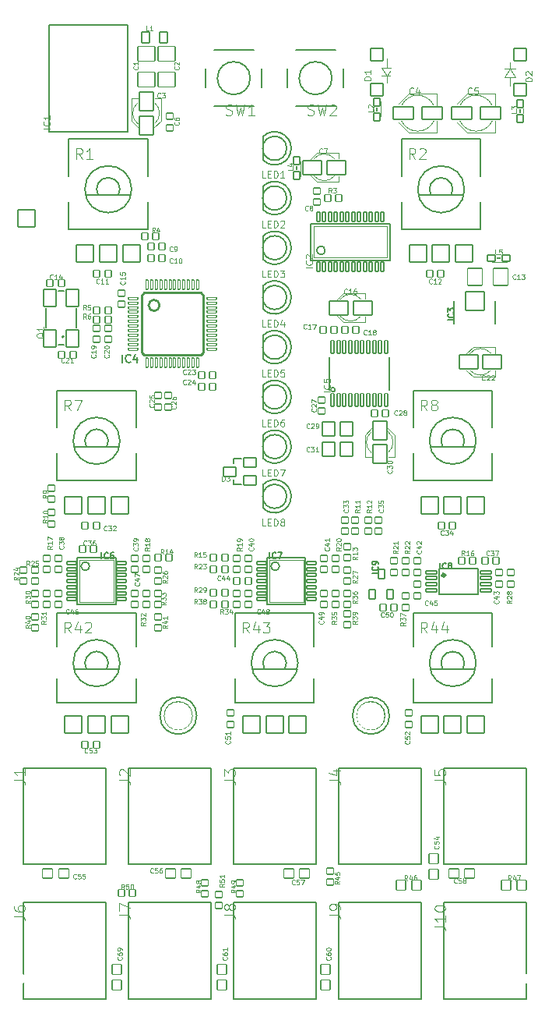
<source format=gbr>
%TF.GenerationSoftware,KiCad,Pcbnew,(6.0.11-0)*%
%TF.CreationDate,2023-04-25T19:31:51+02:00*%
%TF.ProjectId,plaits,706c6169-7473-42e6-9b69-6361645f7063,rev?*%
%TF.SameCoordinates,Original*%
%TF.FileFunction,Legend,Top*%
%TF.FilePolarity,Positive*%
%FSLAX46Y46*%
G04 Gerber Fmt 4.6, Leading zero omitted, Abs format (unit mm)*
G04 Created by KiCad (PCBNEW (6.0.11-0)) date 2023-04-25 19:31:51*
%MOMM*%
%LPD*%
G01*
G04 APERTURE LIST*
G04 Aperture macros list*
%AMRoundRect*
0 Rectangle with rounded corners*
0 $1 Rounding radius*
0 $2 $3 $4 $5 $6 $7 $8 $9 X,Y pos of 4 corners*
0 Add a 4 corners polygon primitive as box body*
4,1,4,$2,$3,$4,$5,$6,$7,$8,$9,$2,$3,0*
0 Add four circle primitives for the rounded corners*
1,1,$1+$1,$2,$3*
1,1,$1+$1,$4,$5*
1,1,$1+$1,$6,$7*
1,1,$1+$1,$8,$9*
0 Add four rect primitives between the rounded corners*
20,1,$1+$1,$2,$3,$4,$5,0*
20,1,$1+$1,$4,$5,$6,$7,0*
20,1,$1+$1,$6,$7,$8,$9,0*
20,1,$1+$1,$8,$9,$2,$3,0*%
%AMFreePoly0*
4,1,25,0.575031,1.328373,0.579933,1.323882,1.323882,0.579933,1.345910,0.532692,1.346200,0.526051,1.346200,-0.526051,1.328373,-0.575031,1.323882,-0.579933,0.579933,-1.323882,0.532692,-1.345910,0.526051,-1.346200,-0.526051,-1.346200,-0.575031,-1.328373,-0.579933,-1.323882,-1.323882,-0.579933,-1.345910,-0.532692,-1.346200,-0.526051,-1.346200,0.526051,-1.328373,0.575031,-1.323882,0.579933,
-0.579933,1.323882,-0.532692,1.345910,-0.526051,1.346200,0.526051,1.346200,0.575031,1.328373,0.575031,1.328373,$1*%
%AMFreePoly1*
4,1,25,0.417216,0.947373,0.422118,0.942882,0.942882,0.422118,0.964910,0.374877,0.965200,0.368236,0.965200,-0.368236,0.947373,-0.417216,0.942882,-0.422118,0.422118,-0.942882,0.374877,-0.964910,0.368236,-0.965200,-0.368236,-0.965200,-0.417216,-0.947373,-0.422118,-0.942882,-0.942882,-0.422118,-0.964910,-0.374877,-0.965200,-0.368236,-0.965200,0.368236,-0.947373,0.417216,-0.942882,0.422118,
-0.422118,0.942882,-0.374877,0.964910,-0.368236,0.965200,0.368236,0.965200,0.417216,0.947373,0.417216,0.947373,$1*%
%AMFreePoly2*
4,1,25,0.448779,1.023573,0.453681,1.019082,1.019082,0.453681,1.041110,0.406440,1.041400,0.399799,1.041400,-0.399799,1.023573,-0.448779,1.019082,-0.453681,0.453681,-1.019082,0.406440,-1.041110,0.399799,-1.041400,-0.399799,-1.041400,-0.448779,-1.023573,-0.453681,-1.019082,-1.019082,-0.453681,-1.041110,-0.406440,-1.041400,-0.399799,-1.041400,0.399799,-1.023573,0.448779,-1.019082,0.453681,
-0.453681,1.019082,-0.406440,1.041110,-0.399799,1.041400,0.399799,1.041400,0.448779,1.023573,0.448779,1.023573,$1*%
%AMFreePoly3*
4,1,25,0.706544,1.645873,0.711446,1.641382,1.641382,0.711446,1.663410,0.664205,1.663700,0.657564,1.663700,-0.657564,1.645873,-0.706544,1.641382,-0.711446,0.711446,-1.641382,0.664205,-1.663410,0.657564,-1.663700,-0.657564,-1.663700,-0.706544,-1.645873,-0.711446,-1.641382,-1.641382,-0.711446,-1.663410,-0.664205,-1.663700,-0.657564,-1.663700,0.657564,-1.645873,0.706544,-1.641382,0.711446,
-0.711446,1.641382,-0.664205,1.663410,-0.657564,1.663700,0.657564,1.663700,0.706544,1.645873,0.706544,1.645873,$1*%
%AMFreePoly4*
4,1,25,0.438258,0.998173,0.443160,0.993682,0.993682,0.443160,1.015710,0.395919,1.016000,0.389278,1.016000,-0.389278,0.998173,-0.438258,0.993682,-0.443160,0.443160,-0.993682,0.395919,-1.015710,0.389278,-1.016000,-0.389278,-1.016000,-0.438258,-0.998173,-0.443160,-0.993682,-0.993682,-0.443160,-1.015710,-0.395919,-1.016000,-0.389278,-1.016000,0.389278,-0.998173,0.438258,-0.993682,0.443160,
-0.443160,0.993682,-0.395919,1.015710,-0.389278,1.016000,0.389278,1.016000,0.438258,0.998173,0.438258,0.998173,$1*%
G04 Aperture macros list end*
%ADD10C,0.093472*%
%ADD11C,0.059822*%
%ADD12C,0.074778*%
%ADD13C,0.114300*%
%ADD14C,0.044867*%
%ADD15C,0.159385*%
%ADD16C,0.103632*%
%ADD17C,0.175260*%
%ADD18C,0.137160*%
%ADD19C,0.127000*%
%ADD20C,0.101600*%
%ADD21C,0.203200*%
%ADD22C,0.152400*%
%ADD23C,0.070000*%
%ADD24C,0.120000*%
%ADD25C,0.325000*%
%ADD26C,0.050800*%
%ADD27C,0.254000*%
%ADD28C,0.182000*%
%ADD29C,0.121920*%
%ADD30C,0.251460*%
%ADD31RoundRect,0.076200X-0.800000X-0.900000X0.800000X-0.900000X0.800000X0.900000X-0.800000X0.900000X0*%
%ADD32RoundRect,0.076200X-0.375000X0.325000X-0.375000X-0.325000X0.375000X-0.325000X0.375000X0.325000X0*%
%ADD33RoundRect,0.076200X0.325000X0.375000X-0.325000X0.375000X-0.325000X-0.375000X0.325000X-0.375000X0*%
%ADD34RoundRect,0.576200X0.000000X0.000000X0.000000X0.000000X0.000000X0.000000X0.000000X0.000000X0*%
%ADD35RoundRect,0.076200X-0.325000X-0.375000X0.325000X-0.375000X0.325000X0.375000X-0.325000X0.375000X0*%
%ADD36C,1.258800*%
%ADD37RoundRect,0.076200X1.000000X0.750000X-1.000000X0.750000X-1.000000X-0.750000X1.000000X-0.750000X0*%
%ADD38RoundRect,0.076200X0.375000X-0.325000X0.375000X0.325000X-0.375000X0.325000X-0.375000X-0.325000X0*%
%ADD39RoundRect,0.076200X0.939800X-0.939800X0.939800X0.939800X-0.939800X0.939800X-0.939800X-0.939800X0*%
%ADD40FreePoly0,90.000000*%
%ADD41C,2.032000*%
%ADD42RoundRect,0.076200X0.700000X-0.500000X0.700000X0.500000X-0.700000X0.500000X-0.700000X-0.500000X0*%
%ADD43RoundRect,0.076200X0.550000X0.500000X-0.550000X0.500000X-0.550000X-0.500000X0.550000X-0.500000X0*%
%ADD44C,2.200000*%
%ADD45FreePoly1,180.000000*%
%ADD46RoundRect,0.076200X0.650000X0.750000X-0.650000X0.750000X-0.650000X-0.750000X0.650000X-0.750000X0*%
%ADD47RoundRect,0.076200X0.350000X-0.425000X0.350000X0.425000X-0.350000X0.425000X-0.350000X-0.425000X0*%
%ADD48RoundRect,0.076200X-0.550000X-0.500000X0.550000X-0.500000X0.550000X0.500000X-0.550000X0.500000X0*%
%ADD49RoundRect,0.076200X-0.500000X-0.550000X0.500000X-0.550000X0.500000X0.550000X-0.500000X0.550000X0*%
%ADD50RoundRect,0.076200X-0.700000X0.700000X-0.700000X-0.700000X0.700000X-0.700000X0.700000X0.700000X0*%
%ADD51RoundRect,0.076200X-0.350000X0.425000X-0.350000X-0.425000X0.350000X-0.425000X0.350000X0.425000X0*%
%ADD52RoundRect,0.076200X-0.650000X-0.750000X0.650000X-0.750000X0.650000X0.750000X-0.650000X0.750000X0*%
%ADD53C,3.000000*%
%ADD54RoundRect,0.076200X-0.600000X0.175000X-0.600000X-0.175000X0.600000X-0.175000X0.600000X0.175000X0*%
%ADD55FreePoly2,0.000000*%
%ADD56RoundRect,0.076200X-0.165000X-0.500000X0.165000X-0.500000X0.165000X0.500000X-0.165000X0.500000X0*%
%ADD57RoundRect,0.076200X-0.750000X1.000000X-0.750000X-1.000000X0.750000X-1.000000X0.750000X1.000000X0*%
%ADD58RoundRect,0.076200X0.177800X-0.711200X0.177800X0.711200X-0.177800X0.711200X-0.177800X-0.711200X0*%
%ADD59RoundRect,0.076200X0.500000X-0.550000X0.500000X0.550000X-0.500000X0.550000X-0.500000X-0.550000X0*%
%ADD60FreePoly3,90.000000*%
%ADD61RoundRect,0.076200X-0.350000X-0.500000X0.350000X-0.500000X0.350000X0.500000X-0.350000X0.500000X0*%
%ADD62RoundRect,0.076200X-0.900000X0.800000X-0.900000X-0.800000X0.900000X-0.800000X0.900000X0.800000X0*%
%ADD63RoundRect,0.076200X0.450000X0.625000X-0.450000X0.625000X-0.450000X-0.625000X0.450000X-0.625000X0*%
%ADD64RoundRect,0.076200X-0.500000X0.127000X-0.500000X-0.127000X0.500000X-0.127000X0.500000X0.127000X0*%
%ADD65RoundRect,0.076200X-0.127000X0.500000X-0.127000X-0.500000X0.127000X-0.500000X0.127000X0.500000X0*%
%ADD66RoundRect,0.076200X0.700000X-0.950000X0.700000X0.950000X-0.700000X0.950000X-0.700000X-0.950000X0*%
%ADD67RoundRect,0.076200X-0.425000X-0.350000X0.425000X-0.350000X0.425000X0.350000X-0.425000X0.350000X0*%
%ADD68RoundRect,0.076200X-0.495300X0.152400X-0.495300X-0.152400X0.495300X-0.152400X0.495300X0.152400X0*%
%ADD69RoundRect,0.076200X1.100000X0.700000X-1.100000X0.700000X-1.100000X-0.700000X1.100000X-0.700000X0*%
%ADD70RoundRect,0.076200X-0.500000X0.550000X-0.500000X-0.550000X0.500000X-0.550000X0.500000X0.550000X0*%
%ADD71RoundRect,0.076200X0.750000X-1.000000X0.750000X1.000000X-0.750000X1.000000X-0.750000X-1.000000X0*%
%ADD72RoundRect,0.076200X0.700000X-0.700000X0.700000X0.700000X-0.700000X0.700000X-0.700000X-0.700000X0*%
%ADD73RoundRect,0.076200X1.000000X-1.000000X1.000000X1.000000X-1.000000X1.000000X-1.000000X-1.000000X0*%
%ADD74RoundRect,0.076200X-0.939800X-0.939800X0.939800X-0.939800X0.939800X0.939800X-0.939800X0.939800X0*%
%ADD75FreePoly4,180.000000*%
G04 APERTURE END LIST*
D10*
%TO.C,C13*%
X174687174Y-79787931D02*
X174662597Y-79812508D01*
X174588864Y-79837086D01*
X174539709Y-79837086D01*
X174465976Y-79812508D01*
X174416821Y-79763353D01*
X174392244Y-79714198D01*
X174367666Y-79615888D01*
X174367666Y-79542156D01*
X174392244Y-79443846D01*
X174416821Y-79394691D01*
X174465976Y-79345536D01*
X174539709Y-79320958D01*
X174588864Y-79320958D01*
X174662597Y-79345536D01*
X174687174Y-79370113D01*
X175178725Y-79837086D02*
X174883794Y-79837086D01*
X175031260Y-79837086D02*
X175031260Y-79320958D01*
X174982104Y-79394691D01*
X174932949Y-79443846D01*
X174883794Y-79468423D01*
X175350767Y-79320958D02*
X175670275Y-79320958D01*
X175498232Y-79517578D01*
X175571965Y-79517578D01*
X175621120Y-79542156D01*
X175645698Y-79566733D01*
X175670275Y-79615888D01*
X175670275Y-79738776D01*
X175645698Y-79787931D01*
X175621120Y-79812508D01*
X175571965Y-79837086D01*
X175424500Y-79837086D01*
X175375345Y-79812508D01*
X175350767Y-79787931D01*
%TO.C,R37*%
X162694586Y-117099467D02*
X162448811Y-117271510D01*
X162694586Y-117394398D02*
X162178458Y-117394398D01*
X162178458Y-117197777D01*
X162203036Y-117148622D01*
X162227613Y-117124045D01*
X162276768Y-117099467D01*
X162350501Y-117099467D01*
X162399656Y-117124045D01*
X162424233Y-117148622D01*
X162448811Y-117197777D01*
X162448811Y-117394398D01*
X162178458Y-116927425D02*
X162178458Y-116607917D01*
X162375078Y-116779960D01*
X162375078Y-116706227D01*
X162399656Y-116657072D01*
X162424233Y-116632494D01*
X162473388Y-116607917D01*
X162596276Y-116607917D01*
X162645431Y-116632494D01*
X162670008Y-116657072D01*
X162694586Y-116706227D01*
X162694586Y-116853692D01*
X162670008Y-116902847D01*
X162645431Y-116927425D01*
X162178458Y-116435874D02*
X162178458Y-116091789D01*
X162694586Y-116312987D01*
%TO.C,R5*%
X127996782Y-83170686D02*
X127824739Y-82924911D01*
X127701852Y-83170686D02*
X127701852Y-82654558D01*
X127898472Y-82654558D01*
X127947627Y-82679136D01*
X127972205Y-82703713D01*
X127996782Y-82752868D01*
X127996782Y-82826601D01*
X127972205Y-82875756D01*
X127947627Y-82900333D01*
X127898472Y-82924911D01*
X127701852Y-82924911D01*
X128463755Y-82654558D02*
X128217980Y-82654558D01*
X128193402Y-82900333D01*
X128217980Y-82875756D01*
X128267135Y-82851178D01*
X128390023Y-82851178D01*
X128439178Y-82875756D01*
X128463755Y-82900333D01*
X128488333Y-82949488D01*
X128488333Y-83072376D01*
X128463755Y-83121531D01*
X128439178Y-83146108D01*
X128390023Y-83170686D01*
X128267135Y-83170686D01*
X128217980Y-83146108D01*
X128193402Y-83121531D01*
%TO.C,R14*%
X136428474Y-109682086D02*
X136256432Y-109436311D01*
X136133544Y-109682086D02*
X136133544Y-109165958D01*
X136330164Y-109165958D01*
X136379319Y-109190536D01*
X136403897Y-109215113D01*
X136428474Y-109264268D01*
X136428474Y-109338001D01*
X136403897Y-109387156D01*
X136379319Y-109411733D01*
X136330164Y-109436311D01*
X136133544Y-109436311D01*
X136920025Y-109682086D02*
X136625094Y-109682086D01*
X136772560Y-109682086D02*
X136772560Y-109165958D01*
X136723404Y-109239691D01*
X136674249Y-109288846D01*
X136625094Y-109313423D01*
X137362420Y-109338001D02*
X137362420Y-109682086D01*
X137239532Y-109141380D02*
X137116645Y-109510043D01*
X137436153Y-109510043D01*
%TO.C,C51*%
X143595531Y-129958267D02*
X143620108Y-129982845D01*
X143644686Y-130056577D01*
X143644686Y-130105732D01*
X143620108Y-130179465D01*
X143570953Y-130228620D01*
X143521798Y-130253198D01*
X143423488Y-130277775D01*
X143349756Y-130277775D01*
X143251446Y-130253198D01*
X143202291Y-130228620D01*
X143153136Y-130179465D01*
X143128558Y-130105732D01*
X143128558Y-130056577D01*
X143153136Y-129982845D01*
X143177713Y-129958267D01*
X143128558Y-129491294D02*
X143128558Y-129737070D01*
X143374333Y-129761647D01*
X143349756Y-129737070D01*
X143325178Y-129687915D01*
X143325178Y-129565027D01*
X143349756Y-129515872D01*
X143374333Y-129491294D01*
X143423488Y-129466717D01*
X143546376Y-129466717D01*
X143595531Y-129491294D01*
X143620108Y-129515872D01*
X143644686Y-129565027D01*
X143644686Y-129687915D01*
X143620108Y-129737070D01*
X143595531Y-129761647D01*
X143644686Y-128975166D02*
X143644686Y-129270097D01*
X143644686Y-129122632D02*
X143128558Y-129122632D01*
X143202291Y-129171787D01*
X143251446Y-129220942D01*
X143276023Y-129270097D01*
D11*
%TO.C,LED8*%
X147480325Y-106614232D02*
X147121764Y-106614232D01*
X147121764Y-105861254D01*
X147731318Y-106219815D02*
X147982311Y-106219815D01*
X148089879Y-106614232D02*
X147731318Y-106614232D01*
X147731318Y-105861254D01*
X148089879Y-105861254D01*
X148412584Y-106614232D02*
X148412584Y-105861254D01*
X148591864Y-105861254D01*
X148699432Y-105897111D01*
X148771145Y-105968823D01*
X148807001Y-106040535D01*
X148842857Y-106183959D01*
X148842857Y-106291528D01*
X148807001Y-106434952D01*
X148771145Y-106506664D01*
X148699432Y-106578376D01*
X148591864Y-106614232D01*
X148412584Y-106614232D01*
X149273130Y-106183959D02*
X149201418Y-106148103D01*
X149165562Y-106112247D01*
X149129706Y-106040535D01*
X149129706Y-106004679D01*
X149165562Y-105932967D01*
X149201418Y-105897111D01*
X149273130Y-105861254D01*
X149416554Y-105861254D01*
X149488267Y-105897111D01*
X149524123Y-105932967D01*
X149559979Y-106004679D01*
X149559979Y-106040535D01*
X149524123Y-106112247D01*
X149488267Y-106148103D01*
X149416554Y-106183959D01*
X149273130Y-106183959D01*
X149201418Y-106219815D01*
X149165562Y-106255671D01*
X149129706Y-106327384D01*
X149129706Y-106470808D01*
X149165562Y-106542520D01*
X149201418Y-106578376D01*
X149273130Y-106614232D01*
X149416554Y-106614232D01*
X149488267Y-106578376D01*
X149524123Y-106542520D01*
X149559979Y-106470808D01*
X149559979Y-106327384D01*
X149524123Y-106255671D01*
X149488267Y-106219815D01*
X149416554Y-106183959D01*
D10*
%TO.C,C26*%
X137721731Y-93604467D02*
X137746308Y-93629045D01*
X137770886Y-93702777D01*
X137770886Y-93751932D01*
X137746308Y-93825665D01*
X137697153Y-93874820D01*
X137647998Y-93899398D01*
X137549688Y-93923975D01*
X137475956Y-93923975D01*
X137377646Y-93899398D01*
X137328491Y-93874820D01*
X137279336Y-93825665D01*
X137254758Y-93751932D01*
X137254758Y-93702777D01*
X137279336Y-93629045D01*
X137303913Y-93604467D01*
X137303913Y-93407847D02*
X137279336Y-93383270D01*
X137254758Y-93334115D01*
X137254758Y-93211227D01*
X137279336Y-93162072D01*
X137303913Y-93137494D01*
X137353068Y-93112917D01*
X137402223Y-93112917D01*
X137475956Y-93137494D01*
X137770886Y-93432425D01*
X137770886Y-93112917D01*
X137254758Y-92670521D02*
X137254758Y-92768832D01*
X137279336Y-92817987D01*
X137303913Y-92842564D01*
X137377646Y-92891719D01*
X137475956Y-92916297D01*
X137672576Y-92916297D01*
X137721731Y-92891719D01*
X137746308Y-92867142D01*
X137770886Y-92817987D01*
X137770886Y-92719676D01*
X137746308Y-92670521D01*
X137721731Y-92645944D01*
X137672576Y-92621366D01*
X137549688Y-92621366D01*
X137500533Y-92645944D01*
X137475956Y-92670521D01*
X137451378Y-92719676D01*
X137451378Y-92817987D01*
X137475956Y-92867142D01*
X137500533Y-92891719D01*
X137549688Y-92916297D01*
D12*
%TO.C,C22*%
X171355614Y-90752007D02*
X171330147Y-90777475D01*
X171253744Y-90802943D01*
X171202808Y-90802943D01*
X171126405Y-90777475D01*
X171075470Y-90726540D01*
X171050002Y-90675604D01*
X171024534Y-90573733D01*
X171024534Y-90497330D01*
X171050002Y-90395459D01*
X171075470Y-90344524D01*
X171126405Y-90293589D01*
X171202808Y-90268121D01*
X171253744Y-90268121D01*
X171330147Y-90293589D01*
X171355614Y-90319056D01*
X171559356Y-90319056D02*
X171584824Y-90293589D01*
X171635759Y-90268121D01*
X171763098Y-90268121D01*
X171814033Y-90293589D01*
X171839501Y-90319056D01*
X171864969Y-90369992D01*
X171864969Y-90420927D01*
X171839501Y-90497330D01*
X171533888Y-90802943D01*
X171864969Y-90802943D01*
X172068710Y-90319056D02*
X172094178Y-90293589D01*
X172145114Y-90268121D01*
X172272452Y-90268121D01*
X172323388Y-90293589D01*
X172348855Y-90319056D01*
X172374323Y-90369992D01*
X172374323Y-90420927D01*
X172348855Y-90497330D01*
X172043243Y-90802943D01*
X172374323Y-90802943D01*
D10*
%TO.C,C8*%
X152126782Y-72326631D02*
X152102205Y-72351208D01*
X152028472Y-72375786D01*
X151979317Y-72375786D01*
X151905584Y-72351208D01*
X151856429Y-72302053D01*
X151831852Y-72252898D01*
X151807274Y-72154588D01*
X151807274Y-72080856D01*
X151831852Y-71982546D01*
X151856429Y-71933391D01*
X151905584Y-71884236D01*
X151979317Y-71859658D01*
X152028472Y-71859658D01*
X152102205Y-71884236D01*
X152126782Y-71908813D01*
X152421712Y-72080856D02*
X152372557Y-72056278D01*
X152347980Y-72031701D01*
X152323402Y-71982546D01*
X152323402Y-71957968D01*
X152347980Y-71908813D01*
X152372557Y-71884236D01*
X152421712Y-71859658D01*
X152520023Y-71859658D01*
X152569178Y-71884236D01*
X152593755Y-71908813D01*
X152618333Y-71957968D01*
X152618333Y-71982546D01*
X152593755Y-72031701D01*
X152569178Y-72056278D01*
X152520023Y-72080856D01*
X152421712Y-72080856D01*
X152372557Y-72105433D01*
X152347980Y-72130011D01*
X152323402Y-72179166D01*
X152323402Y-72277476D01*
X152347980Y-72326631D01*
X152372557Y-72351208D01*
X152421712Y-72375786D01*
X152520023Y-72375786D01*
X152569178Y-72351208D01*
X152593755Y-72326631D01*
X152618333Y-72277476D01*
X152618333Y-72179166D01*
X152593755Y-72130011D01*
X152569178Y-72105433D01*
X152520023Y-72080856D01*
%TO.C,R3*%
X154684574Y-70470786D02*
X154512532Y-70225011D01*
X154389644Y-70470786D02*
X154389644Y-69954658D01*
X154586264Y-69954658D01*
X154635419Y-69979236D01*
X154659997Y-70003813D01*
X154684574Y-70052968D01*
X154684574Y-70126701D01*
X154659997Y-70175856D01*
X154635419Y-70200433D01*
X154586264Y-70225011D01*
X154389644Y-70225011D01*
X154856617Y-69954658D02*
X155176125Y-69954658D01*
X155004082Y-70151278D01*
X155077815Y-70151278D01*
X155126970Y-70175856D01*
X155151547Y-70200433D01*
X155176125Y-70249588D01*
X155176125Y-70372476D01*
X155151547Y-70421631D01*
X155126970Y-70446208D01*
X155077815Y-70470786D01*
X154930349Y-70470786D01*
X154881194Y-70446208D01*
X154856617Y-70421631D01*
%TO.C,R7*%
X126326784Y-94105838D02*
X125934608Y-93545587D01*
X125654482Y-94105838D02*
X125654482Y-92929310D01*
X126102683Y-92929310D01*
X126214733Y-92985336D01*
X126270759Y-93041361D01*
X126326784Y-93153411D01*
X126326784Y-93321486D01*
X126270759Y-93433537D01*
X126214733Y-93489562D01*
X126102683Y-93545587D01*
X125654482Y-93545587D01*
X126718960Y-92929310D02*
X127503312Y-92929310D01*
X126999085Y-94105838D01*
D13*
%TO.C,SW1*%
X143209905Y-61973883D02*
X143375005Y-62028916D01*
X143650171Y-62028916D01*
X143760238Y-61973883D01*
X143815271Y-61918850D01*
X143870305Y-61808783D01*
X143870305Y-61698716D01*
X143815271Y-61588650D01*
X143760238Y-61533616D01*
X143650171Y-61478583D01*
X143430038Y-61423550D01*
X143319971Y-61368516D01*
X143264938Y-61313483D01*
X143209905Y-61203416D01*
X143209905Y-61093350D01*
X143264938Y-60983283D01*
X143319971Y-60928250D01*
X143430038Y-60873216D01*
X143705205Y-60873216D01*
X143870305Y-60928250D01*
X144255538Y-60873216D02*
X144530705Y-62028916D01*
X144750838Y-61203416D01*
X144970971Y-62028916D01*
X145246138Y-60873216D01*
X146291771Y-62028916D02*
X145631371Y-62028916D01*
X145961571Y-62028916D02*
X145961571Y-60873216D01*
X145851505Y-61038316D01*
X145741438Y-61148383D01*
X145631371Y-61203416D01*
D10*
%TO.C,D3*%
X142782952Y-101744686D02*
X142782952Y-101228558D01*
X142905839Y-101228558D01*
X142979572Y-101253136D01*
X143028727Y-101302291D01*
X143053305Y-101351446D01*
X143077882Y-101449756D01*
X143077882Y-101523488D01*
X143053305Y-101621798D01*
X143028727Y-101670953D01*
X142979572Y-101720108D01*
X142905839Y-101744686D01*
X142782952Y-101744686D01*
X143249925Y-101228558D02*
X143569433Y-101228558D01*
X143397390Y-101425178D01*
X143471123Y-101425178D01*
X143520278Y-101449756D01*
X143544855Y-101474333D01*
X143569433Y-101523488D01*
X143569433Y-101646376D01*
X143544855Y-101695531D01*
X143520278Y-101720108D01*
X143471123Y-101744686D01*
X143323657Y-101744686D01*
X143274502Y-101720108D01*
X143249925Y-101695531D01*
D11*
%TO.C,LED3*%
X147480325Y-79626732D02*
X147121764Y-79626732D01*
X147121764Y-78873754D01*
X147731318Y-79232315D02*
X147982311Y-79232315D01*
X148089879Y-79626732D02*
X147731318Y-79626732D01*
X147731318Y-78873754D01*
X148089879Y-78873754D01*
X148412584Y-79626732D02*
X148412584Y-78873754D01*
X148591864Y-78873754D01*
X148699432Y-78909611D01*
X148771145Y-78981323D01*
X148807001Y-79053035D01*
X148842857Y-79196459D01*
X148842857Y-79304028D01*
X148807001Y-79447452D01*
X148771145Y-79519164D01*
X148699432Y-79590876D01*
X148591864Y-79626732D01*
X148412584Y-79626732D01*
X149093850Y-78873754D02*
X149559979Y-78873754D01*
X149308986Y-79160603D01*
X149416554Y-79160603D01*
X149488267Y-79196459D01*
X149524123Y-79232315D01*
X149559979Y-79304028D01*
X149559979Y-79483308D01*
X149524123Y-79555020D01*
X149488267Y-79590876D01*
X149416554Y-79626732D01*
X149201418Y-79626732D01*
X149129706Y-79590876D01*
X149093850Y-79555020D01*
D10*
%TO.C,C6*%
X138039331Y-62791617D02*
X138063908Y-62816194D01*
X138088486Y-62889927D01*
X138088486Y-62939082D01*
X138063908Y-63012815D01*
X138014753Y-63061970D01*
X137965598Y-63086547D01*
X137867288Y-63111125D01*
X137793556Y-63111125D01*
X137695246Y-63086547D01*
X137646091Y-63061970D01*
X137596936Y-63012815D01*
X137572358Y-62939082D01*
X137572358Y-62889927D01*
X137596936Y-62816194D01*
X137621513Y-62791617D01*
X137572358Y-62349221D02*
X137572358Y-62447532D01*
X137596936Y-62496687D01*
X137621513Y-62521264D01*
X137695246Y-62570419D01*
X137793556Y-62594997D01*
X137990176Y-62594997D01*
X138039331Y-62570419D01*
X138063908Y-62545842D01*
X138088486Y-62496687D01*
X138088486Y-62398376D01*
X138063908Y-62349221D01*
X138039331Y-62324644D01*
X137990176Y-62300066D01*
X137867288Y-62300066D01*
X137818133Y-62324644D01*
X137793556Y-62349221D01*
X137768978Y-62398376D01*
X137768978Y-62496687D01*
X137793556Y-62545842D01*
X137818133Y-62570419D01*
X137867288Y-62594997D01*
%TO.C,R32*%
X134437186Y-117099667D02*
X134191411Y-117271710D01*
X134437186Y-117394598D02*
X133921058Y-117394598D01*
X133921058Y-117197977D01*
X133945636Y-117148822D01*
X133970213Y-117124245D01*
X134019368Y-117099667D01*
X134093101Y-117099667D01*
X134142256Y-117124245D01*
X134166833Y-117148822D01*
X134191411Y-117197977D01*
X134191411Y-117394598D01*
X133921058Y-116927625D02*
X133921058Y-116608117D01*
X134117678Y-116780160D01*
X134117678Y-116706427D01*
X134142256Y-116657272D01*
X134166833Y-116632694D01*
X134215988Y-116608117D01*
X134338876Y-116608117D01*
X134388031Y-116632694D01*
X134412608Y-116657272D01*
X134437186Y-116706427D01*
X134437186Y-116853892D01*
X134412608Y-116903047D01*
X134388031Y-116927625D01*
X133970213Y-116411497D02*
X133945636Y-116386919D01*
X133921058Y-116337764D01*
X133921058Y-116214876D01*
X133945636Y-116165721D01*
X133970213Y-116141144D01*
X134019368Y-116116566D01*
X134068523Y-116116566D01*
X134142256Y-116141144D01*
X134437186Y-116436074D01*
X134437186Y-116116566D01*
%TO.C,C55*%
X126903474Y-144875431D02*
X126878897Y-144900008D01*
X126805164Y-144924586D01*
X126756009Y-144924586D01*
X126682276Y-144900008D01*
X126633121Y-144850853D01*
X126608544Y-144801698D01*
X126583966Y-144703388D01*
X126583966Y-144629656D01*
X126608544Y-144531346D01*
X126633121Y-144482191D01*
X126682276Y-144433036D01*
X126756009Y-144408458D01*
X126805164Y-144408458D01*
X126878897Y-144433036D01*
X126903474Y-144457613D01*
X127370447Y-144408458D02*
X127124672Y-144408458D01*
X127100094Y-144654233D01*
X127124672Y-144629656D01*
X127173827Y-144605078D01*
X127296715Y-144605078D01*
X127345870Y-144629656D01*
X127370447Y-144654233D01*
X127395025Y-144703388D01*
X127395025Y-144826276D01*
X127370447Y-144875431D01*
X127345870Y-144900008D01*
X127296715Y-144924586D01*
X127173827Y-144924586D01*
X127124672Y-144900008D01*
X127100094Y-144875431D01*
X127861998Y-144408458D02*
X127616222Y-144408458D01*
X127591645Y-144654233D01*
X127616222Y-144629656D01*
X127665377Y-144605078D01*
X127788265Y-144605078D01*
X127837420Y-144629656D01*
X127861998Y-144654233D01*
X127886575Y-144703388D01*
X127886575Y-144826276D01*
X127861998Y-144875431D01*
X127837420Y-144900008D01*
X127788265Y-144924586D01*
X127665377Y-144924586D01*
X127616222Y-144900008D01*
X127591645Y-144875431D01*
%TO.C,R24*%
X120625886Y-112144925D02*
X120380111Y-112316967D01*
X120625886Y-112439855D02*
X120109758Y-112439855D01*
X120109758Y-112243235D01*
X120134336Y-112194080D01*
X120158913Y-112169502D01*
X120208068Y-112144925D01*
X120281801Y-112144925D01*
X120330956Y-112169502D01*
X120355533Y-112194080D01*
X120380111Y-112243235D01*
X120380111Y-112439855D01*
X120158913Y-111948305D02*
X120134336Y-111923727D01*
X120109758Y-111874572D01*
X120109758Y-111751684D01*
X120134336Y-111702529D01*
X120158913Y-111677952D01*
X120208068Y-111653374D01*
X120257223Y-111653374D01*
X120330956Y-111677952D01*
X120625886Y-111972882D01*
X120625886Y-111653374D01*
X120281801Y-111210979D02*
X120625886Y-111210979D01*
X120085180Y-111333867D02*
X120453843Y-111456754D01*
X120453843Y-111137246D01*
%TO.C,J4*%
X154435510Y-134226566D02*
X155275888Y-134226566D01*
X155443963Y-134282591D01*
X155556013Y-134394642D01*
X155612038Y-134562717D01*
X155612038Y-134674767D01*
X154827686Y-133162088D02*
X155612038Y-133162088D01*
X154379485Y-133442214D02*
X155219862Y-133722340D01*
X155219862Y-132994013D01*
%TO.C,C31*%
X152270232Y-98520431D02*
X152245654Y-98545008D01*
X152171922Y-98569586D01*
X152122767Y-98569586D01*
X152049034Y-98545008D01*
X151999879Y-98495853D01*
X151975301Y-98446698D01*
X151950724Y-98348388D01*
X151950724Y-98274656D01*
X151975301Y-98176346D01*
X151999879Y-98127191D01*
X152049034Y-98078036D01*
X152122767Y-98053458D01*
X152171922Y-98053458D01*
X152245654Y-98078036D01*
X152270232Y-98102613D01*
X152442274Y-98053458D02*
X152761782Y-98053458D01*
X152589739Y-98250078D01*
X152663472Y-98250078D01*
X152712627Y-98274656D01*
X152737205Y-98299233D01*
X152761782Y-98348388D01*
X152761782Y-98471276D01*
X152737205Y-98520431D01*
X152712627Y-98545008D01*
X152663472Y-98569586D01*
X152516007Y-98569586D01*
X152466852Y-98545008D01*
X152442274Y-98520431D01*
X153253333Y-98569586D02*
X152958402Y-98569586D01*
X153105867Y-98569586D02*
X153105867Y-98053458D01*
X153056712Y-98127191D01*
X153007557Y-98176346D01*
X152958402Y-98200923D01*
D14*
%TO.C,L3*%
X174781574Y-61549855D02*
X174781574Y-61818776D01*
X174216841Y-61818776D01*
X174216841Y-61415395D02*
X174216841Y-61065798D01*
X174431977Y-61254043D01*
X174431977Y-61173367D01*
X174458869Y-61119582D01*
X174485761Y-61092690D01*
X174539546Y-61065798D01*
X174674006Y-61065798D01*
X174727790Y-61092690D01*
X174754682Y-61119582D01*
X174781574Y-61173367D01*
X174781574Y-61334719D01*
X174754682Y-61388503D01*
X174727790Y-61415395D01*
D10*
%TO.C,R11*%
X157773386Y-104842525D02*
X157527611Y-105014567D01*
X157773386Y-105137455D02*
X157257258Y-105137455D01*
X157257258Y-104940835D01*
X157281836Y-104891680D01*
X157306413Y-104867102D01*
X157355568Y-104842525D01*
X157429301Y-104842525D01*
X157478456Y-104867102D01*
X157503033Y-104891680D01*
X157527611Y-104940835D01*
X157527611Y-105137455D01*
X157773386Y-104350974D02*
X157773386Y-104645905D01*
X157773386Y-104498439D02*
X157257258Y-104498439D01*
X157330991Y-104547595D01*
X157380146Y-104596750D01*
X157404723Y-104645905D01*
X157773386Y-103859424D02*
X157773386Y-104154354D01*
X157773386Y-104006889D02*
X157257258Y-104006889D01*
X157330991Y-104056044D01*
X157380146Y-104105199D01*
X157404723Y-104154354D01*
%TO.C,C23*%
X138859232Y-90106631D02*
X138834654Y-90131208D01*
X138760922Y-90155786D01*
X138711767Y-90155786D01*
X138638034Y-90131208D01*
X138588879Y-90082053D01*
X138564301Y-90032898D01*
X138539724Y-89934588D01*
X138539724Y-89860856D01*
X138564301Y-89762546D01*
X138588879Y-89713391D01*
X138638034Y-89664236D01*
X138711767Y-89639658D01*
X138760922Y-89639658D01*
X138834654Y-89664236D01*
X138859232Y-89688813D01*
X139055852Y-89688813D02*
X139080429Y-89664236D01*
X139129584Y-89639658D01*
X139252472Y-89639658D01*
X139301627Y-89664236D01*
X139326205Y-89688813D01*
X139350782Y-89737968D01*
X139350782Y-89787123D01*
X139326205Y-89860856D01*
X139031274Y-90155786D01*
X139350782Y-90155786D01*
X139522825Y-89639658D02*
X139842333Y-89639658D01*
X139670290Y-89836278D01*
X139744023Y-89836278D01*
X139793178Y-89860856D01*
X139817755Y-89885433D01*
X139842333Y-89934588D01*
X139842333Y-90057476D01*
X139817755Y-90106631D01*
X139793178Y-90131208D01*
X139744023Y-90155786D01*
X139596557Y-90155786D01*
X139547402Y-90131208D01*
X139522825Y-90106631D01*
%TO.C,C36*%
X128014774Y-108680331D02*
X127990197Y-108704908D01*
X127916464Y-108729486D01*
X127867309Y-108729486D01*
X127793576Y-108704908D01*
X127744421Y-108655753D01*
X127719844Y-108606598D01*
X127695266Y-108508288D01*
X127695266Y-108434556D01*
X127719844Y-108336246D01*
X127744421Y-108287091D01*
X127793576Y-108237936D01*
X127867309Y-108213358D01*
X127916464Y-108213358D01*
X127990197Y-108237936D01*
X128014774Y-108262513D01*
X128186817Y-108213358D02*
X128506325Y-108213358D01*
X128334282Y-108409978D01*
X128408015Y-108409978D01*
X128457170Y-108434556D01*
X128481747Y-108459133D01*
X128506325Y-108508288D01*
X128506325Y-108631176D01*
X128481747Y-108680331D01*
X128457170Y-108704908D01*
X128408015Y-108729486D01*
X128260549Y-108729486D01*
X128211394Y-108704908D01*
X128186817Y-108680331D01*
X128948720Y-108213358D02*
X128850410Y-108213358D01*
X128801255Y-108237936D01*
X128776677Y-108262513D01*
X128727522Y-108336246D01*
X128702945Y-108434556D01*
X128702945Y-108631176D01*
X128727522Y-108680331D01*
X128752100Y-108704908D01*
X128801255Y-108729486D01*
X128899565Y-108729486D01*
X128948720Y-108704908D01*
X128973298Y-108680331D01*
X128997875Y-108631176D01*
X128997875Y-108508288D01*
X128973298Y-108459133D01*
X128948720Y-108434556D01*
X128899565Y-108409978D01*
X128801255Y-108409978D01*
X128752100Y-108434556D01*
X128727522Y-108459133D01*
X128702945Y-108508288D01*
%TO.C,R13*%
X157455886Y-109955767D02*
X157210111Y-110127810D01*
X157455886Y-110250698D02*
X156939758Y-110250698D01*
X156939758Y-110054077D01*
X156964336Y-110004922D01*
X156988913Y-109980345D01*
X157038068Y-109955767D01*
X157111801Y-109955767D01*
X157160956Y-109980345D01*
X157185533Y-110004922D01*
X157210111Y-110054077D01*
X157210111Y-110250698D01*
X157455886Y-109464217D02*
X157455886Y-109759147D01*
X157455886Y-109611682D02*
X156939758Y-109611682D01*
X157013491Y-109660837D01*
X157062646Y-109709992D01*
X157087223Y-109759147D01*
X156939758Y-109292174D02*
X156939758Y-108972666D01*
X157136378Y-109144709D01*
X157136378Y-109070976D01*
X157160956Y-109021821D01*
X157185533Y-108997244D01*
X157234688Y-108972666D01*
X157357576Y-108972666D01*
X157406731Y-108997244D01*
X157431308Y-109021821D01*
X157455886Y-109070976D01*
X157455886Y-109218442D01*
X157431308Y-109267597D01*
X157406731Y-109292174D01*
%TO.C,C33*%
X156454131Y-104842525D02*
X156478708Y-104867102D01*
X156503286Y-104940835D01*
X156503286Y-104989990D01*
X156478708Y-105063723D01*
X156429553Y-105112878D01*
X156380398Y-105137455D01*
X156282088Y-105162033D01*
X156208356Y-105162033D01*
X156110046Y-105137455D01*
X156060891Y-105112878D01*
X156011736Y-105063723D01*
X155987158Y-104989990D01*
X155987158Y-104940835D01*
X156011736Y-104867102D01*
X156036313Y-104842525D01*
X155987158Y-104670482D02*
X155987158Y-104350974D01*
X156183778Y-104523017D01*
X156183778Y-104449284D01*
X156208356Y-104400129D01*
X156232933Y-104375552D01*
X156282088Y-104350974D01*
X156404976Y-104350974D01*
X156454131Y-104375552D01*
X156478708Y-104400129D01*
X156503286Y-104449284D01*
X156503286Y-104596750D01*
X156478708Y-104645905D01*
X156454131Y-104670482D01*
X155987158Y-104178932D02*
X155987158Y-103859424D01*
X156183778Y-104031467D01*
X156183778Y-103957734D01*
X156208356Y-103908579D01*
X156232933Y-103884001D01*
X156282088Y-103859424D01*
X156404976Y-103859424D01*
X156454131Y-103884001D01*
X156478708Y-103908579D01*
X156503286Y-103957734D01*
X156503286Y-104105199D01*
X156478708Y-104154354D01*
X156454131Y-104178932D01*
%TO.C,C15*%
X132165531Y-80077425D02*
X132190108Y-80102002D01*
X132214686Y-80175735D01*
X132214686Y-80224890D01*
X132190108Y-80298623D01*
X132140953Y-80347778D01*
X132091798Y-80372355D01*
X131993488Y-80396933D01*
X131919756Y-80396933D01*
X131821446Y-80372355D01*
X131772291Y-80347778D01*
X131723136Y-80298623D01*
X131698558Y-80224890D01*
X131698558Y-80175735D01*
X131723136Y-80102002D01*
X131747713Y-80077425D01*
X132214686Y-79585874D02*
X132214686Y-79880805D01*
X132214686Y-79733339D02*
X131698558Y-79733339D01*
X131772291Y-79782495D01*
X131821446Y-79831650D01*
X131846023Y-79880805D01*
X131698558Y-79118901D02*
X131698558Y-79364677D01*
X131944333Y-79389254D01*
X131919756Y-79364677D01*
X131895178Y-79315522D01*
X131895178Y-79192634D01*
X131919756Y-79143479D01*
X131944333Y-79118901D01*
X131993488Y-79094324D01*
X132116376Y-79094324D01*
X132165531Y-79118901D01*
X132190108Y-79143479D01*
X132214686Y-79192634D01*
X132214686Y-79315522D01*
X132190108Y-79364677D01*
X132165531Y-79389254D01*
%TO.C,C56*%
X135283932Y-144240431D02*
X135259354Y-144265008D01*
X135185622Y-144289586D01*
X135136467Y-144289586D01*
X135062734Y-144265008D01*
X135013579Y-144215853D01*
X134989001Y-144166698D01*
X134964424Y-144068388D01*
X134964424Y-143994656D01*
X134989001Y-143896346D01*
X135013579Y-143847191D01*
X135062734Y-143798036D01*
X135136467Y-143773458D01*
X135185622Y-143773458D01*
X135259354Y-143798036D01*
X135283932Y-143822613D01*
X135750905Y-143773458D02*
X135505129Y-143773458D01*
X135480552Y-144019233D01*
X135505129Y-143994656D01*
X135554284Y-143970078D01*
X135677172Y-143970078D01*
X135726327Y-143994656D01*
X135750905Y-144019233D01*
X135775482Y-144068388D01*
X135775482Y-144191276D01*
X135750905Y-144240431D01*
X135726327Y-144265008D01*
X135677172Y-144289586D01*
X135554284Y-144289586D01*
X135505129Y-144265008D01*
X135480552Y-144240431D01*
X136217878Y-143773458D02*
X136119567Y-143773458D01*
X136070412Y-143798036D01*
X136045835Y-143822613D01*
X135996680Y-143896346D01*
X135972102Y-143994656D01*
X135972102Y-144191276D01*
X135996680Y-144240431D01*
X136021257Y-144265008D01*
X136070412Y-144289586D01*
X136168723Y-144289586D01*
X136217878Y-144265008D01*
X136242455Y-144240431D01*
X136267033Y-144191276D01*
X136267033Y-144068388D01*
X136242455Y-144019233D01*
X136217878Y-143994656D01*
X136168723Y-143970078D01*
X136070412Y-143970078D01*
X136021257Y-143994656D01*
X135996680Y-144019233D01*
X135972102Y-144068388D01*
D12*
%TO.C,C16*%
X156371256Y-81378307D02*
X156345789Y-81403775D01*
X156269385Y-81429243D01*
X156218450Y-81429243D01*
X156142047Y-81403775D01*
X156091111Y-81352840D01*
X156065644Y-81301904D01*
X156040176Y-81200033D01*
X156040176Y-81123630D01*
X156065644Y-81021759D01*
X156091111Y-80970824D01*
X156142047Y-80919889D01*
X156218450Y-80894421D01*
X156269385Y-80894421D01*
X156345789Y-80919889D01*
X156371256Y-80945356D01*
X156880611Y-81429243D02*
X156574998Y-81429243D01*
X156727804Y-81429243D02*
X156727804Y-80894421D01*
X156676869Y-80970824D01*
X156625933Y-81021759D01*
X156574998Y-81047227D01*
X157339029Y-80894421D02*
X157237159Y-80894421D01*
X157186223Y-80919889D01*
X157160755Y-80945356D01*
X157109820Y-81021759D01*
X157084352Y-81123630D01*
X157084352Y-81327372D01*
X157109820Y-81378307D01*
X157135288Y-81403775D01*
X157186223Y-81429243D01*
X157288094Y-81429243D01*
X157339029Y-81403775D01*
X157364497Y-81378307D01*
X157389965Y-81327372D01*
X157389965Y-81200033D01*
X157364497Y-81149098D01*
X157339029Y-81123630D01*
X157288094Y-81098163D01*
X157186223Y-81098163D01*
X157135288Y-81123630D01*
X157109820Y-81149098D01*
X157084352Y-81200033D01*
D10*
%TO.C,R48*%
X140469686Y-146117425D02*
X140223911Y-146289467D01*
X140469686Y-146412355D02*
X139953558Y-146412355D01*
X139953558Y-146215735D01*
X139978136Y-146166580D01*
X140002713Y-146142002D01*
X140051868Y-146117425D01*
X140125601Y-146117425D01*
X140174756Y-146142002D01*
X140199333Y-146166580D01*
X140223911Y-146215735D01*
X140223911Y-146412355D01*
X140125601Y-145675029D02*
X140469686Y-145675029D01*
X139928980Y-145797917D02*
X140297643Y-145920805D01*
X140297643Y-145601297D01*
X140174756Y-145330944D02*
X140150178Y-145380099D01*
X140125601Y-145404677D01*
X140076446Y-145429254D01*
X140051868Y-145429254D01*
X140002713Y-145404677D01*
X139978136Y-145380099D01*
X139953558Y-145330944D01*
X139953558Y-145232634D01*
X139978136Y-145183479D01*
X140002713Y-145158901D01*
X140051868Y-145134324D01*
X140076446Y-145134324D01*
X140125601Y-145158901D01*
X140150178Y-145183479D01*
X140174756Y-145232634D01*
X140174756Y-145330944D01*
X140199333Y-145380099D01*
X140223911Y-145404677D01*
X140273066Y-145429254D01*
X140371376Y-145429254D01*
X140420531Y-145404677D01*
X140445108Y-145380099D01*
X140469686Y-145330944D01*
X140469686Y-145232634D01*
X140445108Y-145183479D01*
X140420531Y-145158901D01*
X140371376Y-145134324D01*
X140273066Y-145134324D01*
X140223911Y-145158901D01*
X140199333Y-145183479D01*
X140174756Y-145232634D01*
%TO.C,R40*%
X121895886Y-117383825D02*
X121650111Y-117555867D01*
X121895886Y-117678755D02*
X121379758Y-117678755D01*
X121379758Y-117482135D01*
X121404336Y-117432980D01*
X121428913Y-117408402D01*
X121478068Y-117383825D01*
X121551801Y-117383825D01*
X121600956Y-117408402D01*
X121625533Y-117432980D01*
X121650111Y-117482135D01*
X121650111Y-117678755D01*
X121551801Y-116941429D02*
X121895886Y-116941429D01*
X121355180Y-117064317D02*
X121723843Y-117187205D01*
X121723843Y-116867697D01*
X121379758Y-116572767D02*
X121379758Y-116523611D01*
X121404336Y-116474456D01*
X121428913Y-116449879D01*
X121478068Y-116425301D01*
X121576378Y-116400724D01*
X121699266Y-116400724D01*
X121797576Y-116425301D01*
X121846731Y-116449879D01*
X121871308Y-116474456D01*
X121895886Y-116523611D01*
X121895886Y-116572767D01*
X121871308Y-116621922D01*
X121846731Y-116646499D01*
X121797576Y-116671077D01*
X121699266Y-116695654D01*
X121576378Y-116695654D01*
X121478068Y-116671077D01*
X121428913Y-116646499D01*
X121404336Y-116621922D01*
X121379758Y-116572767D01*
%TO.C,R22*%
X163170786Y-109287525D02*
X162925011Y-109459567D01*
X163170786Y-109582455D02*
X162654658Y-109582455D01*
X162654658Y-109385835D01*
X162679236Y-109336680D01*
X162703813Y-109312102D01*
X162752968Y-109287525D01*
X162826701Y-109287525D01*
X162875856Y-109312102D01*
X162900433Y-109336680D01*
X162925011Y-109385835D01*
X162925011Y-109582455D01*
X162703813Y-109090905D02*
X162679236Y-109066327D01*
X162654658Y-109017172D01*
X162654658Y-108894284D01*
X162679236Y-108845129D01*
X162703813Y-108820552D01*
X162752968Y-108795974D01*
X162802123Y-108795974D01*
X162875856Y-108820552D01*
X163170786Y-109115482D01*
X163170786Y-108795974D01*
X162703813Y-108599354D02*
X162679236Y-108574777D01*
X162654658Y-108525622D01*
X162654658Y-108402734D01*
X162679236Y-108353579D01*
X162703813Y-108329001D01*
X162752968Y-108304424D01*
X162802123Y-108304424D01*
X162875856Y-108329001D01*
X163170786Y-108623932D01*
X163170786Y-108304424D01*
%TO.C,R2*%
X163791784Y-66800838D02*
X163399608Y-66240587D01*
X163119482Y-66800838D02*
X163119482Y-65624310D01*
X163567683Y-65624310D01*
X163679733Y-65680336D01*
X163735759Y-65736361D01*
X163791784Y-65848411D01*
X163791784Y-66016486D01*
X163735759Y-66128537D01*
X163679733Y-66184562D01*
X163567683Y-66240587D01*
X163119482Y-66240587D01*
X164239985Y-65736361D02*
X164296010Y-65680336D01*
X164408060Y-65624310D01*
X164688186Y-65624310D01*
X164800236Y-65680336D01*
X164856261Y-65736361D01*
X164912287Y-65848411D01*
X164912287Y-65960461D01*
X164856261Y-66128537D01*
X164183960Y-66800838D01*
X164912287Y-66800838D01*
%TO.C,R46*%
X162939674Y-145083386D02*
X162767632Y-144837611D01*
X162644744Y-145083386D02*
X162644744Y-144567258D01*
X162841364Y-144567258D01*
X162890519Y-144591836D01*
X162915097Y-144616413D01*
X162939674Y-144665568D01*
X162939674Y-144739301D01*
X162915097Y-144788456D01*
X162890519Y-144813033D01*
X162841364Y-144837611D01*
X162644744Y-144837611D01*
X163382070Y-144739301D02*
X163382070Y-145083386D01*
X163259182Y-144542680D02*
X163136294Y-144911343D01*
X163455802Y-144911343D01*
X163873620Y-144567258D02*
X163775310Y-144567258D01*
X163726155Y-144591836D01*
X163701577Y-144616413D01*
X163652422Y-144690146D01*
X163627845Y-144788456D01*
X163627845Y-144985076D01*
X163652422Y-145034231D01*
X163677000Y-145058808D01*
X163726155Y-145083386D01*
X163824465Y-145083386D01*
X163873620Y-145058808D01*
X163898198Y-145034231D01*
X163922775Y-144985076D01*
X163922775Y-144862188D01*
X163898198Y-144813033D01*
X163873620Y-144788456D01*
X163824465Y-144763878D01*
X163726155Y-144763878D01*
X163677000Y-144788456D01*
X163652422Y-144813033D01*
X163627845Y-144862188D01*
%TO.C,D2*%
X176486510Y-58366290D02*
X175767182Y-58366290D01*
X175767182Y-58195021D01*
X175801436Y-58092260D01*
X175869943Y-58023753D01*
X175938450Y-57989499D01*
X176075465Y-57955245D01*
X176178226Y-57955245D01*
X176315241Y-57989499D01*
X176383749Y-58023753D01*
X176452256Y-58092260D01*
X176486510Y-58195021D01*
X176486510Y-58366290D01*
X175835689Y-57681216D02*
X175801436Y-57646962D01*
X175767182Y-57578455D01*
X175767182Y-57407186D01*
X175801436Y-57338679D01*
X175835689Y-57304425D01*
X175904197Y-57270171D01*
X175972704Y-57270171D01*
X176075465Y-57304425D01*
X176486510Y-57715469D01*
X176486510Y-57270171D01*
D11*
%TO.C,LED1*%
X147480325Y-68831732D02*
X147121764Y-68831732D01*
X147121764Y-68078754D01*
X147731318Y-68437315D02*
X147982311Y-68437315D01*
X148089879Y-68831732D02*
X147731318Y-68831732D01*
X147731318Y-68078754D01*
X148089879Y-68078754D01*
X148412584Y-68831732D02*
X148412584Y-68078754D01*
X148591864Y-68078754D01*
X148699432Y-68114611D01*
X148771145Y-68186323D01*
X148807001Y-68258035D01*
X148842857Y-68401459D01*
X148842857Y-68509028D01*
X148807001Y-68652452D01*
X148771145Y-68724164D01*
X148699432Y-68795876D01*
X148591864Y-68831732D01*
X148412584Y-68831732D01*
X149559979Y-68831732D02*
X149129706Y-68831732D01*
X149344842Y-68831732D02*
X149344842Y-68078754D01*
X149273130Y-68186323D01*
X149201418Y-68258035D01*
X149129706Y-68293891D01*
D14*
%TO.C,L4*%
X150492874Y-67741055D02*
X150492874Y-68009976D01*
X149928141Y-68009976D01*
X150116385Y-67310782D02*
X150492874Y-67310782D01*
X149901249Y-67445243D02*
X150304630Y-67579703D01*
X150304630Y-67230106D01*
D11*
%TO.C,LED2*%
X147480325Y-74229232D02*
X147121764Y-74229232D01*
X147121764Y-73476254D01*
X147731318Y-73834815D02*
X147982311Y-73834815D01*
X148089879Y-74229232D02*
X147731318Y-74229232D01*
X147731318Y-73476254D01*
X148089879Y-73476254D01*
X148412584Y-74229232D02*
X148412584Y-73476254D01*
X148591864Y-73476254D01*
X148699432Y-73512111D01*
X148771145Y-73583823D01*
X148807001Y-73655535D01*
X148842857Y-73798959D01*
X148842857Y-73906528D01*
X148807001Y-74049952D01*
X148771145Y-74121664D01*
X148699432Y-74193376D01*
X148591864Y-74229232D01*
X148412584Y-74229232D01*
X149129706Y-73547967D02*
X149165562Y-73512111D01*
X149237274Y-73476254D01*
X149416554Y-73476254D01*
X149488267Y-73512111D01*
X149524123Y-73547967D01*
X149559979Y-73619679D01*
X149559979Y-73691391D01*
X149524123Y-73798959D01*
X149093850Y-74229232D01*
X149559979Y-74229232D01*
D10*
%TO.C,R19*%
X144914586Y-108970125D02*
X144668811Y-109142167D01*
X144914586Y-109265055D02*
X144398458Y-109265055D01*
X144398458Y-109068435D01*
X144423036Y-109019280D01*
X144447613Y-108994702D01*
X144496768Y-108970125D01*
X144570501Y-108970125D01*
X144619656Y-108994702D01*
X144644233Y-109019280D01*
X144668811Y-109068435D01*
X144668811Y-109265055D01*
X144914586Y-108478574D02*
X144914586Y-108773505D01*
X144914586Y-108626039D02*
X144398458Y-108626039D01*
X144472191Y-108675195D01*
X144521346Y-108724350D01*
X144545923Y-108773505D01*
X144914586Y-108232799D02*
X144914586Y-108134489D01*
X144890008Y-108085334D01*
X144865431Y-108060756D01*
X144791698Y-108011601D01*
X144693388Y-107987024D01*
X144496768Y-107987024D01*
X144447613Y-108011601D01*
X144423036Y-108036179D01*
X144398458Y-108085334D01*
X144398458Y-108183644D01*
X144423036Y-108232799D01*
X144447613Y-108257377D01*
X144496768Y-108281954D01*
X144619656Y-108281954D01*
X144668811Y-108257377D01*
X144693388Y-108232799D01*
X144717966Y-108183644D01*
X144717966Y-108085334D01*
X144693388Y-108036179D01*
X144668811Y-108011601D01*
X144619656Y-107987024D01*
%TO.C,C29*%
X152270432Y-95980431D02*
X152245854Y-96005008D01*
X152172122Y-96029586D01*
X152122967Y-96029586D01*
X152049234Y-96005008D01*
X152000079Y-95955853D01*
X151975501Y-95906698D01*
X151950924Y-95808388D01*
X151950924Y-95734656D01*
X151975501Y-95636346D01*
X152000079Y-95587191D01*
X152049234Y-95538036D01*
X152122967Y-95513458D01*
X152172122Y-95513458D01*
X152245854Y-95538036D01*
X152270432Y-95562613D01*
X152467052Y-95562613D02*
X152491629Y-95538036D01*
X152540784Y-95513458D01*
X152663672Y-95513458D01*
X152712827Y-95538036D01*
X152737405Y-95562613D01*
X152761982Y-95611768D01*
X152761982Y-95660923D01*
X152737405Y-95734656D01*
X152442474Y-96029586D01*
X152761982Y-96029586D01*
X153007757Y-96029586D02*
X153106067Y-96029586D01*
X153155223Y-96005008D01*
X153179800Y-95980431D01*
X153228955Y-95906698D01*
X153253533Y-95808388D01*
X153253533Y-95611768D01*
X153228955Y-95562613D01*
X153204378Y-95538036D01*
X153155223Y-95513458D01*
X153056912Y-95513458D01*
X153007757Y-95538036D01*
X152983180Y-95562613D01*
X152958602Y-95611768D01*
X152958602Y-95734656D01*
X152983180Y-95783811D01*
X153007757Y-95808388D01*
X153056912Y-95832966D01*
X153155223Y-95832966D01*
X153204378Y-95808388D01*
X153228955Y-95783811D01*
X153253533Y-95734656D01*
%TO.C,R27*%
X157455886Y-112495867D02*
X157210111Y-112667910D01*
X157455886Y-112790798D02*
X156939758Y-112790798D01*
X156939758Y-112594177D01*
X156964336Y-112545022D01*
X156988913Y-112520445D01*
X157038068Y-112495867D01*
X157111801Y-112495867D01*
X157160956Y-112520445D01*
X157185533Y-112545022D01*
X157210111Y-112594177D01*
X157210111Y-112790798D01*
X156988913Y-112299247D02*
X156964336Y-112274670D01*
X156939758Y-112225515D01*
X156939758Y-112102627D01*
X156964336Y-112053472D01*
X156988913Y-112028894D01*
X157038068Y-112004317D01*
X157087223Y-112004317D01*
X157160956Y-112028894D01*
X157455886Y-112323825D01*
X157455886Y-112004317D01*
X156939758Y-111832274D02*
X156939758Y-111488189D01*
X157455886Y-111709387D01*
%TO.C,R36*%
X157455886Y-114718167D02*
X157210111Y-114890210D01*
X157455886Y-115013098D02*
X156939758Y-115013098D01*
X156939758Y-114816477D01*
X156964336Y-114767322D01*
X156988913Y-114742745D01*
X157038068Y-114718167D01*
X157111801Y-114718167D01*
X157160956Y-114742745D01*
X157185533Y-114767322D01*
X157210111Y-114816477D01*
X157210111Y-115013098D01*
X156939758Y-114546125D02*
X156939758Y-114226617D01*
X157136378Y-114398660D01*
X157136378Y-114324927D01*
X157160956Y-114275772D01*
X157185533Y-114251194D01*
X157234688Y-114226617D01*
X157357576Y-114226617D01*
X157406731Y-114251194D01*
X157431308Y-114275772D01*
X157455886Y-114324927D01*
X157455886Y-114472392D01*
X157431308Y-114521547D01*
X157406731Y-114546125D01*
X156939758Y-113784221D02*
X156939758Y-113882532D01*
X156964336Y-113931687D01*
X156988913Y-113956264D01*
X157062646Y-114005419D01*
X157160956Y-114029997D01*
X157357576Y-114029997D01*
X157406731Y-114005419D01*
X157431308Y-113980842D01*
X157455886Y-113931687D01*
X157455886Y-113833376D01*
X157431308Y-113784221D01*
X157406731Y-113759644D01*
X157357576Y-113735066D01*
X157234688Y-113735066D01*
X157185533Y-113759644D01*
X157160956Y-113784221D01*
X157136378Y-113833376D01*
X157136378Y-113931687D01*
X157160956Y-113980842D01*
X157185533Y-114005419D01*
X157234688Y-114029997D01*
%TO.C,C37*%
X171829674Y-109791631D02*
X171805097Y-109816208D01*
X171731364Y-109840786D01*
X171682209Y-109840786D01*
X171608476Y-109816208D01*
X171559321Y-109767053D01*
X171534744Y-109717898D01*
X171510166Y-109619588D01*
X171510166Y-109545856D01*
X171534744Y-109447546D01*
X171559321Y-109398391D01*
X171608476Y-109349236D01*
X171682209Y-109324658D01*
X171731364Y-109324658D01*
X171805097Y-109349236D01*
X171829674Y-109373813D01*
X172001717Y-109324658D02*
X172321225Y-109324658D01*
X172149182Y-109521278D01*
X172222915Y-109521278D01*
X172272070Y-109545856D01*
X172296647Y-109570433D01*
X172321225Y-109619588D01*
X172321225Y-109742476D01*
X172296647Y-109791631D01*
X172272070Y-109816208D01*
X172222915Y-109840786D01*
X172075449Y-109840786D01*
X172026294Y-109816208D01*
X172001717Y-109791631D01*
X172493267Y-109324658D02*
X172837353Y-109324658D01*
X172616155Y-109840786D01*
%TO.C,R25*%
X121823474Y-110952086D02*
X121651432Y-110706311D01*
X121528544Y-110952086D02*
X121528544Y-110435958D01*
X121725164Y-110435958D01*
X121774319Y-110460536D01*
X121798897Y-110485113D01*
X121823474Y-110534268D01*
X121823474Y-110608001D01*
X121798897Y-110657156D01*
X121774319Y-110681733D01*
X121725164Y-110706311D01*
X121528544Y-110706311D01*
X122020094Y-110485113D02*
X122044672Y-110460536D01*
X122093827Y-110435958D01*
X122216715Y-110435958D01*
X122265870Y-110460536D01*
X122290447Y-110485113D01*
X122315025Y-110534268D01*
X122315025Y-110583423D01*
X122290447Y-110657156D01*
X121995517Y-110952086D01*
X122315025Y-110952086D01*
X122781998Y-110435958D02*
X122536222Y-110435958D01*
X122511645Y-110681733D01*
X122536222Y-110657156D01*
X122585377Y-110632578D01*
X122708265Y-110632578D01*
X122757420Y-110657156D01*
X122781998Y-110681733D01*
X122806575Y-110730888D01*
X122806575Y-110853776D01*
X122781998Y-110902931D01*
X122757420Y-110927508D01*
X122708265Y-110952086D01*
X122585377Y-110952086D01*
X122536222Y-110927508D01*
X122511645Y-110902931D01*
%TO.C,C40*%
X146135331Y-108969925D02*
X146159908Y-108994502D01*
X146184486Y-109068235D01*
X146184486Y-109117390D01*
X146159908Y-109191123D01*
X146110753Y-109240278D01*
X146061598Y-109264855D01*
X145963288Y-109289433D01*
X145889556Y-109289433D01*
X145791246Y-109264855D01*
X145742091Y-109240278D01*
X145692936Y-109191123D01*
X145668358Y-109117390D01*
X145668358Y-109068235D01*
X145692936Y-108994502D01*
X145717513Y-108969925D01*
X145840401Y-108527529D02*
X146184486Y-108527529D01*
X145643780Y-108650417D02*
X146012443Y-108773305D01*
X146012443Y-108453797D01*
X145668358Y-108158867D02*
X145668358Y-108109711D01*
X145692936Y-108060556D01*
X145717513Y-108035979D01*
X145766668Y-108011401D01*
X145864978Y-107986824D01*
X145987866Y-107986824D01*
X146086176Y-108011401D01*
X146135331Y-108035979D01*
X146159908Y-108060556D01*
X146184486Y-108109711D01*
X146184486Y-108158867D01*
X146159908Y-108208022D01*
X146135331Y-108232599D01*
X146086176Y-108257177D01*
X145987866Y-108281754D01*
X145864978Y-108281754D01*
X145766668Y-108257177D01*
X145717513Y-108232599D01*
X145692936Y-108208022D01*
X145668358Y-108158867D01*
D14*
%TO.C,L2*%
X159223974Y-61391155D02*
X159223974Y-61660076D01*
X158659241Y-61660076D01*
X158713025Y-61229803D02*
X158686133Y-61202911D01*
X158659241Y-61149127D01*
X158659241Y-61014667D01*
X158686133Y-60960882D01*
X158713025Y-60933990D01*
X158766809Y-60907098D01*
X158820593Y-60907098D01*
X158901269Y-60933990D01*
X159223974Y-61256695D01*
X159223974Y-60907098D01*
D10*
%TO.C,R6*%
X127996682Y-84123386D02*
X127824639Y-83877611D01*
X127701752Y-84123386D02*
X127701752Y-83607258D01*
X127898372Y-83607258D01*
X127947527Y-83631836D01*
X127972105Y-83656413D01*
X127996682Y-83705568D01*
X127996682Y-83779301D01*
X127972105Y-83828456D01*
X127947527Y-83853033D01*
X127898372Y-83877611D01*
X127701752Y-83877611D01*
X128439078Y-83607258D02*
X128340767Y-83607258D01*
X128291612Y-83631836D01*
X128267035Y-83656413D01*
X128217880Y-83730146D01*
X128193302Y-83828456D01*
X128193302Y-84025076D01*
X128217880Y-84074231D01*
X128242457Y-84098808D01*
X128291612Y-84123386D01*
X128389923Y-84123386D01*
X128439078Y-84098808D01*
X128463655Y-84074231D01*
X128488233Y-84025076D01*
X128488233Y-83902188D01*
X128463655Y-83853033D01*
X128439078Y-83828456D01*
X128389923Y-83803878D01*
X128291612Y-83803878D01*
X128242457Y-83828456D01*
X128217880Y-83853033D01*
X128193302Y-83902188D01*
%TO.C,C38*%
X125497931Y-108811325D02*
X125522508Y-108835902D01*
X125547086Y-108909635D01*
X125547086Y-108958790D01*
X125522508Y-109032523D01*
X125473353Y-109081678D01*
X125424198Y-109106255D01*
X125325888Y-109130833D01*
X125252156Y-109130833D01*
X125153846Y-109106255D01*
X125104691Y-109081678D01*
X125055536Y-109032523D01*
X125030958Y-108958790D01*
X125030958Y-108909635D01*
X125055536Y-108835902D01*
X125080113Y-108811325D01*
X125030958Y-108639282D02*
X125030958Y-108319774D01*
X125227578Y-108491817D01*
X125227578Y-108418084D01*
X125252156Y-108368929D01*
X125276733Y-108344352D01*
X125325888Y-108319774D01*
X125448776Y-108319774D01*
X125497931Y-108344352D01*
X125522508Y-108368929D01*
X125547086Y-108418084D01*
X125547086Y-108565550D01*
X125522508Y-108614705D01*
X125497931Y-108639282D01*
X125252156Y-108024844D02*
X125227578Y-108073999D01*
X125203001Y-108098577D01*
X125153846Y-108123154D01*
X125129268Y-108123154D01*
X125080113Y-108098577D01*
X125055536Y-108073999D01*
X125030958Y-108024844D01*
X125030958Y-107926534D01*
X125055536Y-107877379D01*
X125080113Y-107852801D01*
X125129268Y-107828224D01*
X125153846Y-107828224D01*
X125203001Y-107852801D01*
X125227578Y-107877379D01*
X125252156Y-107926534D01*
X125252156Y-108024844D01*
X125276733Y-108073999D01*
X125301311Y-108098577D01*
X125350466Y-108123154D01*
X125448776Y-108123154D01*
X125497931Y-108098577D01*
X125522508Y-108073999D01*
X125547086Y-108024844D01*
X125547086Y-107926534D01*
X125522508Y-107877379D01*
X125497931Y-107852801D01*
X125448776Y-107828224D01*
X125350466Y-107828224D01*
X125301311Y-107852801D01*
X125276733Y-107877379D01*
X125252156Y-107926534D01*
%TO.C,J2*%
X131575610Y-134226566D02*
X132415988Y-134226566D01*
X132584063Y-134282591D01*
X132696113Y-134394642D01*
X132752138Y-134562717D01*
X132752138Y-134674767D01*
X131687661Y-133722340D02*
X131631636Y-133666315D01*
X131575610Y-133554264D01*
X131575610Y-133274139D01*
X131631636Y-133162088D01*
X131687661Y-133106063D01*
X131799711Y-133050038D01*
X131911761Y-133050038D01*
X132079837Y-133106063D01*
X132752138Y-133778365D01*
X132752138Y-133050038D01*
%TO.C,R47*%
X174211074Y-145083286D02*
X174039032Y-144837511D01*
X173916144Y-145083286D02*
X173916144Y-144567158D01*
X174112764Y-144567158D01*
X174161919Y-144591736D01*
X174186497Y-144616313D01*
X174211074Y-144665468D01*
X174211074Y-144739201D01*
X174186497Y-144788356D01*
X174161919Y-144812933D01*
X174112764Y-144837511D01*
X173916144Y-144837511D01*
X174653470Y-144739201D02*
X174653470Y-145083286D01*
X174530582Y-144542580D02*
X174407694Y-144911243D01*
X174727202Y-144911243D01*
X174874667Y-144567158D02*
X175218753Y-144567158D01*
X174997555Y-145083286D01*
D11*
%TO.C,LED4*%
X147480325Y-85024232D02*
X147121764Y-85024232D01*
X147121764Y-84271254D01*
X147731318Y-84629815D02*
X147982311Y-84629815D01*
X148089879Y-85024232D02*
X147731318Y-85024232D01*
X147731318Y-84271254D01*
X148089879Y-84271254D01*
X148412584Y-85024232D02*
X148412584Y-84271254D01*
X148591864Y-84271254D01*
X148699432Y-84307111D01*
X148771145Y-84378823D01*
X148807001Y-84450535D01*
X148842857Y-84593959D01*
X148842857Y-84701528D01*
X148807001Y-84844952D01*
X148771145Y-84916664D01*
X148699432Y-84988376D01*
X148591864Y-85024232D01*
X148412584Y-85024232D01*
X149488267Y-84522247D02*
X149488267Y-85024232D01*
X149308986Y-84235398D02*
X149129706Y-84773240D01*
X149595835Y-84773240D01*
D15*
%TO.C,IC8*%
X166458895Y-111287010D02*
X166458895Y-110649470D01*
X167126794Y-111226292D02*
X167096435Y-111256651D01*
X167005358Y-111287010D01*
X166944640Y-111287010D01*
X166853563Y-111256651D01*
X166792845Y-111195933D01*
X166762485Y-111135215D01*
X166732126Y-111013779D01*
X166732126Y-110922702D01*
X166762485Y-110801266D01*
X166792845Y-110740548D01*
X166853563Y-110679830D01*
X166944640Y-110649470D01*
X167005358Y-110649470D01*
X167096435Y-110679830D01*
X167126794Y-110710189D01*
X167491103Y-110922702D02*
X167430385Y-110892343D01*
X167400025Y-110861984D01*
X167369666Y-110801266D01*
X167369666Y-110770907D01*
X167400025Y-110710189D01*
X167430385Y-110679830D01*
X167491103Y-110649470D01*
X167612539Y-110649470D01*
X167673257Y-110679830D01*
X167703616Y-110710189D01*
X167733975Y-110770907D01*
X167733975Y-110801266D01*
X167703616Y-110861984D01*
X167673257Y-110892343D01*
X167612539Y-110922702D01*
X167491103Y-110922702D01*
X167430385Y-110953061D01*
X167400025Y-110983420D01*
X167369666Y-111044138D01*
X167369666Y-111165574D01*
X167400025Y-111226292D01*
X167430385Y-111256651D01*
X167491103Y-111287010D01*
X167612539Y-111287010D01*
X167673257Y-111256651D01*
X167703616Y-111226292D01*
X167733975Y-111165574D01*
X167733975Y-111044138D01*
X167703616Y-110983420D01*
X167673257Y-110953061D01*
X167612539Y-110922702D01*
D16*
%TO.C,IC1*%
X124046914Y-63492389D02*
X123337746Y-63492389D01*
X123979374Y-62749451D02*
X124013144Y-62783221D01*
X124046914Y-62884531D01*
X124046914Y-62952071D01*
X124013144Y-63053380D01*
X123945604Y-63120920D01*
X123878064Y-63154690D01*
X123742984Y-63188460D01*
X123641675Y-63188460D01*
X123506595Y-63154690D01*
X123439055Y-63120920D01*
X123371516Y-63053380D01*
X123337746Y-62952071D01*
X123337746Y-62884531D01*
X123371516Y-62783221D01*
X123405285Y-62749451D01*
X124046914Y-62074053D02*
X124046914Y-62479292D01*
X124046914Y-62276673D02*
X123337746Y-62276673D01*
X123439055Y-62344212D01*
X123506595Y-62411752D01*
X123540365Y-62479292D01*
D10*
%TO.C,R41*%
X136818386Y-117416967D02*
X136572611Y-117589010D01*
X136818386Y-117711898D02*
X136302258Y-117711898D01*
X136302258Y-117515277D01*
X136326836Y-117466122D01*
X136351413Y-117441545D01*
X136400568Y-117416967D01*
X136474301Y-117416967D01*
X136523456Y-117441545D01*
X136548033Y-117466122D01*
X136572611Y-117515277D01*
X136572611Y-117711898D01*
X136474301Y-116974572D02*
X136818386Y-116974572D01*
X136277680Y-117097460D02*
X136646343Y-117220347D01*
X136646343Y-116900839D01*
X136818386Y-116433866D02*
X136818386Y-116728797D01*
X136818386Y-116581332D02*
X136302258Y-116581332D01*
X136375991Y-116630487D01*
X136425146Y-116679642D01*
X136449723Y-116728797D01*
%TO.C,R35*%
X155233386Y-116940767D02*
X154987611Y-117112810D01*
X155233386Y-117235698D02*
X154717258Y-117235698D01*
X154717258Y-117039077D01*
X154741836Y-116989922D01*
X154766413Y-116965345D01*
X154815568Y-116940767D01*
X154889301Y-116940767D01*
X154938456Y-116965345D01*
X154963033Y-116989922D01*
X154987611Y-117039077D01*
X154987611Y-117235698D01*
X154717258Y-116768725D02*
X154717258Y-116449217D01*
X154913878Y-116621260D01*
X154913878Y-116547527D01*
X154938456Y-116498372D01*
X154963033Y-116473794D01*
X155012188Y-116449217D01*
X155135076Y-116449217D01*
X155184231Y-116473794D01*
X155208808Y-116498372D01*
X155233386Y-116547527D01*
X155233386Y-116694992D01*
X155208808Y-116744147D01*
X155184231Y-116768725D01*
X154717258Y-115982244D02*
X154717258Y-116228019D01*
X154963033Y-116252597D01*
X154938456Y-116228019D01*
X154913878Y-116178864D01*
X154913878Y-116055976D01*
X154938456Y-116006821D01*
X154963033Y-115982244D01*
X155012188Y-115957666D01*
X155135076Y-115957666D01*
X155184231Y-115982244D01*
X155208808Y-116006821D01*
X155233386Y-116055976D01*
X155233386Y-116178864D01*
X155208808Y-116228019D01*
X155184231Y-116252597D01*
%TO.C,C47*%
X133752731Y-112779825D02*
X133777308Y-112804402D01*
X133801886Y-112878135D01*
X133801886Y-112927290D01*
X133777308Y-113001023D01*
X133728153Y-113050178D01*
X133678998Y-113074755D01*
X133580688Y-113099333D01*
X133506956Y-113099333D01*
X133408646Y-113074755D01*
X133359491Y-113050178D01*
X133310336Y-113001023D01*
X133285758Y-112927290D01*
X133285758Y-112878135D01*
X133310336Y-112804402D01*
X133334913Y-112779825D01*
X133457801Y-112337429D02*
X133801886Y-112337429D01*
X133261180Y-112460317D02*
X133629843Y-112583205D01*
X133629843Y-112263697D01*
X133285758Y-112116232D02*
X133285758Y-111772146D01*
X133801886Y-111993344D01*
D16*
%TO.C,IC2*%
X152571314Y-78592689D02*
X151862146Y-78592689D01*
X152503774Y-77849751D02*
X152537544Y-77883521D01*
X152571314Y-77984831D01*
X152571314Y-78052371D01*
X152537544Y-78153680D01*
X152470004Y-78221220D01*
X152402464Y-78254990D01*
X152267384Y-78288760D01*
X152166075Y-78288760D01*
X152030995Y-78254990D01*
X151963455Y-78221220D01*
X151895916Y-78153680D01*
X151862146Y-78052371D01*
X151862146Y-77984831D01*
X151895916Y-77883521D01*
X151929685Y-77849751D01*
X151929685Y-77579592D02*
X151895916Y-77545822D01*
X151862146Y-77478282D01*
X151862146Y-77309433D01*
X151895916Y-77241893D01*
X151929685Y-77208123D01*
X151997225Y-77174353D01*
X152064765Y-77174353D01*
X152166075Y-77208123D01*
X152571314Y-77613362D01*
X152571314Y-77174353D01*
D10*
%TO.C,C49*%
X153755431Y-116940767D02*
X153780008Y-116965345D01*
X153804586Y-117039077D01*
X153804586Y-117088232D01*
X153780008Y-117161965D01*
X153730853Y-117211120D01*
X153681698Y-117235698D01*
X153583388Y-117260275D01*
X153509656Y-117260275D01*
X153411346Y-117235698D01*
X153362191Y-117211120D01*
X153313036Y-117161965D01*
X153288458Y-117088232D01*
X153288458Y-117039077D01*
X153313036Y-116965345D01*
X153337613Y-116940767D01*
X153460501Y-116498372D02*
X153804586Y-116498372D01*
X153263880Y-116621260D02*
X153632543Y-116744147D01*
X153632543Y-116424639D01*
X153804586Y-116203442D02*
X153804586Y-116105132D01*
X153780008Y-116055976D01*
X153755431Y-116031399D01*
X153681698Y-115982244D01*
X153583388Y-115957666D01*
X153386768Y-115957666D01*
X153337613Y-115982244D01*
X153313036Y-116006821D01*
X153288458Y-116055976D01*
X153288458Y-116154287D01*
X153313036Y-116203442D01*
X153337613Y-116228019D01*
X153386768Y-116252597D01*
X153509656Y-116252597D01*
X153558811Y-116228019D01*
X153583388Y-116203442D01*
X153607966Y-116154287D01*
X153607966Y-116055976D01*
X153583388Y-116006821D01*
X153558811Y-115982244D01*
X153509656Y-115957666D01*
%TO.C,J5*%
X165865510Y-134226466D02*
X166705888Y-134226466D01*
X166873963Y-134282491D01*
X166986013Y-134394542D01*
X167042038Y-134562617D01*
X167042038Y-134674667D01*
X165865510Y-133105963D02*
X165865510Y-133666215D01*
X166425762Y-133722240D01*
X166369737Y-133666215D01*
X166313712Y-133554164D01*
X166313712Y-133274039D01*
X166369737Y-133161988D01*
X166425762Y-133105963D01*
X166537812Y-133049938D01*
X166817938Y-133049938D01*
X166929988Y-133105963D01*
X166986013Y-133161988D01*
X167042038Y-133274039D01*
X167042038Y-133554164D01*
X166986013Y-133666215D01*
X166929988Y-133722240D01*
%TO.C,C18*%
X158495074Y-85820231D02*
X158470497Y-85844808D01*
X158396764Y-85869386D01*
X158347609Y-85869386D01*
X158273876Y-85844808D01*
X158224721Y-85795653D01*
X158200144Y-85746498D01*
X158175566Y-85648188D01*
X158175566Y-85574456D01*
X158200144Y-85476146D01*
X158224721Y-85426991D01*
X158273876Y-85377836D01*
X158347609Y-85353258D01*
X158396764Y-85353258D01*
X158470497Y-85377836D01*
X158495074Y-85402413D01*
X158986625Y-85869386D02*
X158691694Y-85869386D01*
X158839160Y-85869386D02*
X158839160Y-85353258D01*
X158790004Y-85426991D01*
X158740849Y-85476146D01*
X158691694Y-85500723D01*
X159281555Y-85574456D02*
X159232400Y-85549878D01*
X159207822Y-85525301D01*
X159183245Y-85476146D01*
X159183245Y-85451568D01*
X159207822Y-85402413D01*
X159232400Y-85377836D01*
X159281555Y-85353258D01*
X159379865Y-85353258D01*
X159429020Y-85377836D01*
X159453598Y-85402413D01*
X159478175Y-85451568D01*
X159478175Y-85476146D01*
X159453598Y-85525301D01*
X159429020Y-85549878D01*
X159379865Y-85574456D01*
X159281555Y-85574456D01*
X159232400Y-85599033D01*
X159207822Y-85623611D01*
X159183245Y-85672766D01*
X159183245Y-85771076D01*
X159207822Y-85820231D01*
X159232400Y-85844808D01*
X159281555Y-85869386D01*
X159379865Y-85869386D01*
X159429020Y-85844808D01*
X159453598Y-85820231D01*
X159478175Y-85771076D01*
X159478175Y-85672766D01*
X159453598Y-85623611D01*
X159429020Y-85599033D01*
X159379865Y-85574456D01*
%TO.C,C14*%
X124363474Y-79787931D02*
X124338897Y-79812508D01*
X124265164Y-79837086D01*
X124216009Y-79837086D01*
X124142276Y-79812508D01*
X124093121Y-79763353D01*
X124068544Y-79714198D01*
X124043966Y-79615888D01*
X124043966Y-79542156D01*
X124068544Y-79443846D01*
X124093121Y-79394691D01*
X124142276Y-79345536D01*
X124216009Y-79320958D01*
X124265164Y-79320958D01*
X124338897Y-79345536D01*
X124363474Y-79370113D01*
X124855025Y-79837086D02*
X124560094Y-79837086D01*
X124707560Y-79837086D02*
X124707560Y-79320958D01*
X124658404Y-79394691D01*
X124609249Y-79443846D01*
X124560094Y-79468423D01*
X125297420Y-79493001D02*
X125297420Y-79837086D01*
X125174532Y-79296380D02*
X125051645Y-79665043D01*
X125371153Y-79665043D01*
D12*
%TO.C,C3*%
X136051556Y-60105807D02*
X136026089Y-60131275D01*
X135949685Y-60156743D01*
X135898750Y-60156743D01*
X135822347Y-60131275D01*
X135771411Y-60080340D01*
X135745944Y-60029404D01*
X135720476Y-59927533D01*
X135720476Y-59851130D01*
X135745944Y-59749259D01*
X135771411Y-59698324D01*
X135822347Y-59647389D01*
X135898750Y-59621921D01*
X135949685Y-59621921D01*
X136026089Y-59647389D01*
X136051556Y-59672856D01*
X136229830Y-59621921D02*
X136560911Y-59621921D01*
X136382637Y-59825663D01*
X136459040Y-59825663D01*
X136509975Y-59851130D01*
X136535443Y-59876598D01*
X136560911Y-59927533D01*
X136560911Y-60054872D01*
X136535443Y-60105807D01*
X136509975Y-60131275D01*
X136459040Y-60156743D01*
X136306233Y-60156743D01*
X136255298Y-60131275D01*
X136229830Y-60105807D01*
D10*
%TO.C,R1*%
X127596784Y-66800838D02*
X127204608Y-66240587D01*
X126924482Y-66800838D02*
X126924482Y-65624310D01*
X127372683Y-65624310D01*
X127484733Y-65680336D01*
X127540759Y-65736361D01*
X127596784Y-65848411D01*
X127596784Y-66016486D01*
X127540759Y-66128537D01*
X127484733Y-66184562D01*
X127372683Y-66240587D01*
X126924482Y-66240587D01*
X128717287Y-66800838D02*
X128044985Y-66800838D01*
X128381136Y-66800838D02*
X128381136Y-65624310D01*
X128269085Y-65792386D01*
X128157035Y-65904436D01*
X128044985Y-65960461D01*
%TO.C,C57*%
X150682632Y-145510331D02*
X150658054Y-145534908D01*
X150584322Y-145559486D01*
X150535167Y-145559486D01*
X150461434Y-145534908D01*
X150412279Y-145485753D01*
X150387701Y-145436598D01*
X150363124Y-145338288D01*
X150363124Y-145264556D01*
X150387701Y-145166246D01*
X150412279Y-145117091D01*
X150461434Y-145067936D01*
X150535167Y-145043358D01*
X150584322Y-145043358D01*
X150658054Y-145067936D01*
X150682632Y-145092513D01*
X151149605Y-145043358D02*
X150903829Y-145043358D01*
X150879252Y-145289133D01*
X150903829Y-145264556D01*
X150952984Y-145239978D01*
X151075872Y-145239978D01*
X151125027Y-145264556D01*
X151149605Y-145289133D01*
X151174182Y-145338288D01*
X151174182Y-145461176D01*
X151149605Y-145510331D01*
X151125027Y-145534908D01*
X151075872Y-145559486D01*
X150952984Y-145559486D01*
X150903829Y-145534908D01*
X150879252Y-145510331D01*
X151346225Y-145043358D02*
X151690310Y-145043358D01*
X151469112Y-145559486D01*
%TO.C,J8*%
X143005710Y-148831566D02*
X143846088Y-148831566D01*
X144014163Y-148887591D01*
X144126213Y-148999642D01*
X144182238Y-149167717D01*
X144182238Y-149279767D01*
X143509937Y-148103239D02*
X143453912Y-148215290D01*
X143397886Y-148271315D01*
X143285836Y-148327340D01*
X143229811Y-148327340D01*
X143117761Y-148271315D01*
X143061736Y-148215290D01*
X143005710Y-148103239D01*
X143005710Y-147879139D01*
X143061736Y-147767088D01*
X143117761Y-147711063D01*
X143229811Y-147655038D01*
X143285836Y-147655038D01*
X143397886Y-147711063D01*
X143453912Y-147767088D01*
X143509937Y-147879139D01*
X143509937Y-148103239D01*
X143565962Y-148215290D01*
X143621987Y-148271315D01*
X143734037Y-148327340D01*
X143958138Y-148327340D01*
X144070188Y-148271315D01*
X144126213Y-148215290D01*
X144182238Y-148103239D01*
X144182238Y-147879139D01*
X144126213Y-147767088D01*
X144070188Y-147711063D01*
X143958138Y-147655038D01*
X143734037Y-147655038D01*
X143621987Y-147711063D01*
X143565962Y-147767088D01*
X143509937Y-147879139D01*
%TO.C,C53*%
X128140232Y-131222931D02*
X128115654Y-131247508D01*
X128041922Y-131272086D01*
X127992767Y-131272086D01*
X127919034Y-131247508D01*
X127869879Y-131198353D01*
X127845301Y-131149198D01*
X127820724Y-131050888D01*
X127820724Y-130977156D01*
X127845301Y-130878846D01*
X127869879Y-130829691D01*
X127919034Y-130780536D01*
X127992767Y-130755958D01*
X128041922Y-130755958D01*
X128115654Y-130780536D01*
X128140232Y-130805113D01*
X128607205Y-130755958D02*
X128361429Y-130755958D01*
X128336852Y-131001733D01*
X128361429Y-130977156D01*
X128410584Y-130952578D01*
X128533472Y-130952578D01*
X128582627Y-130977156D01*
X128607205Y-131001733D01*
X128631782Y-131050888D01*
X128631782Y-131173776D01*
X128607205Y-131222931D01*
X128582627Y-131247508D01*
X128533472Y-131272086D01*
X128410584Y-131272086D01*
X128361429Y-131247508D01*
X128336852Y-131222931D01*
X128803825Y-130755958D02*
X129123333Y-130755958D01*
X128951290Y-130952578D01*
X129025023Y-130952578D01*
X129074178Y-130977156D01*
X129098755Y-131001733D01*
X129123333Y-131050888D01*
X129123333Y-131173776D01*
X129098755Y-131222931D01*
X129074178Y-131247508D01*
X129025023Y-131272086D01*
X128877557Y-131272086D01*
X128828402Y-131247508D01*
X128803825Y-131222931D01*
%TO.C,C10*%
X137381174Y-78041331D02*
X137356597Y-78065908D01*
X137282864Y-78090486D01*
X137233709Y-78090486D01*
X137159976Y-78065908D01*
X137110821Y-78016753D01*
X137086244Y-77967598D01*
X137061666Y-77869288D01*
X137061666Y-77795556D01*
X137086244Y-77697246D01*
X137110821Y-77648091D01*
X137159976Y-77598936D01*
X137233709Y-77574358D01*
X137282864Y-77574358D01*
X137356597Y-77598936D01*
X137381174Y-77623513D01*
X137872725Y-78090486D02*
X137577794Y-78090486D01*
X137725260Y-78090486D02*
X137725260Y-77574358D01*
X137676104Y-77648091D01*
X137626949Y-77697246D01*
X137577794Y-77721823D01*
X138192232Y-77574358D02*
X138241388Y-77574358D01*
X138290543Y-77598936D01*
X138315120Y-77623513D01*
X138339698Y-77672668D01*
X138364275Y-77770978D01*
X138364275Y-77893866D01*
X138339698Y-77992176D01*
X138315120Y-78041331D01*
X138290543Y-78065908D01*
X138241388Y-78090486D01*
X138192232Y-78090486D01*
X138143077Y-78065908D01*
X138118500Y-78041331D01*
X138093922Y-77992176D01*
X138069345Y-77893866D01*
X138069345Y-77770978D01*
X138093922Y-77672668D01*
X138118500Y-77623513D01*
X138143077Y-77598936D01*
X138192232Y-77574358D01*
D16*
%TO.C,IC5*%
X154527014Y-92067389D02*
X153817846Y-92067389D01*
X154459474Y-91324451D02*
X154493244Y-91358221D01*
X154527014Y-91459531D01*
X154527014Y-91527071D01*
X154493244Y-91628380D01*
X154425704Y-91695920D01*
X154358164Y-91729690D01*
X154223084Y-91763460D01*
X154121775Y-91763460D01*
X153986695Y-91729690D01*
X153919155Y-91695920D01*
X153851616Y-91628380D01*
X153817846Y-91527071D01*
X153817846Y-91459531D01*
X153851616Y-91358221D01*
X153885385Y-91324451D01*
X153817846Y-90682823D02*
X153817846Y-91020522D01*
X154155545Y-91054292D01*
X154121775Y-91020522D01*
X154088005Y-90952982D01*
X154088005Y-90784133D01*
X154121775Y-90716593D01*
X154155545Y-90682823D01*
X154223084Y-90649053D01*
X154391934Y-90649053D01*
X154459474Y-90682823D01*
X154493244Y-90716593D01*
X154527014Y-90784133D01*
X154527014Y-90952982D01*
X154493244Y-91020522D01*
X154459474Y-91054292D01*
D10*
%TO.C,R18*%
X134913386Y-108969925D02*
X134667611Y-109141967D01*
X134913386Y-109264855D02*
X134397258Y-109264855D01*
X134397258Y-109068235D01*
X134421836Y-109019080D01*
X134446413Y-108994502D01*
X134495568Y-108969925D01*
X134569301Y-108969925D01*
X134618456Y-108994502D01*
X134643033Y-109019080D01*
X134667611Y-109068235D01*
X134667611Y-109264855D01*
X134913386Y-108478374D02*
X134913386Y-108773305D01*
X134913386Y-108625839D02*
X134397258Y-108625839D01*
X134470991Y-108674995D01*
X134520146Y-108724150D01*
X134544723Y-108773305D01*
X134618456Y-108183444D02*
X134593878Y-108232599D01*
X134569301Y-108257177D01*
X134520146Y-108281754D01*
X134495568Y-108281754D01*
X134446413Y-108257177D01*
X134421836Y-108232599D01*
X134397258Y-108183444D01*
X134397258Y-108085134D01*
X134421836Y-108035979D01*
X134446413Y-108011401D01*
X134495568Y-107986824D01*
X134520146Y-107986824D01*
X134569301Y-108011401D01*
X134593878Y-108035979D01*
X134618456Y-108085134D01*
X134618456Y-108183444D01*
X134643033Y-108232599D01*
X134667611Y-108257177D01*
X134716766Y-108281754D01*
X134815076Y-108281754D01*
X134864231Y-108257177D01*
X134888808Y-108232599D01*
X134913386Y-108183444D01*
X134913386Y-108085134D01*
X134888808Y-108035979D01*
X134864231Y-108011401D01*
X134815076Y-107986824D01*
X134716766Y-107986824D01*
X134667611Y-108011401D01*
X134643033Y-108035979D01*
X134618456Y-108085134D01*
%TO.C,C52*%
X163121831Y-129958367D02*
X163146408Y-129982945D01*
X163170986Y-130056677D01*
X163170986Y-130105832D01*
X163146408Y-130179565D01*
X163097253Y-130228720D01*
X163048098Y-130253298D01*
X162949788Y-130277875D01*
X162876056Y-130277875D01*
X162777746Y-130253298D01*
X162728591Y-130228720D01*
X162679436Y-130179565D01*
X162654858Y-130105832D01*
X162654858Y-130056677D01*
X162679436Y-129982945D01*
X162704013Y-129958367D01*
X162654858Y-129491394D02*
X162654858Y-129737170D01*
X162900633Y-129761747D01*
X162876056Y-129737170D01*
X162851478Y-129688015D01*
X162851478Y-129565127D01*
X162876056Y-129515972D01*
X162900633Y-129491394D01*
X162949788Y-129466817D01*
X163072676Y-129466817D01*
X163121831Y-129491394D01*
X163146408Y-129515972D01*
X163170986Y-129565127D01*
X163170986Y-129688015D01*
X163146408Y-129737170D01*
X163121831Y-129761747D01*
X162704013Y-129270197D02*
X162679436Y-129245619D01*
X162654858Y-129196464D01*
X162654858Y-129073576D01*
X162679436Y-129024421D01*
X162704013Y-128999844D01*
X162753168Y-128975266D01*
X162802323Y-128975266D01*
X162876056Y-128999844D01*
X163170986Y-129294774D01*
X163170986Y-128975266D01*
%TO.C,R21*%
X161900786Y-109287525D02*
X161655011Y-109459567D01*
X161900786Y-109582455D02*
X161384658Y-109582455D01*
X161384658Y-109385835D01*
X161409236Y-109336680D01*
X161433813Y-109312102D01*
X161482968Y-109287525D01*
X161556701Y-109287525D01*
X161605856Y-109312102D01*
X161630433Y-109336680D01*
X161655011Y-109385835D01*
X161655011Y-109582455D01*
X161433813Y-109090905D02*
X161409236Y-109066327D01*
X161384658Y-109017172D01*
X161384658Y-108894284D01*
X161409236Y-108845129D01*
X161433813Y-108820552D01*
X161482968Y-108795974D01*
X161532123Y-108795974D01*
X161605856Y-108820552D01*
X161900786Y-109115482D01*
X161900786Y-108795974D01*
X161900786Y-108304424D02*
X161900786Y-108599354D01*
X161900786Y-108451889D02*
X161384658Y-108451889D01*
X161458391Y-108501044D01*
X161507546Y-108550199D01*
X161532123Y-108599354D01*
%TO.C,C45*%
X165162274Y-115189231D02*
X165137697Y-115213808D01*
X165063964Y-115238386D01*
X165014809Y-115238386D01*
X164941076Y-115213808D01*
X164891921Y-115164653D01*
X164867344Y-115115498D01*
X164842766Y-115017188D01*
X164842766Y-114943456D01*
X164867344Y-114845146D01*
X164891921Y-114795991D01*
X164941076Y-114746836D01*
X165014809Y-114722258D01*
X165063964Y-114722258D01*
X165137697Y-114746836D01*
X165162274Y-114771413D01*
X165604670Y-114894301D02*
X165604670Y-115238386D01*
X165481782Y-114697680D02*
X165358894Y-115066343D01*
X165678402Y-115066343D01*
X166120798Y-114722258D02*
X165875022Y-114722258D01*
X165850445Y-114968033D01*
X165875022Y-114943456D01*
X165924177Y-114918878D01*
X166047065Y-114918878D01*
X166096220Y-114943456D01*
X166120798Y-114968033D01*
X166145375Y-115017188D01*
X166145375Y-115140076D01*
X166120798Y-115189231D01*
X166096220Y-115213808D01*
X166047065Y-115238386D01*
X165924177Y-115238386D01*
X165875022Y-115213808D01*
X165850445Y-115189231D01*
%TO.C,C61*%
X143278031Y-153420125D02*
X143302608Y-153444702D01*
X143327186Y-153518435D01*
X143327186Y-153567590D01*
X143302608Y-153641323D01*
X143253453Y-153690478D01*
X143204298Y-153715055D01*
X143105988Y-153739633D01*
X143032256Y-153739633D01*
X142933946Y-153715055D01*
X142884791Y-153690478D01*
X142835636Y-153641323D01*
X142811058Y-153567590D01*
X142811058Y-153518435D01*
X142835636Y-153444702D01*
X142860213Y-153420125D01*
X142811058Y-152977729D02*
X142811058Y-153076039D01*
X142835636Y-153125195D01*
X142860213Y-153149772D01*
X142933946Y-153198927D01*
X143032256Y-153223505D01*
X143228876Y-153223505D01*
X143278031Y-153198927D01*
X143302608Y-153174350D01*
X143327186Y-153125195D01*
X143327186Y-153026884D01*
X143302608Y-152977729D01*
X143278031Y-152953152D01*
X143228876Y-152928574D01*
X143105988Y-152928574D01*
X143056833Y-152953152D01*
X143032256Y-152977729D01*
X143007678Y-153026884D01*
X143007678Y-153125195D01*
X143032256Y-153174350D01*
X143056833Y-153198927D01*
X143105988Y-153223505D01*
X143327186Y-152437024D02*
X143327186Y-152731954D01*
X143327186Y-152584489D02*
X142811058Y-152584489D01*
X142884791Y-152633644D01*
X142933946Y-152682799D01*
X142958523Y-152731954D01*
%TO.C,R12*%
X159043186Y-104842525D02*
X158797411Y-105014567D01*
X159043186Y-105137455D02*
X158527058Y-105137455D01*
X158527058Y-104940835D01*
X158551636Y-104891680D01*
X158576213Y-104867102D01*
X158625368Y-104842525D01*
X158699101Y-104842525D01*
X158748256Y-104867102D01*
X158772833Y-104891680D01*
X158797411Y-104940835D01*
X158797411Y-105137455D01*
X159043186Y-104350974D02*
X159043186Y-104645905D01*
X159043186Y-104498439D02*
X158527058Y-104498439D01*
X158600791Y-104547595D01*
X158649946Y-104596750D01*
X158674523Y-104645905D01*
X158576213Y-104154354D02*
X158551636Y-104129777D01*
X158527058Y-104080622D01*
X158527058Y-103957734D01*
X158551636Y-103908579D01*
X158576213Y-103884001D01*
X158625368Y-103859424D01*
X158674523Y-103859424D01*
X158748256Y-103884001D01*
X159043186Y-104178932D01*
X159043186Y-103859424D01*
%TO.C,C58*%
X168304132Y-145351631D02*
X168279554Y-145376208D01*
X168205822Y-145400786D01*
X168156667Y-145400786D01*
X168082934Y-145376208D01*
X168033779Y-145327053D01*
X168009201Y-145277898D01*
X167984624Y-145179588D01*
X167984624Y-145105856D01*
X168009201Y-145007546D01*
X168033779Y-144958391D01*
X168082934Y-144909236D01*
X168156667Y-144884658D01*
X168205822Y-144884658D01*
X168279554Y-144909236D01*
X168304132Y-144933813D01*
X168771105Y-144884658D02*
X168525329Y-144884658D01*
X168500752Y-145130433D01*
X168525329Y-145105856D01*
X168574484Y-145081278D01*
X168697372Y-145081278D01*
X168746527Y-145105856D01*
X168771105Y-145130433D01*
X168795682Y-145179588D01*
X168795682Y-145302476D01*
X168771105Y-145351631D01*
X168746527Y-145376208D01*
X168697372Y-145400786D01*
X168574484Y-145400786D01*
X168525329Y-145376208D01*
X168500752Y-145351631D01*
X169090612Y-145105856D02*
X169041457Y-145081278D01*
X169016880Y-145056701D01*
X168992302Y-145007546D01*
X168992302Y-144982968D01*
X169016880Y-144933813D01*
X169041457Y-144909236D01*
X169090612Y-144884658D01*
X169188923Y-144884658D01*
X169238078Y-144909236D01*
X169262655Y-144933813D01*
X169287233Y-144982968D01*
X169287233Y-145007546D01*
X169262655Y-145056701D01*
X169238078Y-145081278D01*
X169188923Y-145105856D01*
X169090612Y-145105856D01*
X169041457Y-145130433D01*
X169016880Y-145155011D01*
X168992302Y-145204166D01*
X168992302Y-145302476D01*
X169016880Y-145351631D01*
X169041457Y-145376208D01*
X169090612Y-145400786D01*
X169188923Y-145400786D01*
X169238078Y-145376208D01*
X169262655Y-145351631D01*
X169287233Y-145302476D01*
X169287233Y-145204166D01*
X169262655Y-145155011D01*
X169238078Y-145130433D01*
X169188923Y-145105856D01*
%TO.C,R44*%
X165061784Y-118235838D02*
X164669608Y-117675587D01*
X164389482Y-118235838D02*
X164389482Y-117059310D01*
X164837683Y-117059310D01*
X164949733Y-117115336D01*
X165005759Y-117171361D01*
X165061784Y-117283411D01*
X165061784Y-117451486D01*
X165005759Y-117563537D01*
X164949733Y-117619562D01*
X164837683Y-117675587D01*
X164389482Y-117675587D01*
X166070236Y-117451486D02*
X166070236Y-118235838D01*
X165790111Y-117003285D02*
X165509985Y-117843662D01*
X166238312Y-117843662D01*
X167190739Y-117451486D02*
X167190739Y-118235838D01*
X166910613Y-117003285D02*
X166630488Y-117843662D01*
X167358815Y-117843662D01*
%TO.C,C9*%
X137380974Y-76771631D02*
X137356397Y-76796208D01*
X137282664Y-76820786D01*
X137233509Y-76820786D01*
X137159776Y-76796208D01*
X137110621Y-76747053D01*
X137086044Y-76697898D01*
X137061466Y-76599588D01*
X137061466Y-76525856D01*
X137086044Y-76427546D01*
X137110621Y-76378391D01*
X137159776Y-76329236D01*
X137233509Y-76304658D01*
X137282664Y-76304658D01*
X137356397Y-76329236D01*
X137380974Y-76353813D01*
X137626749Y-76820786D02*
X137725060Y-76820786D01*
X137774215Y-76796208D01*
X137798792Y-76771631D01*
X137847947Y-76697898D01*
X137872525Y-76599588D01*
X137872525Y-76402968D01*
X137847947Y-76353813D01*
X137823370Y-76329236D01*
X137774215Y-76304658D01*
X137675904Y-76304658D01*
X137626749Y-76329236D01*
X137602172Y-76353813D01*
X137577594Y-76402968D01*
X137577594Y-76525856D01*
X137602172Y-76575011D01*
X137626749Y-76599588D01*
X137675904Y-76624166D01*
X137774215Y-76624166D01*
X137823370Y-76599588D01*
X137847947Y-76575011D01*
X137872525Y-76525856D01*
%TO.C,C28*%
X161828374Y-94551631D02*
X161803797Y-94576208D01*
X161730064Y-94600786D01*
X161680909Y-94600786D01*
X161607176Y-94576208D01*
X161558021Y-94527053D01*
X161533444Y-94477898D01*
X161508866Y-94379588D01*
X161508866Y-94305856D01*
X161533444Y-94207546D01*
X161558021Y-94158391D01*
X161607176Y-94109236D01*
X161680909Y-94084658D01*
X161730064Y-94084658D01*
X161803797Y-94109236D01*
X161828374Y-94133813D01*
X162024994Y-94133813D02*
X162049572Y-94109236D01*
X162098727Y-94084658D01*
X162221615Y-94084658D01*
X162270770Y-94109236D01*
X162295347Y-94133813D01*
X162319925Y-94182968D01*
X162319925Y-94232123D01*
X162295347Y-94305856D01*
X162000417Y-94600786D01*
X162319925Y-94600786D01*
X162614855Y-94305856D02*
X162565700Y-94281278D01*
X162541122Y-94256701D01*
X162516545Y-94207546D01*
X162516545Y-94182968D01*
X162541122Y-94133813D01*
X162565700Y-94109236D01*
X162614855Y-94084658D01*
X162713165Y-94084658D01*
X162762320Y-94109236D01*
X162786898Y-94133813D01*
X162811475Y-94182968D01*
X162811475Y-94207546D01*
X162786898Y-94256701D01*
X162762320Y-94281278D01*
X162713165Y-94305856D01*
X162614855Y-94305856D01*
X162565700Y-94330433D01*
X162541122Y-94355011D01*
X162516545Y-94404166D01*
X162516545Y-94502476D01*
X162541122Y-94551631D01*
X162565700Y-94576208D01*
X162614855Y-94600786D01*
X162713165Y-94600786D01*
X162762320Y-94576208D01*
X162786898Y-94551631D01*
X162811475Y-94502476D01*
X162811475Y-94404166D01*
X162786898Y-94355011D01*
X162762320Y-94330433D01*
X162713165Y-94305856D01*
%TO.C,C41*%
X154390431Y-108970125D02*
X154415008Y-108994702D01*
X154439586Y-109068435D01*
X154439586Y-109117590D01*
X154415008Y-109191323D01*
X154365853Y-109240478D01*
X154316698Y-109265055D01*
X154218388Y-109289633D01*
X154144656Y-109289633D01*
X154046346Y-109265055D01*
X153997191Y-109240478D01*
X153948036Y-109191323D01*
X153923458Y-109117590D01*
X153923458Y-109068435D01*
X153948036Y-108994702D01*
X153972613Y-108970125D01*
X154095501Y-108527729D02*
X154439586Y-108527729D01*
X153898880Y-108650617D02*
X154267543Y-108773505D01*
X154267543Y-108453997D01*
X154439586Y-107987024D02*
X154439586Y-108281954D01*
X154439586Y-108134489D02*
X153923458Y-108134489D01*
X153997191Y-108183644D01*
X154046346Y-108232799D01*
X154070923Y-108281954D01*
%TO.C,R10*%
X123800886Y-105953725D02*
X123555111Y-106125767D01*
X123800886Y-106248655D02*
X123284758Y-106248655D01*
X123284758Y-106052035D01*
X123309336Y-106002880D01*
X123333913Y-105978302D01*
X123383068Y-105953725D01*
X123456801Y-105953725D01*
X123505956Y-105978302D01*
X123530533Y-106002880D01*
X123555111Y-106052035D01*
X123555111Y-106248655D01*
X123800886Y-105462174D02*
X123800886Y-105757105D01*
X123800886Y-105609639D02*
X123284758Y-105609639D01*
X123358491Y-105658795D01*
X123407646Y-105707950D01*
X123432223Y-105757105D01*
X123284758Y-105142667D02*
X123284758Y-105093511D01*
X123309336Y-105044356D01*
X123333913Y-105019779D01*
X123383068Y-104995201D01*
X123481378Y-104970624D01*
X123604266Y-104970624D01*
X123702576Y-104995201D01*
X123751731Y-105019779D01*
X123776308Y-105044356D01*
X123800886Y-105093511D01*
X123800886Y-105142667D01*
X123776308Y-105191822D01*
X123751731Y-105216399D01*
X123702576Y-105240977D01*
X123604266Y-105265554D01*
X123481378Y-105265554D01*
X123383068Y-105240977D01*
X123333913Y-105216399D01*
X123309336Y-105191822D01*
X123284758Y-105142667D01*
%TO.C,R29*%
X140046332Y-113809586D02*
X139874289Y-113563811D01*
X139751401Y-113809586D02*
X139751401Y-113293458D01*
X139948022Y-113293458D01*
X139997177Y-113318036D01*
X140021754Y-113342613D01*
X140046332Y-113391768D01*
X140046332Y-113465501D01*
X140021754Y-113514656D01*
X139997177Y-113539233D01*
X139948022Y-113563811D01*
X139751401Y-113563811D01*
X140242952Y-113342613D02*
X140267529Y-113318036D01*
X140316684Y-113293458D01*
X140439572Y-113293458D01*
X140488727Y-113318036D01*
X140513305Y-113342613D01*
X140537882Y-113391768D01*
X140537882Y-113440923D01*
X140513305Y-113514656D01*
X140218374Y-113809586D01*
X140537882Y-113809586D01*
X140783657Y-113809586D02*
X140881967Y-113809586D01*
X140931123Y-113785008D01*
X140955700Y-113760431D01*
X141004855Y-113686698D01*
X141029433Y-113588388D01*
X141029433Y-113391768D01*
X141004855Y-113342613D01*
X140980278Y-113318036D01*
X140931123Y-113293458D01*
X140832812Y-113293458D01*
X140783657Y-113318036D01*
X140759080Y-113342613D01*
X140734502Y-113391768D01*
X140734502Y-113514656D01*
X140759080Y-113563811D01*
X140783657Y-113588388D01*
X140832812Y-113612966D01*
X140931123Y-113612966D01*
X140980278Y-113588388D01*
X141004855Y-113563811D01*
X141029433Y-113514656D01*
%TO.C,C21*%
X125600232Y-88836731D02*
X125575654Y-88861308D01*
X125501922Y-88885886D01*
X125452767Y-88885886D01*
X125379034Y-88861308D01*
X125329879Y-88812153D01*
X125305301Y-88762998D01*
X125280724Y-88664688D01*
X125280724Y-88590956D01*
X125305301Y-88492646D01*
X125329879Y-88443491D01*
X125379034Y-88394336D01*
X125452767Y-88369758D01*
X125501922Y-88369758D01*
X125575654Y-88394336D01*
X125600232Y-88418913D01*
X125796852Y-88418913D02*
X125821429Y-88394336D01*
X125870584Y-88369758D01*
X125993472Y-88369758D01*
X126042627Y-88394336D01*
X126067205Y-88418913D01*
X126091782Y-88468068D01*
X126091782Y-88517223D01*
X126067205Y-88590956D01*
X125772274Y-88885886D01*
X126091782Y-88885886D01*
X126583333Y-88885886D02*
X126288402Y-88885886D01*
X126435867Y-88885886D02*
X126435867Y-88369758D01*
X126386712Y-88443491D01*
X126337557Y-88492646D01*
X126288402Y-88517223D01*
%TO.C,C34*%
X166875132Y-107569131D02*
X166850554Y-107593708D01*
X166776822Y-107618286D01*
X166727667Y-107618286D01*
X166653934Y-107593708D01*
X166604779Y-107544553D01*
X166580201Y-107495398D01*
X166555624Y-107397088D01*
X166555624Y-107323356D01*
X166580201Y-107225046D01*
X166604779Y-107175891D01*
X166653934Y-107126736D01*
X166727667Y-107102158D01*
X166776822Y-107102158D01*
X166850554Y-107126736D01*
X166875132Y-107151313D01*
X167047174Y-107102158D02*
X167366682Y-107102158D01*
X167194639Y-107298778D01*
X167268372Y-107298778D01*
X167317527Y-107323356D01*
X167342105Y-107347933D01*
X167366682Y-107397088D01*
X167366682Y-107519976D01*
X167342105Y-107569131D01*
X167317527Y-107593708D01*
X167268372Y-107618286D01*
X167120907Y-107618286D01*
X167071752Y-107593708D01*
X167047174Y-107569131D01*
X167809078Y-107274201D02*
X167809078Y-107618286D01*
X167686190Y-107077580D02*
X167563302Y-107446243D01*
X167882810Y-107446243D01*
%TO.C,R15*%
X140046432Y-109999586D02*
X139874389Y-109753811D01*
X139751501Y-109999586D02*
X139751501Y-109483458D01*
X139948122Y-109483458D01*
X139997277Y-109508036D01*
X140021854Y-109532613D01*
X140046432Y-109581768D01*
X140046432Y-109655501D01*
X140021854Y-109704656D01*
X139997277Y-109729233D01*
X139948122Y-109753811D01*
X139751501Y-109753811D01*
X140537982Y-109999586D02*
X140243052Y-109999586D01*
X140390517Y-109999586D02*
X140390517Y-109483458D01*
X140341362Y-109557191D01*
X140292207Y-109606346D01*
X140243052Y-109630923D01*
X141004955Y-109483458D02*
X140759180Y-109483458D01*
X140734602Y-109729233D01*
X140759180Y-109704656D01*
X140808335Y-109680078D01*
X140931223Y-109680078D01*
X140980378Y-109704656D01*
X141004955Y-109729233D01*
X141029533Y-109778388D01*
X141029533Y-109901276D01*
X141004955Y-109950431D01*
X140980378Y-109975008D01*
X140931223Y-109999586D01*
X140808335Y-109999586D01*
X140759180Y-109975008D01*
X140734602Y-109950431D01*
%TO.C,C32*%
X130237174Y-107092931D02*
X130212597Y-107117508D01*
X130138864Y-107142086D01*
X130089709Y-107142086D01*
X130015976Y-107117508D01*
X129966821Y-107068353D01*
X129942244Y-107019198D01*
X129917666Y-106920888D01*
X129917666Y-106847156D01*
X129942244Y-106748846D01*
X129966821Y-106699691D01*
X130015976Y-106650536D01*
X130089709Y-106625958D01*
X130138864Y-106625958D01*
X130212597Y-106650536D01*
X130237174Y-106675113D01*
X130409217Y-106625958D02*
X130728725Y-106625958D01*
X130556682Y-106822578D01*
X130630415Y-106822578D01*
X130679570Y-106847156D01*
X130704147Y-106871733D01*
X130728725Y-106920888D01*
X130728725Y-107043776D01*
X130704147Y-107092931D01*
X130679570Y-107117508D01*
X130630415Y-107142086D01*
X130482949Y-107142086D01*
X130433794Y-107117508D01*
X130409217Y-107092931D01*
X130925345Y-106675113D02*
X130949922Y-106650536D01*
X130999077Y-106625958D01*
X131121965Y-106625958D01*
X131171120Y-106650536D01*
X131195698Y-106675113D01*
X131220275Y-106724268D01*
X131220275Y-106773423D01*
X131195698Y-106847156D01*
X130900767Y-107142086D01*
X131220275Y-107142086D01*
%TO.C,C50*%
X160366432Y-116459131D02*
X160341854Y-116483708D01*
X160268122Y-116508286D01*
X160218967Y-116508286D01*
X160145234Y-116483708D01*
X160096079Y-116434553D01*
X160071501Y-116385398D01*
X160046924Y-116287088D01*
X160046924Y-116213356D01*
X160071501Y-116115046D01*
X160096079Y-116065891D01*
X160145234Y-116016736D01*
X160218967Y-115992158D01*
X160268122Y-115992158D01*
X160341854Y-116016736D01*
X160366432Y-116041313D01*
X160833405Y-115992158D02*
X160587629Y-115992158D01*
X160563052Y-116237933D01*
X160587629Y-116213356D01*
X160636784Y-116188778D01*
X160759672Y-116188778D01*
X160808827Y-116213356D01*
X160833405Y-116237933D01*
X160857982Y-116287088D01*
X160857982Y-116409976D01*
X160833405Y-116459131D01*
X160808827Y-116483708D01*
X160759672Y-116508286D01*
X160636784Y-116508286D01*
X160587629Y-116483708D01*
X160563052Y-116459131D01*
X161177490Y-115992158D02*
X161226645Y-115992158D01*
X161275800Y-116016736D01*
X161300378Y-116041313D01*
X161324955Y-116090468D01*
X161349533Y-116188778D01*
X161349533Y-116311666D01*
X161324955Y-116409976D01*
X161300378Y-116459131D01*
X161275800Y-116483708D01*
X161226645Y-116508286D01*
X161177490Y-116508286D01*
X161128335Y-116483708D01*
X161103757Y-116459131D01*
X161079180Y-116409976D01*
X161054602Y-116311666D01*
X161054602Y-116188778D01*
X161079180Y-116090468D01*
X161103757Y-116041313D01*
X161128335Y-116016736D01*
X161177490Y-115992158D01*
%TO.C,C19*%
X128990531Y-88048167D02*
X129015108Y-88072745D01*
X129039686Y-88146477D01*
X129039686Y-88195632D01*
X129015108Y-88269365D01*
X128965953Y-88318520D01*
X128916798Y-88343098D01*
X128818488Y-88367675D01*
X128744756Y-88367675D01*
X128646446Y-88343098D01*
X128597291Y-88318520D01*
X128548136Y-88269365D01*
X128523558Y-88195632D01*
X128523558Y-88146477D01*
X128548136Y-88072745D01*
X128572713Y-88048167D01*
X129039686Y-87556617D02*
X129039686Y-87851547D01*
X129039686Y-87704082D02*
X128523558Y-87704082D01*
X128597291Y-87753237D01*
X128646446Y-87802392D01*
X128671023Y-87851547D01*
X129039686Y-87310842D02*
X129039686Y-87212532D01*
X129015108Y-87163376D01*
X128990531Y-87138799D01*
X128916798Y-87089644D01*
X128818488Y-87065066D01*
X128621868Y-87065066D01*
X128572713Y-87089644D01*
X128548136Y-87114221D01*
X128523558Y-87163376D01*
X128523558Y-87261687D01*
X128548136Y-87310842D01*
X128572713Y-87335419D01*
X128621868Y-87359997D01*
X128744756Y-87359997D01*
X128793911Y-87335419D01*
X128818488Y-87310842D01*
X128843066Y-87261687D01*
X128843066Y-87163376D01*
X128818488Y-87114221D01*
X128793911Y-87089644D01*
X128744756Y-87065066D01*
%TO.C,R23*%
X140046432Y-111269586D02*
X139874389Y-111023811D01*
X139751501Y-111269586D02*
X139751501Y-110753458D01*
X139948122Y-110753458D01*
X139997277Y-110778036D01*
X140021854Y-110802613D01*
X140046432Y-110851768D01*
X140046432Y-110925501D01*
X140021854Y-110974656D01*
X139997277Y-110999233D01*
X139948122Y-111023811D01*
X139751501Y-111023811D01*
X140243052Y-110802613D02*
X140267629Y-110778036D01*
X140316784Y-110753458D01*
X140439672Y-110753458D01*
X140488827Y-110778036D01*
X140513405Y-110802613D01*
X140537982Y-110851768D01*
X140537982Y-110900923D01*
X140513405Y-110974656D01*
X140218474Y-111269586D01*
X140537982Y-111269586D01*
X140710025Y-110753458D02*
X141029533Y-110753458D01*
X140857490Y-110950078D01*
X140931223Y-110950078D01*
X140980378Y-110974656D01*
X141004955Y-110999233D01*
X141029533Y-111048388D01*
X141029533Y-111171276D01*
X141004955Y-111220431D01*
X140980378Y-111245008D01*
X140931223Y-111269586D01*
X140783757Y-111269586D01*
X140734602Y-111245008D01*
X140710025Y-111220431D01*
D15*
%TO.C,IC9*%
X159733310Y-111733204D02*
X159095770Y-111733204D01*
X159672592Y-111065305D02*
X159702951Y-111095664D01*
X159733310Y-111186741D01*
X159733310Y-111247459D01*
X159702951Y-111338536D01*
X159642233Y-111399254D01*
X159581515Y-111429614D01*
X159460079Y-111459973D01*
X159369002Y-111459973D01*
X159247566Y-111429614D01*
X159186848Y-111399254D01*
X159126130Y-111338536D01*
X159095770Y-111247459D01*
X159095770Y-111186741D01*
X159126130Y-111095664D01*
X159156489Y-111065305D01*
X159733310Y-110761714D02*
X159733310Y-110640278D01*
X159702951Y-110579560D01*
X159672592Y-110549201D01*
X159581515Y-110488483D01*
X159460079Y-110458124D01*
X159217207Y-110458124D01*
X159156489Y-110488483D01*
X159126130Y-110518842D01*
X159095770Y-110579560D01*
X159095770Y-110700996D01*
X159126130Y-110761714D01*
X159156489Y-110792074D01*
X159217207Y-110822433D01*
X159369002Y-110822433D01*
X159429720Y-110792074D01*
X159460079Y-110761714D01*
X159490438Y-110700996D01*
X159490438Y-110579560D01*
X159460079Y-110518842D01*
X159429720Y-110488483D01*
X159369002Y-110458124D01*
D10*
%TO.C,C2*%
X138039231Y-56759217D02*
X138063808Y-56783794D01*
X138088386Y-56857527D01*
X138088386Y-56906682D01*
X138063808Y-56980415D01*
X138014653Y-57029570D01*
X137965498Y-57054147D01*
X137867188Y-57078725D01*
X137793456Y-57078725D01*
X137695146Y-57054147D01*
X137645991Y-57029570D01*
X137596836Y-56980415D01*
X137572258Y-56906682D01*
X137572258Y-56857527D01*
X137596836Y-56783794D01*
X137621413Y-56759217D01*
X137621413Y-56562597D02*
X137596836Y-56538019D01*
X137572258Y-56488864D01*
X137572258Y-56365976D01*
X137596836Y-56316821D01*
X137621413Y-56292244D01*
X137670568Y-56267666D01*
X137719723Y-56267666D01*
X137793456Y-56292244D01*
X138088386Y-56587174D01*
X138088386Y-56267666D01*
%TO.C,R51*%
X143009586Y-145482525D02*
X142763811Y-145654567D01*
X143009586Y-145777455D02*
X142493458Y-145777455D01*
X142493458Y-145580835D01*
X142518036Y-145531680D01*
X142542613Y-145507102D01*
X142591768Y-145482525D01*
X142665501Y-145482525D01*
X142714656Y-145507102D01*
X142739233Y-145531680D01*
X142763811Y-145580835D01*
X142763811Y-145777455D01*
X142493458Y-145015552D02*
X142493458Y-145261327D01*
X142739233Y-145285905D01*
X142714656Y-145261327D01*
X142690078Y-145212172D01*
X142690078Y-145089284D01*
X142714656Y-145040129D01*
X142739233Y-145015552D01*
X142788388Y-144990974D01*
X142911276Y-144990974D01*
X142960431Y-145015552D01*
X142985008Y-145040129D01*
X143009586Y-145089284D01*
X143009586Y-145212172D01*
X142985008Y-145261327D01*
X142960431Y-145285905D01*
X143009586Y-144499424D02*
X143009586Y-144794354D01*
X143009586Y-144646889D02*
X142493458Y-144646889D01*
X142567191Y-144696044D01*
X142616346Y-144745199D01*
X142640923Y-144794354D01*
%TO.C,C11*%
X129410132Y-80264231D02*
X129385554Y-80288808D01*
X129311822Y-80313386D01*
X129262667Y-80313386D01*
X129188934Y-80288808D01*
X129139779Y-80239653D01*
X129115201Y-80190498D01*
X129090624Y-80092188D01*
X129090624Y-80018456D01*
X129115201Y-79920146D01*
X129139779Y-79870991D01*
X129188934Y-79821836D01*
X129262667Y-79797258D01*
X129311822Y-79797258D01*
X129385554Y-79821836D01*
X129410132Y-79846413D01*
X129901682Y-80313386D02*
X129606752Y-80313386D01*
X129754217Y-80313386D02*
X129754217Y-79797258D01*
X129705062Y-79870991D01*
X129655907Y-79920146D01*
X129606752Y-79944723D01*
X130393233Y-80313386D02*
X130098302Y-80313386D01*
X130245767Y-80313386D02*
X130245767Y-79797258D01*
X130196612Y-79870991D01*
X130147457Y-79920146D01*
X130098302Y-79944723D01*
%TO.C,L1*%
X134791719Y-52849586D02*
X134545944Y-52849586D01*
X134545944Y-52333458D01*
X135234115Y-52849586D02*
X134939184Y-52849586D01*
X135086649Y-52849586D02*
X135086649Y-52333458D01*
X135037494Y-52407191D01*
X134988339Y-52456346D01*
X134939184Y-52480923D01*
D17*
%TO.C,IC4*%
X131930660Y-88873934D02*
X131930660Y-88033194D01*
X132811435Y-88793864D02*
X132771400Y-88833899D01*
X132651294Y-88873934D01*
X132571223Y-88873934D01*
X132451118Y-88833899D01*
X132371047Y-88753829D01*
X132331012Y-88673758D01*
X132290977Y-88513617D01*
X132290977Y-88393511D01*
X132331012Y-88233370D01*
X132371047Y-88153300D01*
X132451118Y-88073230D01*
X132571223Y-88033194D01*
X132651294Y-88033194D01*
X132771400Y-88073230D01*
X132811435Y-88113265D01*
X133532069Y-88313441D02*
X133532069Y-88873934D01*
X133331893Y-87993159D02*
X133131717Y-88593688D01*
X133652175Y-88593688D01*
D10*
%TO.C,C24*%
X138859232Y-91217831D02*
X138834654Y-91242408D01*
X138760922Y-91266986D01*
X138711767Y-91266986D01*
X138638034Y-91242408D01*
X138588879Y-91193253D01*
X138564301Y-91144098D01*
X138539724Y-91045788D01*
X138539724Y-90972056D01*
X138564301Y-90873746D01*
X138588879Y-90824591D01*
X138638034Y-90775436D01*
X138711767Y-90750858D01*
X138760922Y-90750858D01*
X138834654Y-90775436D01*
X138859232Y-90800013D01*
X139055852Y-90800013D02*
X139080429Y-90775436D01*
X139129584Y-90750858D01*
X139252472Y-90750858D01*
X139301627Y-90775436D01*
X139326205Y-90800013D01*
X139350782Y-90849168D01*
X139350782Y-90898323D01*
X139326205Y-90972056D01*
X139031274Y-91266986D01*
X139350782Y-91266986D01*
X139793178Y-90922901D02*
X139793178Y-91266986D01*
X139670290Y-90726280D02*
X139547402Y-91094943D01*
X139866910Y-91094943D01*
%TO.C,J10*%
X165865610Y-150101566D02*
X166705988Y-150101566D01*
X166874063Y-150157591D01*
X166986113Y-150269642D01*
X167042138Y-150437717D01*
X167042138Y-150549767D01*
X167042138Y-148925038D02*
X167042138Y-149597340D01*
X167042138Y-149261189D02*
X165865610Y-149261189D01*
X166033686Y-149373239D01*
X166145736Y-149485290D01*
X166201761Y-149597340D01*
X165865610Y-148196711D02*
X165865610Y-148084661D01*
X165921636Y-147972611D01*
X165977661Y-147916586D01*
X166089711Y-147860560D01*
X166313812Y-147804535D01*
X166593937Y-147804535D01*
X166818038Y-147860560D01*
X166930088Y-147916586D01*
X166986113Y-147972611D01*
X167042138Y-148084661D01*
X167042138Y-148196711D01*
X166986113Y-148308762D01*
X166930088Y-148364787D01*
X166818038Y-148420812D01*
X166593937Y-148476837D01*
X166313812Y-148476837D01*
X166089711Y-148420812D01*
X165977661Y-148364787D01*
X165921636Y-148308762D01*
X165865610Y-148196711D01*
%TO.C,Q1*%
X123417517Y-85672022D02*
X123383264Y-85740530D01*
X123314756Y-85809037D01*
X123211995Y-85911798D01*
X123177741Y-85980306D01*
X123177741Y-86048813D01*
X123349010Y-86014559D02*
X123314756Y-86083067D01*
X123246249Y-86151574D01*
X123109234Y-86185828D01*
X122869458Y-86185828D01*
X122732443Y-86151574D01*
X122663936Y-86083067D01*
X122629682Y-86014559D01*
X122629682Y-85877544D01*
X122663936Y-85809037D01*
X122732443Y-85740530D01*
X122869458Y-85706276D01*
X123109234Y-85706276D01*
X123246249Y-85740530D01*
X123314756Y-85809037D01*
X123349010Y-85877544D01*
X123349010Y-86014559D01*
X123349010Y-85021202D02*
X123349010Y-85432246D01*
X123349010Y-85226724D02*
X122629682Y-85226724D01*
X122732443Y-85295231D01*
X122800950Y-85363739D01*
X122835204Y-85432246D01*
D14*
%TO.C,L5*%
X172736144Y-77160374D02*
X172467223Y-77160374D01*
X172467223Y-76595641D01*
X173193309Y-76595641D02*
X172924388Y-76595641D01*
X172897496Y-76864561D01*
X172924388Y-76837669D01*
X172978172Y-76810777D01*
X173112632Y-76810777D01*
X173166417Y-76837669D01*
X173193309Y-76864561D01*
X173220201Y-76918346D01*
X173220201Y-77052806D01*
X173193309Y-77106590D01*
X173166417Y-77133482D01*
X173112632Y-77160374D01*
X172978172Y-77160374D01*
X172924388Y-77133482D01*
X172897496Y-77106590D01*
D10*
%TO.C,C39*%
X133594231Y-108970025D02*
X133618808Y-108994602D01*
X133643386Y-109068335D01*
X133643386Y-109117490D01*
X133618808Y-109191223D01*
X133569653Y-109240378D01*
X133520498Y-109264955D01*
X133422188Y-109289533D01*
X133348456Y-109289533D01*
X133250146Y-109264955D01*
X133200991Y-109240378D01*
X133151836Y-109191223D01*
X133127258Y-109117490D01*
X133127258Y-109068335D01*
X133151836Y-108994602D01*
X133176413Y-108970025D01*
X133127258Y-108797982D02*
X133127258Y-108478474D01*
X133323878Y-108650517D01*
X133323878Y-108576784D01*
X133348456Y-108527629D01*
X133373033Y-108503052D01*
X133422188Y-108478474D01*
X133545076Y-108478474D01*
X133594231Y-108503052D01*
X133618808Y-108527629D01*
X133643386Y-108576784D01*
X133643386Y-108724250D01*
X133618808Y-108773405D01*
X133594231Y-108797982D01*
X133643386Y-108232699D02*
X133643386Y-108134389D01*
X133618808Y-108085234D01*
X133594231Y-108060656D01*
X133520498Y-108011501D01*
X133422188Y-107986924D01*
X133225568Y-107986924D01*
X133176413Y-108011501D01*
X133151836Y-108036079D01*
X133127258Y-108085234D01*
X133127258Y-108183544D01*
X133151836Y-108232699D01*
X133176413Y-108257277D01*
X133225568Y-108281854D01*
X133348456Y-108281854D01*
X133397611Y-108257277D01*
X133422188Y-108232699D01*
X133446766Y-108183544D01*
X133446766Y-108085234D01*
X133422188Y-108036079D01*
X133397611Y-108011501D01*
X133348456Y-107986924D01*
D12*
%TO.C,C7*%
X153672556Y-66138307D02*
X153647089Y-66163775D01*
X153570685Y-66189243D01*
X153519750Y-66189243D01*
X153443347Y-66163775D01*
X153392411Y-66112840D01*
X153366944Y-66061904D01*
X153341476Y-65960033D01*
X153341476Y-65883630D01*
X153366944Y-65781759D01*
X153392411Y-65730824D01*
X153443347Y-65679889D01*
X153519750Y-65654421D01*
X153570685Y-65654421D01*
X153647089Y-65679889D01*
X153672556Y-65705356D01*
X153850830Y-65654421D02*
X154207378Y-65654421D01*
X153978169Y-66189243D01*
D10*
%TO.C,C12*%
X165605232Y-80264231D02*
X165580654Y-80288808D01*
X165506922Y-80313386D01*
X165457767Y-80313386D01*
X165384034Y-80288808D01*
X165334879Y-80239653D01*
X165310301Y-80190498D01*
X165285724Y-80092188D01*
X165285724Y-80018456D01*
X165310301Y-79920146D01*
X165334879Y-79870991D01*
X165384034Y-79821836D01*
X165457767Y-79797258D01*
X165506922Y-79797258D01*
X165580654Y-79821836D01*
X165605232Y-79846413D01*
X166096782Y-80313386D02*
X165801852Y-80313386D01*
X165949317Y-80313386D02*
X165949317Y-79797258D01*
X165900162Y-79870991D01*
X165851007Y-79920146D01*
X165801852Y-79944723D01*
X166293402Y-79846413D02*
X166317980Y-79821836D01*
X166367135Y-79797258D01*
X166490023Y-79797258D01*
X166539178Y-79821836D01*
X166563755Y-79846413D01*
X166588333Y-79895568D01*
X166588333Y-79944723D01*
X166563755Y-80018456D01*
X166268825Y-80313386D01*
X166588333Y-80313386D01*
%TO.C,R33*%
X136659786Y-114877067D02*
X136414011Y-115049110D01*
X136659786Y-115171998D02*
X136143658Y-115171998D01*
X136143658Y-114975377D01*
X136168236Y-114926222D01*
X136192813Y-114901645D01*
X136241968Y-114877067D01*
X136315701Y-114877067D01*
X136364856Y-114901645D01*
X136389433Y-114926222D01*
X136414011Y-114975377D01*
X136414011Y-115171998D01*
X136143658Y-114705025D02*
X136143658Y-114385517D01*
X136340278Y-114557560D01*
X136340278Y-114483827D01*
X136364856Y-114434672D01*
X136389433Y-114410094D01*
X136438588Y-114385517D01*
X136561476Y-114385517D01*
X136610631Y-114410094D01*
X136635208Y-114434672D01*
X136659786Y-114483827D01*
X136659786Y-114631292D01*
X136635208Y-114680447D01*
X136610631Y-114705025D01*
X136143658Y-114213474D02*
X136143658Y-113893966D01*
X136340278Y-114066009D01*
X136340278Y-113992276D01*
X136364856Y-113943121D01*
X136389433Y-113918544D01*
X136438588Y-113893966D01*
X136561476Y-113893966D01*
X136610631Y-113918544D01*
X136635208Y-113943121D01*
X136659786Y-113992276D01*
X136659786Y-114139742D01*
X136635208Y-114188897D01*
X136610631Y-114213474D01*
D18*
%TO.C,IC7*%
X147928320Y-110192346D02*
X147928320Y-109516706D01*
X148636134Y-110128000D02*
X148603960Y-110160173D01*
X148507440Y-110192346D01*
X148443094Y-110192346D01*
X148346574Y-110160173D01*
X148282227Y-110095826D01*
X148250054Y-110031480D01*
X148217880Y-109902786D01*
X148217880Y-109806266D01*
X148250054Y-109677573D01*
X148282227Y-109613226D01*
X148346574Y-109548880D01*
X148443094Y-109516706D01*
X148507440Y-109516706D01*
X148603960Y-109548880D01*
X148636134Y-109581053D01*
X148861347Y-109516706D02*
X149311774Y-109516706D01*
X149022214Y-110192346D01*
D11*
%TO.C,LED7*%
X147480325Y-101216732D02*
X147121764Y-101216732D01*
X147121764Y-100463754D01*
X147731318Y-100822315D02*
X147982311Y-100822315D01*
X148089879Y-101216732D02*
X147731318Y-101216732D01*
X147731318Y-100463754D01*
X148089879Y-100463754D01*
X148412584Y-101216732D02*
X148412584Y-100463754D01*
X148591864Y-100463754D01*
X148699432Y-100499611D01*
X148771145Y-100571323D01*
X148807001Y-100643035D01*
X148842857Y-100786459D01*
X148842857Y-100894028D01*
X148807001Y-101037452D01*
X148771145Y-101109164D01*
X148699432Y-101180876D01*
X148591864Y-101216732D01*
X148412584Y-101216732D01*
X149093850Y-100463754D02*
X149595835Y-100463754D01*
X149273130Y-101216732D01*
D10*
%TO.C,J6*%
X120145610Y-148990366D02*
X120985988Y-148990366D01*
X121154063Y-149046391D01*
X121266113Y-149158442D01*
X121322138Y-149326517D01*
X121322138Y-149438567D01*
X120145610Y-147925888D02*
X120145610Y-148149989D01*
X120201636Y-148262039D01*
X120257661Y-148318064D01*
X120425736Y-148430115D01*
X120649837Y-148486140D01*
X121098038Y-148486140D01*
X121210088Y-148430115D01*
X121266113Y-148374090D01*
X121322138Y-148262039D01*
X121322138Y-148037939D01*
X121266113Y-147925888D01*
X121210088Y-147869863D01*
X121098038Y-147813838D01*
X120817912Y-147813838D01*
X120705862Y-147869863D01*
X120649837Y-147925888D01*
X120593812Y-148037939D01*
X120593812Y-148262039D01*
X120649837Y-148374090D01*
X120705862Y-148430115D01*
X120817912Y-148486140D01*
%TO.C,C27*%
X152961731Y-93888725D02*
X152986308Y-93913302D01*
X153010886Y-93987035D01*
X153010886Y-94036190D01*
X152986308Y-94109923D01*
X152937153Y-94159078D01*
X152887998Y-94183655D01*
X152789688Y-94208233D01*
X152715956Y-94208233D01*
X152617646Y-94183655D01*
X152568491Y-94159078D01*
X152519336Y-94109923D01*
X152494758Y-94036190D01*
X152494758Y-93987035D01*
X152519336Y-93913302D01*
X152543913Y-93888725D01*
X152543913Y-93692105D02*
X152519336Y-93667527D01*
X152494758Y-93618372D01*
X152494758Y-93495484D01*
X152519336Y-93446329D01*
X152543913Y-93421752D01*
X152593068Y-93397174D01*
X152642223Y-93397174D01*
X152715956Y-93421752D01*
X153010886Y-93716682D01*
X153010886Y-93397174D01*
X152494758Y-93225132D02*
X152494758Y-92881046D01*
X153010886Y-93102244D01*
%TO.C,R49*%
X144279586Y-146117425D02*
X144033811Y-146289467D01*
X144279586Y-146412355D02*
X143763458Y-146412355D01*
X143763458Y-146215735D01*
X143788036Y-146166580D01*
X143812613Y-146142002D01*
X143861768Y-146117425D01*
X143935501Y-146117425D01*
X143984656Y-146142002D01*
X144009233Y-146166580D01*
X144033811Y-146215735D01*
X144033811Y-146412355D01*
X143935501Y-145675029D02*
X144279586Y-145675029D01*
X143738880Y-145797917D02*
X144107543Y-145920805D01*
X144107543Y-145601297D01*
X144279586Y-145380099D02*
X144279586Y-145281789D01*
X144255008Y-145232634D01*
X144230431Y-145208056D01*
X144156698Y-145158901D01*
X144058388Y-145134324D01*
X143861768Y-145134324D01*
X143812613Y-145158901D01*
X143788036Y-145183479D01*
X143763458Y-145232634D01*
X143763458Y-145330944D01*
X143788036Y-145380099D01*
X143812613Y-145404677D01*
X143861768Y-145429254D01*
X143984656Y-145429254D01*
X144033811Y-145404677D01*
X144058388Y-145380099D01*
X144082966Y-145330944D01*
X144082966Y-145232634D01*
X144058388Y-145183479D01*
X144033811Y-145158901D01*
X143984656Y-145134324D01*
%TO.C,C43*%
X172805531Y-114718267D02*
X172830108Y-114742845D01*
X172854686Y-114816577D01*
X172854686Y-114865732D01*
X172830108Y-114939465D01*
X172780953Y-114988620D01*
X172731798Y-115013198D01*
X172633488Y-115037775D01*
X172559756Y-115037775D01*
X172461446Y-115013198D01*
X172412291Y-114988620D01*
X172363136Y-114939465D01*
X172338558Y-114865732D01*
X172338558Y-114816577D01*
X172363136Y-114742845D01*
X172387713Y-114718267D01*
X172510601Y-114275872D02*
X172854686Y-114275872D01*
X172313980Y-114398760D02*
X172682643Y-114521647D01*
X172682643Y-114202139D01*
X172338558Y-114054674D02*
X172338558Y-113735166D01*
X172535178Y-113907209D01*
X172535178Y-113833476D01*
X172559756Y-113784321D01*
X172584333Y-113759744D01*
X172633488Y-113735166D01*
X172756376Y-113735166D01*
X172805531Y-113759744D01*
X172830108Y-113784321D01*
X172854686Y-113833476D01*
X172854686Y-113980942D01*
X172830108Y-114030097D01*
X172805531Y-114054674D01*
D12*
%TO.C,C4*%
X163583452Y-59705879D02*
X163548308Y-59741023D01*
X163442876Y-59776167D01*
X163372588Y-59776167D01*
X163267156Y-59741023D01*
X163196869Y-59670735D01*
X163161725Y-59600447D01*
X163126581Y-59459871D01*
X163126581Y-59354440D01*
X163161725Y-59213864D01*
X163196869Y-59143576D01*
X163267156Y-59073289D01*
X163372588Y-59038145D01*
X163442876Y-59038145D01*
X163548308Y-59073289D01*
X163583452Y-59108432D01*
X164216042Y-59284152D02*
X164216042Y-59776167D01*
X164040322Y-59003001D02*
X163864603Y-59530159D01*
X164321474Y-59530159D01*
D10*
%TO.C,R28*%
X174283386Y-114718267D02*
X174037611Y-114890310D01*
X174283386Y-115013198D02*
X173767258Y-115013198D01*
X173767258Y-114816577D01*
X173791836Y-114767422D01*
X173816413Y-114742845D01*
X173865568Y-114718267D01*
X173939301Y-114718267D01*
X173988456Y-114742845D01*
X174013033Y-114767422D01*
X174037611Y-114816577D01*
X174037611Y-115013198D01*
X173816413Y-114521647D02*
X173791836Y-114497070D01*
X173767258Y-114447915D01*
X173767258Y-114325027D01*
X173791836Y-114275872D01*
X173816413Y-114251294D01*
X173865568Y-114226717D01*
X173914723Y-114226717D01*
X173988456Y-114251294D01*
X174283386Y-114546225D01*
X174283386Y-114226717D01*
X173988456Y-113931787D02*
X173963878Y-113980942D01*
X173939301Y-114005519D01*
X173890146Y-114030097D01*
X173865568Y-114030097D01*
X173816413Y-114005519D01*
X173791836Y-113980942D01*
X173767258Y-113931787D01*
X173767258Y-113833476D01*
X173791836Y-113784321D01*
X173816413Y-113759744D01*
X173865568Y-113735166D01*
X173890146Y-113735166D01*
X173939301Y-113759744D01*
X173963878Y-113784321D01*
X173988456Y-113833476D01*
X173988456Y-113931787D01*
X174013033Y-113980942D01*
X174037611Y-114005519D01*
X174086766Y-114030097D01*
X174185076Y-114030097D01*
X174234231Y-114005519D01*
X174258808Y-113980942D01*
X174283386Y-113931787D01*
X174283386Y-113833476D01*
X174258808Y-113784321D01*
X174234231Y-113759744D01*
X174185076Y-113735166D01*
X174086766Y-113735166D01*
X174037611Y-113759744D01*
X174013033Y-113784321D01*
X173988456Y-113833476D01*
%TO.C,R8*%
X165061784Y-94105838D02*
X164669608Y-93545587D01*
X164389482Y-94105838D02*
X164389482Y-92929310D01*
X164837683Y-92929310D01*
X164949733Y-92985336D01*
X165005759Y-93041361D01*
X165061784Y-93153411D01*
X165061784Y-93321486D01*
X165005759Y-93433537D01*
X164949733Y-93489562D01*
X164837683Y-93545587D01*
X164389482Y-93545587D01*
X165734085Y-93433537D02*
X165622035Y-93377512D01*
X165566010Y-93321486D01*
X165509985Y-93209436D01*
X165509985Y-93153411D01*
X165566010Y-93041361D01*
X165622035Y-92985336D01*
X165734085Y-92929310D01*
X165958186Y-92929310D01*
X166070236Y-92985336D01*
X166126261Y-93041361D01*
X166182287Y-93153411D01*
X166182287Y-93209436D01*
X166126261Y-93321486D01*
X166070236Y-93377512D01*
X165958186Y-93433537D01*
X165734085Y-93433537D01*
X165622035Y-93489562D01*
X165566010Y-93545587D01*
X165509985Y-93657637D01*
X165509985Y-93881738D01*
X165566010Y-93993788D01*
X165622035Y-94049813D01*
X165734085Y-94105838D01*
X165958186Y-94105838D01*
X166070236Y-94049813D01*
X166126261Y-93993788D01*
X166182287Y-93881738D01*
X166182287Y-93657637D01*
X166126261Y-93545587D01*
X166070236Y-93489562D01*
X165958186Y-93433537D01*
%TO.C,R9*%
X123800886Y-103255025D02*
X123555111Y-103427067D01*
X123800886Y-103549955D02*
X123284758Y-103549955D01*
X123284758Y-103353335D01*
X123309336Y-103304180D01*
X123333913Y-103279602D01*
X123383068Y-103255025D01*
X123456801Y-103255025D01*
X123505956Y-103279602D01*
X123530533Y-103304180D01*
X123555111Y-103353335D01*
X123555111Y-103549955D01*
X123800886Y-103009250D02*
X123800886Y-102910939D01*
X123776308Y-102861784D01*
X123751731Y-102837207D01*
X123677998Y-102788052D01*
X123579688Y-102763474D01*
X123383068Y-102763474D01*
X123333913Y-102788052D01*
X123309336Y-102812629D01*
X123284758Y-102861784D01*
X123284758Y-102960095D01*
X123309336Y-103009250D01*
X123333913Y-103033827D01*
X123383068Y-103058405D01*
X123505956Y-103058405D01*
X123555111Y-103033827D01*
X123579688Y-103009250D01*
X123604266Y-102960095D01*
X123604266Y-102861784D01*
X123579688Y-102812629D01*
X123555111Y-102788052D01*
X123505956Y-102763474D01*
%TO.C,R38*%
X140046532Y-115079586D02*
X139874489Y-114833811D01*
X139751601Y-115079586D02*
X139751601Y-114563458D01*
X139948222Y-114563458D01*
X139997377Y-114588036D01*
X140021954Y-114612613D01*
X140046532Y-114661768D01*
X140046532Y-114735501D01*
X140021954Y-114784656D01*
X139997377Y-114809233D01*
X139948222Y-114833811D01*
X139751601Y-114833811D01*
X140218574Y-114563458D02*
X140538082Y-114563458D01*
X140366039Y-114760078D01*
X140439772Y-114760078D01*
X140488927Y-114784656D01*
X140513505Y-114809233D01*
X140538082Y-114858388D01*
X140538082Y-114981276D01*
X140513505Y-115030431D01*
X140488927Y-115055008D01*
X140439772Y-115079586D01*
X140292307Y-115079586D01*
X140243152Y-115055008D01*
X140218574Y-115030431D01*
X140833012Y-114784656D02*
X140783857Y-114760078D01*
X140759280Y-114735501D01*
X140734702Y-114686346D01*
X140734702Y-114661768D01*
X140759280Y-114612613D01*
X140783857Y-114588036D01*
X140833012Y-114563458D01*
X140931323Y-114563458D01*
X140980478Y-114588036D01*
X141005055Y-114612613D01*
X141029633Y-114661768D01*
X141029633Y-114686346D01*
X141005055Y-114735501D01*
X140980478Y-114760078D01*
X140931323Y-114784656D01*
X140833012Y-114784656D01*
X140783857Y-114809233D01*
X140759280Y-114833811D01*
X140734702Y-114882966D01*
X140734702Y-114981276D01*
X140759280Y-115030431D01*
X140783857Y-115055008D01*
X140833012Y-115079586D01*
X140931323Y-115079586D01*
X140980478Y-115055008D01*
X141005055Y-115030431D01*
X141029633Y-114981276D01*
X141029633Y-114882966D01*
X141005055Y-114833811D01*
X140980478Y-114809233D01*
X140931323Y-114784656D01*
D12*
%TO.C,C5*%
X169933452Y-59705879D02*
X169898308Y-59741023D01*
X169792876Y-59776167D01*
X169722588Y-59776167D01*
X169617156Y-59741023D01*
X169546869Y-59670735D01*
X169511725Y-59600447D01*
X169476581Y-59459871D01*
X169476581Y-59354440D01*
X169511725Y-59213864D01*
X169546869Y-59143576D01*
X169617156Y-59073289D01*
X169722588Y-59038145D01*
X169792876Y-59038145D01*
X169898308Y-59073289D01*
X169933452Y-59108432D01*
X170601186Y-59038145D02*
X170249747Y-59038145D01*
X170214603Y-59389584D01*
X170249747Y-59354440D01*
X170320035Y-59319296D01*
X170495754Y-59319296D01*
X170566042Y-59354440D01*
X170601186Y-59389584D01*
X170636330Y-59459871D01*
X170636330Y-59635591D01*
X170601186Y-59705879D01*
X170566042Y-59741023D01*
X170495754Y-59776167D01*
X170320035Y-59776167D01*
X170249747Y-59741023D01*
X170214603Y-59705879D01*
D10*
%TO.C,R43*%
X145694284Y-118235838D02*
X145302108Y-117675587D01*
X145021982Y-118235838D02*
X145021982Y-117059310D01*
X145470183Y-117059310D01*
X145582233Y-117115336D01*
X145638259Y-117171361D01*
X145694284Y-117283411D01*
X145694284Y-117451486D01*
X145638259Y-117563537D01*
X145582233Y-117619562D01*
X145470183Y-117675587D01*
X145021982Y-117675587D01*
X146702736Y-117451486D02*
X146702736Y-118235838D01*
X146422611Y-117003285D02*
X146142485Y-117843662D01*
X146870812Y-117843662D01*
X147206963Y-117059310D02*
X147935289Y-117059310D01*
X147543113Y-117507512D01*
X147711189Y-117507512D01*
X147823239Y-117563537D01*
X147879264Y-117619562D01*
X147935289Y-117731612D01*
X147935289Y-118011738D01*
X147879264Y-118123788D01*
X147823239Y-118179813D01*
X147711189Y-118235838D01*
X147375038Y-118235838D01*
X147262988Y-118179813D01*
X147206963Y-118123788D01*
D11*
%TO.C,LED6*%
X147480325Y-95819232D02*
X147121764Y-95819232D01*
X147121764Y-95066254D01*
X147731318Y-95424815D02*
X147982311Y-95424815D01*
X148089879Y-95819232D02*
X147731318Y-95819232D01*
X147731318Y-95066254D01*
X148089879Y-95066254D01*
X148412584Y-95819232D02*
X148412584Y-95066254D01*
X148591864Y-95066254D01*
X148699432Y-95102111D01*
X148771145Y-95173823D01*
X148807001Y-95245535D01*
X148842857Y-95388959D01*
X148842857Y-95496528D01*
X148807001Y-95639952D01*
X148771145Y-95711664D01*
X148699432Y-95783376D01*
X148591864Y-95819232D01*
X148412584Y-95819232D01*
X149488267Y-95066254D02*
X149344842Y-95066254D01*
X149273130Y-95102111D01*
X149237274Y-95137967D01*
X149165562Y-95245535D01*
X149129706Y-95388959D01*
X149129706Y-95675808D01*
X149165562Y-95747520D01*
X149201418Y-95783376D01*
X149273130Y-95819232D01*
X149416554Y-95819232D01*
X149488267Y-95783376D01*
X149524123Y-95747520D01*
X149559979Y-95675808D01*
X149559979Y-95496528D01*
X149524123Y-95424815D01*
X149488267Y-95388959D01*
X149416554Y-95353103D01*
X149273130Y-95353103D01*
X149201418Y-95388959D01*
X149165562Y-95424815D01*
X149129706Y-95496528D01*
D10*
%TO.C,J3*%
X143005610Y-134226566D02*
X143845988Y-134226566D01*
X144014063Y-134282591D01*
X144126113Y-134394642D01*
X144182138Y-134562717D01*
X144182138Y-134674767D01*
X143005610Y-133778365D02*
X143005610Y-133050038D01*
X143453812Y-133442214D01*
X143453812Y-133274139D01*
X143509837Y-133162088D01*
X143565862Y-133106063D01*
X143677912Y-133050038D01*
X143958038Y-133050038D01*
X144070088Y-133106063D01*
X144126113Y-133162088D01*
X144182138Y-133274139D01*
X144182138Y-133610290D01*
X144126113Y-133722340D01*
X144070088Y-133778365D01*
%TO.C,C59*%
X131847931Y-153419925D02*
X131872508Y-153444502D01*
X131897086Y-153518235D01*
X131897086Y-153567390D01*
X131872508Y-153641123D01*
X131823353Y-153690278D01*
X131774198Y-153714855D01*
X131675888Y-153739433D01*
X131602156Y-153739433D01*
X131503846Y-153714855D01*
X131454691Y-153690278D01*
X131405536Y-153641123D01*
X131380958Y-153567390D01*
X131380958Y-153518235D01*
X131405536Y-153444502D01*
X131430113Y-153419925D01*
X131380958Y-152952952D02*
X131380958Y-153198727D01*
X131626733Y-153223305D01*
X131602156Y-153198727D01*
X131577578Y-153149572D01*
X131577578Y-153026684D01*
X131602156Y-152977529D01*
X131626733Y-152952952D01*
X131675888Y-152928374D01*
X131798776Y-152928374D01*
X131847931Y-152952952D01*
X131872508Y-152977529D01*
X131897086Y-153026684D01*
X131897086Y-153149572D01*
X131872508Y-153198727D01*
X131847931Y-153223305D01*
X131897086Y-152682599D02*
X131897086Y-152584289D01*
X131872508Y-152535134D01*
X131847931Y-152510556D01*
X131774198Y-152461401D01*
X131675888Y-152436824D01*
X131479268Y-152436824D01*
X131430113Y-152461401D01*
X131405536Y-152485979D01*
X131380958Y-152535134D01*
X131380958Y-152633444D01*
X131405536Y-152682599D01*
X131430113Y-152707177D01*
X131479268Y-152731754D01*
X131602156Y-152731754D01*
X131651311Y-152707177D01*
X131675888Y-152682599D01*
X131700466Y-152633444D01*
X131700466Y-152535134D01*
X131675888Y-152485979D01*
X131651311Y-152461401D01*
X131602156Y-152436824D01*
%TO.C,C17*%
X151952632Y-85185331D02*
X151928054Y-85209908D01*
X151854322Y-85234486D01*
X151805167Y-85234486D01*
X151731434Y-85209908D01*
X151682279Y-85160753D01*
X151657701Y-85111598D01*
X151633124Y-85013288D01*
X151633124Y-84939556D01*
X151657701Y-84841246D01*
X151682279Y-84792091D01*
X151731434Y-84742936D01*
X151805167Y-84718358D01*
X151854322Y-84718358D01*
X151928054Y-84742936D01*
X151952632Y-84767513D01*
X152444182Y-85234486D02*
X152149252Y-85234486D01*
X152296717Y-85234486D02*
X152296717Y-84718358D01*
X152247562Y-84792091D01*
X152198407Y-84841246D01*
X152149252Y-84865823D01*
X152616225Y-84718358D02*
X152960310Y-84718358D01*
X152739112Y-85234486D01*
%TO.C,C35*%
X160264131Y-104842625D02*
X160288708Y-104867202D01*
X160313286Y-104940935D01*
X160313286Y-104990090D01*
X160288708Y-105063823D01*
X160239553Y-105112978D01*
X160190398Y-105137555D01*
X160092088Y-105162133D01*
X160018356Y-105162133D01*
X159920046Y-105137555D01*
X159870891Y-105112978D01*
X159821736Y-105063823D01*
X159797158Y-104990090D01*
X159797158Y-104940935D01*
X159821736Y-104867202D01*
X159846313Y-104842625D01*
X159797158Y-104670582D02*
X159797158Y-104351074D01*
X159993778Y-104523117D01*
X159993778Y-104449384D01*
X160018356Y-104400229D01*
X160042933Y-104375652D01*
X160092088Y-104351074D01*
X160214976Y-104351074D01*
X160264131Y-104375652D01*
X160288708Y-104400229D01*
X160313286Y-104449384D01*
X160313286Y-104596850D01*
X160288708Y-104646005D01*
X160264131Y-104670582D01*
X159797158Y-103884101D02*
X159797158Y-104129877D01*
X160042933Y-104154454D01*
X160018356Y-104129877D01*
X159993778Y-104080722D01*
X159993778Y-103957834D01*
X160018356Y-103908679D01*
X160042933Y-103884101D01*
X160092088Y-103859524D01*
X160214976Y-103859524D01*
X160264131Y-103884101D01*
X160288708Y-103908679D01*
X160313286Y-103957834D01*
X160313286Y-104080722D01*
X160288708Y-104129877D01*
X160264131Y-104154454D01*
%TO.C,R45*%
X155550786Y-145198267D02*
X155305011Y-145370310D01*
X155550786Y-145493198D02*
X155034658Y-145493198D01*
X155034658Y-145296577D01*
X155059236Y-145247422D01*
X155083813Y-145222845D01*
X155132968Y-145198267D01*
X155206701Y-145198267D01*
X155255856Y-145222845D01*
X155280433Y-145247422D01*
X155305011Y-145296577D01*
X155305011Y-145493198D01*
X155206701Y-144755872D02*
X155550786Y-144755872D01*
X155010080Y-144878760D02*
X155378743Y-145001647D01*
X155378743Y-144682139D01*
X155034658Y-144239744D02*
X155034658Y-144485519D01*
X155280433Y-144510097D01*
X155255856Y-144485519D01*
X155231278Y-144436364D01*
X155231278Y-144313476D01*
X155255856Y-144264321D01*
X155280433Y-144239744D01*
X155329588Y-144215166D01*
X155452476Y-144215166D01*
X155501631Y-144239744D01*
X155526208Y-144264321D01*
X155550786Y-144313476D01*
X155550786Y-144436364D01*
X155526208Y-144485519D01*
X155501631Y-144510097D01*
%TO.C,C44*%
X142586332Y-112490431D02*
X142561754Y-112515008D01*
X142488022Y-112539586D01*
X142438867Y-112539586D01*
X142365134Y-112515008D01*
X142315979Y-112465853D01*
X142291401Y-112416698D01*
X142266824Y-112318388D01*
X142266824Y-112244656D01*
X142291401Y-112146346D01*
X142315979Y-112097191D01*
X142365134Y-112048036D01*
X142438867Y-112023458D01*
X142488022Y-112023458D01*
X142561754Y-112048036D01*
X142586332Y-112072613D01*
X143028727Y-112195501D02*
X143028727Y-112539586D01*
X142905839Y-111998880D02*
X142782952Y-112367543D01*
X143102460Y-112367543D01*
X143520278Y-112195501D02*
X143520278Y-112539586D01*
X143397390Y-111998880D02*
X143274502Y-112367543D01*
X143594010Y-112367543D01*
%TO.C,R16*%
X169130974Y-109840786D02*
X168958932Y-109595011D01*
X168836044Y-109840786D02*
X168836044Y-109324658D01*
X169032664Y-109324658D01*
X169081819Y-109349236D01*
X169106397Y-109373813D01*
X169130974Y-109422968D01*
X169130974Y-109496701D01*
X169106397Y-109545856D01*
X169081819Y-109570433D01*
X169032664Y-109595011D01*
X168836044Y-109595011D01*
X169622525Y-109840786D02*
X169327594Y-109840786D01*
X169475060Y-109840786D02*
X169475060Y-109324658D01*
X169425904Y-109398391D01*
X169376749Y-109447546D01*
X169327594Y-109472123D01*
X170064920Y-109324658D02*
X169966610Y-109324658D01*
X169917455Y-109349236D01*
X169892877Y-109373813D01*
X169843722Y-109447546D01*
X169819145Y-109545856D01*
X169819145Y-109742476D01*
X169843722Y-109791631D01*
X169868300Y-109816208D01*
X169917455Y-109840786D01*
X170015765Y-109840786D01*
X170064920Y-109816208D01*
X170089498Y-109791631D01*
X170114075Y-109742476D01*
X170114075Y-109619588D01*
X170089498Y-109570433D01*
X170064920Y-109545856D01*
X170015765Y-109521278D01*
X169917455Y-109521278D01*
X169868300Y-109545856D01*
X169843722Y-109570433D01*
X169819145Y-109619588D01*
%TO.C,C46*%
X126109674Y-116141531D02*
X126085097Y-116166108D01*
X126011364Y-116190686D01*
X125962209Y-116190686D01*
X125888476Y-116166108D01*
X125839321Y-116116953D01*
X125814744Y-116067798D01*
X125790166Y-115969488D01*
X125790166Y-115895756D01*
X125814744Y-115797446D01*
X125839321Y-115748291D01*
X125888476Y-115699136D01*
X125962209Y-115674558D01*
X126011364Y-115674558D01*
X126085097Y-115699136D01*
X126109674Y-115723713D01*
X126552070Y-115846601D02*
X126552070Y-116190686D01*
X126429182Y-115649980D02*
X126306294Y-116018643D01*
X126625802Y-116018643D01*
X127043620Y-115674558D02*
X126945310Y-115674558D01*
X126896155Y-115699136D01*
X126871577Y-115723713D01*
X126822422Y-115797446D01*
X126797845Y-115895756D01*
X126797845Y-116092376D01*
X126822422Y-116141531D01*
X126847000Y-116166108D01*
X126896155Y-116190686D01*
X126994465Y-116190686D01*
X127043620Y-116166108D01*
X127068198Y-116141531D01*
X127092775Y-116092376D01*
X127092775Y-115969488D01*
X127068198Y-115920333D01*
X127043620Y-115895756D01*
X126994465Y-115871178D01*
X126896155Y-115871178D01*
X126847000Y-115895756D01*
X126822422Y-115920333D01*
X126797845Y-115969488D01*
%TO.C,R42*%
X126326784Y-118235838D02*
X125934608Y-117675587D01*
X125654482Y-118235838D02*
X125654482Y-117059310D01*
X126102683Y-117059310D01*
X126214733Y-117115336D01*
X126270759Y-117171361D01*
X126326784Y-117283411D01*
X126326784Y-117451486D01*
X126270759Y-117563537D01*
X126214733Y-117619562D01*
X126102683Y-117675587D01*
X125654482Y-117675587D01*
X127335236Y-117451486D02*
X127335236Y-118235838D01*
X127055111Y-117003285D02*
X126774985Y-117843662D01*
X127503312Y-117843662D01*
X127895488Y-117171361D02*
X127951513Y-117115336D01*
X128063563Y-117059310D01*
X128343689Y-117059310D01*
X128455739Y-117115336D01*
X128511764Y-117171361D01*
X128567789Y-117283411D01*
X128567789Y-117395461D01*
X128511764Y-117563537D01*
X127839463Y-118235838D01*
X128567789Y-118235838D01*
%TO.C,R39*%
X157455886Y-116940767D02*
X157210111Y-117112810D01*
X157455886Y-117235698D02*
X156939758Y-117235698D01*
X156939758Y-117039077D01*
X156964336Y-116989922D01*
X156988913Y-116965345D01*
X157038068Y-116940767D01*
X157111801Y-116940767D01*
X157160956Y-116965345D01*
X157185533Y-116989922D01*
X157210111Y-117039077D01*
X157210111Y-117235698D01*
X156939758Y-116768725D02*
X156939758Y-116449217D01*
X157136378Y-116621260D01*
X157136378Y-116547527D01*
X157160956Y-116498372D01*
X157185533Y-116473794D01*
X157234688Y-116449217D01*
X157357576Y-116449217D01*
X157406731Y-116473794D01*
X157431308Y-116498372D01*
X157455886Y-116547527D01*
X157455886Y-116694992D01*
X157431308Y-116744147D01*
X157406731Y-116768725D01*
X157455886Y-116203442D02*
X157455886Y-116105132D01*
X157431308Y-116055976D01*
X157406731Y-116031399D01*
X157332998Y-115982244D01*
X157234688Y-115957666D01*
X157038068Y-115957666D01*
X156988913Y-115982244D01*
X156964336Y-116006821D01*
X156939758Y-116055976D01*
X156939758Y-116154287D01*
X156964336Y-116203442D01*
X156988913Y-116228019D01*
X157038068Y-116252597D01*
X157160956Y-116252597D01*
X157210111Y-116228019D01*
X157234688Y-116203442D01*
X157259266Y-116154287D01*
X157259266Y-116055976D01*
X157234688Y-116006821D01*
X157210111Y-115982244D01*
X157160956Y-115957666D01*
%TO.C,C25*%
X135340531Y-93412325D02*
X135365108Y-93436902D01*
X135389686Y-93510635D01*
X135389686Y-93559790D01*
X135365108Y-93633523D01*
X135315953Y-93682678D01*
X135266798Y-93707255D01*
X135168488Y-93731833D01*
X135094756Y-93731833D01*
X134996446Y-93707255D01*
X134947291Y-93682678D01*
X134898136Y-93633523D01*
X134873558Y-93559790D01*
X134873558Y-93510635D01*
X134898136Y-93436902D01*
X134922713Y-93412325D01*
X134922713Y-93215705D02*
X134898136Y-93191127D01*
X134873558Y-93141972D01*
X134873558Y-93019084D01*
X134898136Y-92969929D01*
X134922713Y-92945352D01*
X134971868Y-92920774D01*
X135021023Y-92920774D01*
X135094756Y-92945352D01*
X135389686Y-93240282D01*
X135389686Y-92920774D01*
X134873558Y-92453801D02*
X134873558Y-92699577D01*
X135119333Y-92724154D01*
X135094756Y-92699577D01*
X135070178Y-92650422D01*
X135070178Y-92527534D01*
X135094756Y-92478379D01*
X135119333Y-92453801D01*
X135168488Y-92429224D01*
X135291376Y-92429224D01*
X135340531Y-92453801D01*
X135365108Y-92478379D01*
X135389686Y-92527534D01*
X135389686Y-92650422D01*
X135365108Y-92699577D01*
X135340531Y-92724154D01*
%TO.C,C54*%
X166296831Y-141355025D02*
X166321408Y-141379602D01*
X166345986Y-141453335D01*
X166345986Y-141502490D01*
X166321408Y-141576223D01*
X166272253Y-141625378D01*
X166223098Y-141649955D01*
X166124788Y-141674533D01*
X166051056Y-141674533D01*
X165952746Y-141649955D01*
X165903591Y-141625378D01*
X165854436Y-141576223D01*
X165829858Y-141502490D01*
X165829858Y-141453335D01*
X165854436Y-141379602D01*
X165879013Y-141355025D01*
X165829858Y-140888052D02*
X165829858Y-141133827D01*
X166075633Y-141158405D01*
X166051056Y-141133827D01*
X166026478Y-141084672D01*
X166026478Y-140961784D01*
X166051056Y-140912629D01*
X166075633Y-140888052D01*
X166124788Y-140863474D01*
X166247676Y-140863474D01*
X166296831Y-140888052D01*
X166321408Y-140912629D01*
X166345986Y-140961784D01*
X166345986Y-141084672D01*
X166321408Y-141133827D01*
X166296831Y-141158405D01*
X166001901Y-140421079D02*
X166345986Y-140421079D01*
X165805280Y-140543967D02*
X166173943Y-140666854D01*
X166173943Y-140347346D01*
D12*
%TO.C,C30*%
X161227107Y-100554085D02*
X161252575Y-100579552D01*
X161278043Y-100655955D01*
X161278043Y-100706891D01*
X161252575Y-100783294D01*
X161201640Y-100834229D01*
X161150704Y-100859697D01*
X161048833Y-100885165D01*
X160972430Y-100885165D01*
X160870559Y-100859697D01*
X160819624Y-100834229D01*
X160768689Y-100783294D01*
X160743221Y-100706891D01*
X160743221Y-100655955D01*
X160768689Y-100579552D01*
X160794156Y-100554085D01*
X160743221Y-100375811D02*
X160743221Y-100044730D01*
X160946963Y-100223004D01*
X160946963Y-100146601D01*
X160972430Y-100095666D01*
X160997898Y-100070198D01*
X161048833Y-100044730D01*
X161176172Y-100044730D01*
X161227107Y-100070198D01*
X161252575Y-100095666D01*
X161278043Y-100146601D01*
X161278043Y-100299407D01*
X161252575Y-100350343D01*
X161227107Y-100375811D01*
X160743221Y-99713650D02*
X160743221Y-99662715D01*
X160768689Y-99611779D01*
X160794156Y-99586311D01*
X160845092Y-99560844D01*
X160946963Y-99535376D01*
X161074301Y-99535376D01*
X161176172Y-99560844D01*
X161227107Y-99586311D01*
X161252575Y-99611779D01*
X161278043Y-99662715D01*
X161278043Y-99713650D01*
X161252575Y-99764585D01*
X161227107Y-99790053D01*
X161176172Y-99815521D01*
X161074301Y-99840989D01*
X160946963Y-99840989D01*
X160845092Y-99815521D01*
X160794156Y-99790053D01*
X160768689Y-99764585D01*
X160743221Y-99713650D01*
D10*
%TO.C,R50*%
X132142274Y-146035786D02*
X131970232Y-145790011D01*
X131847344Y-146035786D02*
X131847344Y-145519658D01*
X132043964Y-145519658D01*
X132093119Y-145544236D01*
X132117697Y-145568813D01*
X132142274Y-145617968D01*
X132142274Y-145691701D01*
X132117697Y-145740856D01*
X132093119Y-145765433D01*
X132043964Y-145790011D01*
X131847344Y-145790011D01*
X132609247Y-145519658D02*
X132363472Y-145519658D01*
X132338894Y-145765433D01*
X132363472Y-145740856D01*
X132412627Y-145716278D01*
X132535515Y-145716278D01*
X132584670Y-145740856D01*
X132609247Y-145765433D01*
X132633825Y-145814588D01*
X132633825Y-145937476D01*
X132609247Y-145986631D01*
X132584670Y-146011208D01*
X132535515Y-146035786D01*
X132412627Y-146035786D01*
X132363472Y-146011208D01*
X132338894Y-145986631D01*
X132953332Y-145519658D02*
X133002488Y-145519658D01*
X133051643Y-145544236D01*
X133076220Y-145568813D01*
X133100798Y-145617968D01*
X133125375Y-145716278D01*
X133125375Y-145839166D01*
X133100798Y-145937476D01*
X133076220Y-145986631D01*
X133051643Y-146011208D01*
X133002488Y-146035786D01*
X132953332Y-146035786D01*
X132904177Y-146011208D01*
X132879600Y-145986631D01*
X132855022Y-145937476D01*
X132830445Y-145839166D01*
X132830445Y-145716278D01*
X132855022Y-145617968D01*
X132879600Y-145568813D01*
X132904177Y-145544236D01*
X132953332Y-145519658D01*
%TO.C,R4*%
X135475974Y-74757086D02*
X135303932Y-74511311D01*
X135181044Y-74757086D02*
X135181044Y-74240958D01*
X135377664Y-74240958D01*
X135426819Y-74265536D01*
X135451397Y-74290113D01*
X135475974Y-74339268D01*
X135475974Y-74413001D01*
X135451397Y-74462156D01*
X135426819Y-74486733D01*
X135377664Y-74511311D01*
X135181044Y-74511311D01*
X135918370Y-74413001D02*
X135918370Y-74757086D01*
X135795482Y-74216380D02*
X135672594Y-74585043D01*
X135992102Y-74585043D01*
%TO.C,J1*%
X120145610Y-134226466D02*
X120985988Y-134226466D01*
X121154063Y-134282491D01*
X121266113Y-134394542D01*
X121322138Y-134562617D01*
X121322138Y-134674667D01*
X121322138Y-133049938D02*
X121322138Y-133722240D01*
X121322138Y-133386089D02*
X120145610Y-133386089D01*
X120313686Y-133498139D01*
X120425736Y-133610190D01*
X120481761Y-133722240D01*
%TO.C,R20*%
X155709686Y-108970225D02*
X155463911Y-109142267D01*
X155709686Y-109265155D02*
X155193558Y-109265155D01*
X155193558Y-109068535D01*
X155218136Y-109019380D01*
X155242713Y-108994802D01*
X155291868Y-108970225D01*
X155365601Y-108970225D01*
X155414756Y-108994802D01*
X155439333Y-109019380D01*
X155463911Y-109068535D01*
X155463911Y-109265155D01*
X155242713Y-108773605D02*
X155218136Y-108749027D01*
X155193558Y-108699872D01*
X155193558Y-108576984D01*
X155218136Y-108527829D01*
X155242713Y-108503252D01*
X155291868Y-108478674D01*
X155341023Y-108478674D01*
X155414756Y-108503252D01*
X155709686Y-108798182D01*
X155709686Y-108478674D01*
X155193558Y-108159167D02*
X155193558Y-108110011D01*
X155218136Y-108060856D01*
X155242713Y-108036279D01*
X155291868Y-108011701D01*
X155390178Y-107987124D01*
X155513066Y-107987124D01*
X155611376Y-108011701D01*
X155660531Y-108036279D01*
X155685108Y-108060856D01*
X155709686Y-108110011D01*
X155709686Y-108159167D01*
X155685108Y-108208322D01*
X155660531Y-108232899D01*
X155611376Y-108257477D01*
X155513066Y-108282054D01*
X155390178Y-108282054D01*
X155291868Y-108257477D01*
X155242713Y-108232899D01*
X155218136Y-108208322D01*
X155193558Y-108159167D01*
%TO.C,C48*%
X146905974Y-116141331D02*
X146881397Y-116165908D01*
X146807664Y-116190486D01*
X146758509Y-116190486D01*
X146684776Y-116165908D01*
X146635621Y-116116753D01*
X146611044Y-116067598D01*
X146586466Y-115969288D01*
X146586466Y-115895556D01*
X146611044Y-115797246D01*
X146635621Y-115748091D01*
X146684776Y-115698936D01*
X146758509Y-115674358D01*
X146807664Y-115674358D01*
X146881397Y-115698936D01*
X146905974Y-115723513D01*
X147348370Y-115846401D02*
X147348370Y-116190486D01*
X147225482Y-115649780D02*
X147102594Y-116018443D01*
X147422102Y-116018443D01*
X147692455Y-115895556D02*
X147643300Y-115870978D01*
X147618722Y-115846401D01*
X147594145Y-115797246D01*
X147594145Y-115772668D01*
X147618722Y-115723513D01*
X147643300Y-115698936D01*
X147692455Y-115674358D01*
X147790765Y-115674358D01*
X147839920Y-115698936D01*
X147864498Y-115723513D01*
X147889075Y-115772668D01*
X147889075Y-115797246D01*
X147864498Y-115846401D01*
X147839920Y-115870978D01*
X147790765Y-115895556D01*
X147692455Y-115895556D01*
X147643300Y-115920133D01*
X147618722Y-115944711D01*
X147594145Y-115993866D01*
X147594145Y-116092176D01*
X147618722Y-116141331D01*
X147643300Y-116165908D01*
X147692455Y-116190486D01*
X147790765Y-116190486D01*
X147839920Y-116165908D01*
X147864498Y-116141331D01*
X147889075Y-116092176D01*
X147889075Y-115993866D01*
X147864498Y-115944711D01*
X147839920Y-115920133D01*
X147790765Y-115895556D01*
%TO.C,C1*%
X133594231Y-56741225D02*
X133618808Y-56765802D01*
X133643386Y-56839535D01*
X133643386Y-56888690D01*
X133618808Y-56962423D01*
X133569653Y-57011578D01*
X133520498Y-57036155D01*
X133422188Y-57060733D01*
X133348456Y-57060733D01*
X133250146Y-57036155D01*
X133200991Y-57011578D01*
X133151836Y-56962423D01*
X133127258Y-56888690D01*
X133127258Y-56839535D01*
X133151836Y-56765802D01*
X133176413Y-56741225D01*
X133643386Y-56249674D02*
X133643386Y-56544605D01*
X133643386Y-56397139D02*
X133127258Y-56397139D01*
X133200991Y-56446295D01*
X133250146Y-56495450D01*
X133274723Y-56544605D01*
%TO.C,R17*%
X124277186Y-108811225D02*
X124031411Y-108983267D01*
X124277186Y-109106155D02*
X123761058Y-109106155D01*
X123761058Y-108909535D01*
X123785636Y-108860380D01*
X123810213Y-108835802D01*
X123859368Y-108811225D01*
X123933101Y-108811225D01*
X123982256Y-108835802D01*
X124006833Y-108860380D01*
X124031411Y-108909535D01*
X124031411Y-109106155D01*
X124277186Y-108319674D02*
X124277186Y-108614605D01*
X124277186Y-108467139D02*
X123761058Y-108467139D01*
X123834791Y-108516295D01*
X123883946Y-108565450D01*
X123908523Y-108614605D01*
X123761058Y-108147632D02*
X123761058Y-107803546D01*
X124277186Y-108024744D01*
D11*
%TO.C,LED5*%
X147480325Y-90421732D02*
X147121764Y-90421732D01*
X147121764Y-89668754D01*
X147731318Y-90027315D02*
X147982311Y-90027315D01*
X148089879Y-90421732D02*
X147731318Y-90421732D01*
X147731318Y-89668754D01*
X148089879Y-89668754D01*
X148412584Y-90421732D02*
X148412584Y-89668754D01*
X148591864Y-89668754D01*
X148699432Y-89704611D01*
X148771145Y-89776323D01*
X148807001Y-89848035D01*
X148842857Y-89991459D01*
X148842857Y-90099028D01*
X148807001Y-90242452D01*
X148771145Y-90314164D01*
X148699432Y-90385876D01*
X148591864Y-90421732D01*
X148412584Y-90421732D01*
X149524123Y-89668754D02*
X149165562Y-89668754D01*
X149129706Y-90027315D01*
X149165562Y-89991459D01*
X149237274Y-89955603D01*
X149416554Y-89955603D01*
X149488267Y-89991459D01*
X149524123Y-90027315D01*
X149559979Y-90099028D01*
X149559979Y-90278308D01*
X149524123Y-90350020D01*
X149488267Y-90385876D01*
X149416554Y-90421732D01*
X149237274Y-90421732D01*
X149165562Y-90385876D01*
X149129706Y-90350020D01*
D10*
%TO.C,J7*%
X131575510Y-148831566D02*
X132415888Y-148831566D01*
X132583963Y-148887591D01*
X132696013Y-148999642D01*
X132752038Y-149167717D01*
X132752038Y-149279767D01*
X131575510Y-148383365D02*
X131575510Y-147599013D01*
X132752038Y-148103239D01*
%TO.C,D1*%
X158929010Y-58246674D02*
X158209682Y-58246674D01*
X158209682Y-58075406D01*
X158243936Y-57972644D01*
X158312443Y-57904137D01*
X158380950Y-57869883D01*
X158517965Y-57835630D01*
X158620726Y-57835630D01*
X158757741Y-57869883D01*
X158826249Y-57904137D01*
X158894756Y-57972644D01*
X158929010Y-58075406D01*
X158929010Y-58246674D01*
X158929010Y-57150555D02*
X158929010Y-57561600D01*
X158929010Y-57356078D02*
X158209682Y-57356078D01*
X158312443Y-57424585D01*
X158380950Y-57493092D01*
X158415204Y-57561600D01*
%TO.C,R31*%
X123642186Y-116940667D02*
X123396411Y-117112710D01*
X123642186Y-117235598D02*
X123126058Y-117235598D01*
X123126058Y-117038977D01*
X123150636Y-116989822D01*
X123175213Y-116965245D01*
X123224368Y-116940667D01*
X123298101Y-116940667D01*
X123347256Y-116965245D01*
X123371833Y-116989822D01*
X123396411Y-117038977D01*
X123396411Y-117235598D01*
X123126058Y-116768625D02*
X123126058Y-116449117D01*
X123322678Y-116621160D01*
X123322678Y-116547427D01*
X123347256Y-116498272D01*
X123371833Y-116473694D01*
X123420988Y-116449117D01*
X123543876Y-116449117D01*
X123593031Y-116473694D01*
X123617608Y-116498272D01*
X123642186Y-116547427D01*
X123642186Y-116694892D01*
X123617608Y-116744047D01*
X123593031Y-116768625D01*
X123642186Y-115957566D02*
X123642186Y-116252497D01*
X123642186Y-116105032D02*
X123126058Y-116105032D01*
X123199791Y-116154187D01*
X123248946Y-116203342D01*
X123273523Y-116252497D01*
D15*
%TO.C,IC3*%
X167988210Y-84269704D02*
X167350670Y-84269704D01*
X167927492Y-83601805D02*
X167957851Y-83632164D01*
X167988210Y-83723241D01*
X167988210Y-83783959D01*
X167957851Y-83875036D01*
X167897133Y-83935754D01*
X167836415Y-83966114D01*
X167714979Y-83996473D01*
X167623902Y-83996473D01*
X167502466Y-83966114D01*
X167441748Y-83935754D01*
X167381030Y-83875036D01*
X167350670Y-83783959D01*
X167350670Y-83723241D01*
X167381030Y-83632164D01*
X167411389Y-83601805D01*
X167350670Y-83389292D02*
X167350670Y-82994624D01*
X167593543Y-83207137D01*
X167593543Y-83116060D01*
X167623902Y-83055342D01*
X167654261Y-83024983D01*
X167714979Y-82994624D01*
X167866774Y-82994624D01*
X167927492Y-83024983D01*
X167957851Y-83055342D01*
X167988210Y-83116060D01*
X167988210Y-83298214D01*
X167957851Y-83358933D01*
X167927492Y-83389292D01*
D10*
%TO.C,R26*%
X136818386Y-112495767D02*
X136572611Y-112667810D01*
X136818386Y-112790698D02*
X136302258Y-112790698D01*
X136302258Y-112594077D01*
X136326836Y-112544922D01*
X136351413Y-112520345D01*
X136400568Y-112495767D01*
X136474301Y-112495767D01*
X136523456Y-112520345D01*
X136548033Y-112544922D01*
X136572611Y-112594077D01*
X136572611Y-112790698D01*
X136351413Y-112299147D02*
X136326836Y-112274570D01*
X136302258Y-112225415D01*
X136302258Y-112102527D01*
X136326836Y-112053372D01*
X136351413Y-112028794D01*
X136400568Y-112004217D01*
X136449723Y-112004217D01*
X136523456Y-112028794D01*
X136818386Y-112323725D01*
X136818386Y-112004217D01*
X136302258Y-111561821D02*
X136302258Y-111660132D01*
X136326836Y-111709287D01*
X136351413Y-111733864D01*
X136425146Y-111783019D01*
X136523456Y-111807597D01*
X136720076Y-111807597D01*
X136769231Y-111783019D01*
X136793808Y-111758442D01*
X136818386Y-111709287D01*
X136818386Y-111610976D01*
X136793808Y-111561821D01*
X136769231Y-111537244D01*
X136720076Y-111512666D01*
X136597188Y-111512666D01*
X136548033Y-111537244D01*
X136523456Y-111561821D01*
X136498878Y-111610976D01*
X136498878Y-111709287D01*
X136523456Y-111758442D01*
X136548033Y-111783019D01*
X136597188Y-111807597D01*
D13*
%TO.C,SW2*%
X152099905Y-61973783D02*
X152265005Y-62028816D01*
X152540171Y-62028816D01*
X152650238Y-61973783D01*
X152705271Y-61918750D01*
X152760305Y-61808683D01*
X152760305Y-61698616D01*
X152705271Y-61588550D01*
X152650238Y-61533516D01*
X152540171Y-61478483D01*
X152320038Y-61423450D01*
X152209971Y-61368416D01*
X152154938Y-61313383D01*
X152099905Y-61203316D01*
X152099905Y-61093250D01*
X152154938Y-60983183D01*
X152209971Y-60928150D01*
X152320038Y-60873116D01*
X152595205Y-60873116D01*
X152760305Y-60928150D01*
X153145538Y-60873116D02*
X153420705Y-62028816D01*
X153640838Y-61203316D01*
X153860971Y-62028816D01*
X154136138Y-60873116D01*
X154521371Y-60983183D02*
X154576405Y-60928150D01*
X154686471Y-60873116D01*
X154961638Y-60873116D01*
X155071705Y-60928150D01*
X155126738Y-60983183D01*
X155181771Y-61093250D01*
X155181771Y-61203316D01*
X155126738Y-61368416D01*
X154466338Y-62028816D01*
X155181771Y-62028816D01*
D10*
%TO.C,J9*%
X154435610Y-148831466D02*
X155275988Y-148831466D01*
X155444063Y-148887491D01*
X155556113Y-148999542D01*
X155612138Y-149167617D01*
X155612138Y-149279667D01*
X155612138Y-148215190D02*
X155612138Y-147991089D01*
X155556113Y-147879039D01*
X155500088Y-147823014D01*
X155332013Y-147710963D01*
X155107912Y-147654938D01*
X154659711Y-147654938D01*
X154547661Y-147710963D01*
X154491636Y-147766988D01*
X154435610Y-147879039D01*
X154435610Y-148103139D01*
X154491636Y-148215190D01*
X154547661Y-148271215D01*
X154659711Y-148327240D01*
X154939837Y-148327240D01*
X155051887Y-148271215D01*
X155107912Y-148215190D01*
X155163937Y-148103139D01*
X155163937Y-147879039D01*
X155107912Y-147766988D01*
X155051887Y-147710963D01*
X154939837Y-147654938D01*
%TO.C,C60*%
X154549231Y-153419925D02*
X154573808Y-153444502D01*
X154598386Y-153518235D01*
X154598386Y-153567390D01*
X154573808Y-153641123D01*
X154524653Y-153690278D01*
X154475498Y-153714855D01*
X154377188Y-153739433D01*
X154303456Y-153739433D01*
X154205146Y-153714855D01*
X154155991Y-153690278D01*
X154106836Y-153641123D01*
X154082258Y-153567390D01*
X154082258Y-153518235D01*
X154106836Y-153444502D01*
X154131413Y-153419925D01*
X154082258Y-152977529D02*
X154082258Y-153075839D01*
X154106836Y-153124995D01*
X154131413Y-153149572D01*
X154205146Y-153198727D01*
X154303456Y-153223305D01*
X154500076Y-153223305D01*
X154549231Y-153198727D01*
X154573808Y-153174150D01*
X154598386Y-153124995D01*
X154598386Y-153026684D01*
X154573808Y-152977529D01*
X154549231Y-152952952D01*
X154500076Y-152928374D01*
X154377188Y-152928374D01*
X154328033Y-152952952D01*
X154303456Y-152977529D01*
X154278878Y-153026684D01*
X154278878Y-153124995D01*
X154303456Y-153174150D01*
X154328033Y-153198727D01*
X154377188Y-153223305D01*
X154082258Y-152608867D02*
X154082258Y-152559711D01*
X154106836Y-152510556D01*
X154131413Y-152485979D01*
X154180568Y-152461401D01*
X154278878Y-152436824D01*
X154401766Y-152436824D01*
X154500076Y-152461401D01*
X154549231Y-152485979D01*
X154573808Y-152510556D01*
X154598386Y-152559711D01*
X154598386Y-152608867D01*
X154573808Y-152658022D01*
X154549231Y-152682599D01*
X154500076Y-152707177D01*
X154401766Y-152731754D01*
X154278878Y-152731754D01*
X154180568Y-152707177D01*
X154131413Y-152682599D01*
X154106836Y-152658022D01*
X154082258Y-152608867D01*
%TO.C,R30*%
X121895786Y-114684825D02*
X121650011Y-114856867D01*
X121895786Y-114979755D02*
X121379658Y-114979755D01*
X121379658Y-114783135D01*
X121404236Y-114733980D01*
X121428813Y-114709402D01*
X121477968Y-114684825D01*
X121551701Y-114684825D01*
X121600856Y-114709402D01*
X121625433Y-114733980D01*
X121650011Y-114783135D01*
X121650011Y-114979755D01*
X121379658Y-114512782D02*
X121379658Y-114193274D01*
X121576278Y-114365317D01*
X121576278Y-114291584D01*
X121600856Y-114242429D01*
X121625433Y-114217852D01*
X121674588Y-114193274D01*
X121797476Y-114193274D01*
X121846631Y-114217852D01*
X121871208Y-114242429D01*
X121895786Y-114291584D01*
X121895786Y-114439050D01*
X121871208Y-114488205D01*
X121846631Y-114512782D01*
X121379658Y-113873767D02*
X121379658Y-113824611D01*
X121404236Y-113775456D01*
X121428813Y-113750879D01*
X121477968Y-113726301D01*
X121576278Y-113701724D01*
X121699166Y-113701724D01*
X121797476Y-113726301D01*
X121846631Y-113750879D01*
X121871208Y-113775456D01*
X121895786Y-113824611D01*
X121895786Y-113873767D01*
X121871208Y-113922922D01*
X121846631Y-113947499D01*
X121797476Y-113972077D01*
X121699166Y-113996654D01*
X121576278Y-113996654D01*
X121477968Y-113972077D01*
X121428813Y-113947499D01*
X121404236Y-113922922D01*
X121379658Y-113873767D01*
%TO.C,C42*%
X164391631Y-109287525D02*
X164416208Y-109312102D01*
X164440786Y-109385835D01*
X164440786Y-109434990D01*
X164416208Y-109508723D01*
X164367053Y-109557878D01*
X164317898Y-109582455D01*
X164219588Y-109607033D01*
X164145856Y-109607033D01*
X164047546Y-109582455D01*
X163998391Y-109557878D01*
X163949236Y-109508723D01*
X163924658Y-109434990D01*
X163924658Y-109385835D01*
X163949236Y-109312102D01*
X163973813Y-109287525D01*
X164096701Y-108845129D02*
X164440786Y-108845129D01*
X163900080Y-108968017D02*
X164268743Y-109090905D01*
X164268743Y-108771397D01*
X163973813Y-108599354D02*
X163949236Y-108574777D01*
X163924658Y-108525622D01*
X163924658Y-108402734D01*
X163949236Y-108353579D01*
X163973813Y-108329001D01*
X164022968Y-108304424D01*
X164072123Y-108304424D01*
X164145856Y-108329001D01*
X164440786Y-108623932D01*
X164440786Y-108304424D01*
%TO.C,C20*%
X130419131Y-88048167D02*
X130443708Y-88072745D01*
X130468286Y-88146477D01*
X130468286Y-88195632D01*
X130443708Y-88269365D01*
X130394553Y-88318520D01*
X130345398Y-88343098D01*
X130247088Y-88367675D01*
X130173356Y-88367675D01*
X130075046Y-88343098D01*
X130025891Y-88318520D01*
X129976736Y-88269365D01*
X129952158Y-88195632D01*
X129952158Y-88146477D01*
X129976736Y-88072745D01*
X130001313Y-88048167D01*
X130001313Y-87851547D02*
X129976736Y-87826970D01*
X129952158Y-87777815D01*
X129952158Y-87654927D01*
X129976736Y-87605772D01*
X130001313Y-87581194D01*
X130050468Y-87556617D01*
X130099623Y-87556617D01*
X130173356Y-87581194D01*
X130468286Y-87876125D01*
X130468286Y-87556617D01*
X129952158Y-87237109D02*
X129952158Y-87187954D01*
X129976736Y-87138799D01*
X130001313Y-87114221D01*
X130050468Y-87089644D01*
X130148778Y-87065066D01*
X130271666Y-87065066D01*
X130369976Y-87089644D01*
X130419131Y-87114221D01*
X130443708Y-87138799D01*
X130468286Y-87187954D01*
X130468286Y-87237109D01*
X130443708Y-87286264D01*
X130419131Y-87310842D01*
X130369976Y-87335419D01*
X130271666Y-87359997D01*
X130148778Y-87359997D01*
X130050468Y-87335419D01*
X130001313Y-87310842D01*
X129976736Y-87286264D01*
X129952158Y-87237109D01*
%TO.C,R34*%
X142903832Y-116190786D02*
X142731789Y-115945011D01*
X142608901Y-116190786D02*
X142608901Y-115674658D01*
X142805522Y-115674658D01*
X142854677Y-115699236D01*
X142879254Y-115723813D01*
X142903832Y-115772968D01*
X142903832Y-115846701D01*
X142879254Y-115895856D01*
X142854677Y-115920433D01*
X142805522Y-115945011D01*
X142608901Y-115945011D01*
X143075874Y-115674658D02*
X143395382Y-115674658D01*
X143223339Y-115871278D01*
X143297072Y-115871278D01*
X143346227Y-115895856D01*
X143370805Y-115920433D01*
X143395382Y-115969588D01*
X143395382Y-116092476D01*
X143370805Y-116141631D01*
X143346227Y-116166208D01*
X143297072Y-116190786D01*
X143149607Y-116190786D01*
X143100452Y-116166208D01*
X143075874Y-116141631D01*
X143837778Y-115846701D02*
X143837778Y-116190786D01*
X143714890Y-115650080D02*
X143592002Y-116018743D01*
X143911510Y-116018743D01*
D18*
%TO.C,IC6*%
X129671920Y-110192346D02*
X129671920Y-109516706D01*
X130379734Y-110128000D02*
X130347560Y-110160173D01*
X130251040Y-110192346D01*
X130186694Y-110192346D01*
X130090174Y-110160173D01*
X130025827Y-110095826D01*
X129993654Y-110031480D01*
X129961480Y-109902786D01*
X129961480Y-109806266D01*
X129993654Y-109677573D01*
X130025827Y-109613226D01*
X130090174Y-109548880D01*
X130186694Y-109516706D01*
X130251040Y-109516706D01*
X130347560Y-109548880D01*
X130379734Y-109581053D01*
X130958854Y-109516706D02*
X130830160Y-109516706D01*
X130765814Y-109548880D01*
X130733640Y-109581053D01*
X130669294Y-109677573D01*
X130637120Y-109806266D01*
X130637120Y-110063653D01*
X130669294Y-110128000D01*
X130701467Y-110160173D01*
X130765814Y-110192346D01*
X130894507Y-110192346D01*
X130958854Y-110160173D01*
X130991027Y-110128000D01*
X131023200Y-110063653D01*
X131023200Y-109902786D01*
X130991027Y-109838440D01*
X130958854Y-109806266D01*
X130894507Y-109774093D01*
X130765814Y-109774093D01*
X130701467Y-109806266D01*
X130669294Y-109838440D01*
X130637120Y-109902786D01*
D19*
%TO.C,LED8*%
X147221100Y-102146100D02*
X147221100Y-104686100D01*
X147221100Y-104686100D02*
G75*
G03*
X147221100Y-102146100I1270000J1270000D01*
G01*
X149791100Y-103416100D02*
G75*
G03*
X149791100Y-103416100I-1300000J0D01*
G01*
D20*
%TO.C,C22*%
X172474800Y-87211100D02*
X172474800Y-87861100D01*
X170074800Y-90411100D02*
X169374800Y-89711100D01*
X169374800Y-87911100D02*
X170074800Y-87211100D01*
X170074800Y-87211100D02*
X172474800Y-87211100D01*
X172474800Y-89761100D02*
X172474800Y-90411100D01*
X172474800Y-90411100D02*
X170074800Y-90411100D01*
X169774800Y-89761100D02*
G75*
G03*
X171974800Y-89761100I1100000J950001D01*
G01*
X171974800Y-87861100D02*
G75*
G03*
X169724801Y-87911100I-1104444J-949999D01*
G01*
D21*
%TO.C,R7*%
X131573600Y-98008600D02*
X126698600Y-98008600D01*
D19*
X124828600Y-101713600D02*
X124828600Y-91923600D01*
X124828600Y-91923600D02*
X133418600Y-91923600D01*
X133418600Y-91923600D02*
X133418600Y-101713600D01*
D21*
X130223600Y-98008600D02*
X128023600Y-98008600D01*
D19*
X133418600Y-101713600D02*
X124828600Y-101713600D01*
D21*
X130223600Y-98008600D02*
G75*
G03*
X128023600Y-98008600I-1100000J625000D01*
G01*
X131663600Y-97383600D02*
G75*
G03*
X131663600Y-97383600I-2540000J0D01*
G01*
%TO.C,SW1*%
X140998100Y-56985600D02*
X140998100Y-59029600D01*
X141887100Y-61061600D02*
X146205100Y-61061600D01*
X146205100Y-54965600D02*
X141887100Y-54965600D01*
X147094100Y-57015600D02*
X147094100Y-59029600D01*
X145824100Y-58013600D02*
G75*
G03*
X145824100Y-58013600I-1778000J0D01*
G01*
D22*
%TO.C,D3*%
X144020600Y-99294800D02*
X144833400Y-99294800D01*
X144020600Y-102139600D02*
X144020600Y-101580800D01*
X144833400Y-102139600D02*
X144020600Y-102139600D01*
X144020600Y-99853600D02*
X144020600Y-99294800D01*
D19*
%TO.C,LED3*%
X147221100Y-75158600D02*
X147221100Y-77698600D01*
X147221100Y-77698600D02*
G75*
G03*
X147221100Y-75158600I1270000J1270000D01*
G01*
X149791100Y-76428600D02*
G75*
G03*
X149791100Y-76428600I-1300000J0D01*
G01*
%TO.C,J4*%
X164416900Y-132892800D02*
X164416900Y-143383000D01*
X155425300Y-143383000D02*
X155425300Y-132892800D01*
X155425300Y-132892800D02*
X164416900Y-132892800D01*
X164416900Y-143383000D02*
X155425300Y-143383000D01*
D23*
%TO.C,L3*%
X174761100Y-62306100D02*
X174761100Y-60706100D01*
X175561100Y-60706100D02*
X175561100Y-62306100D01*
G36*
X175261100Y-61806100D02*
G01*
X175061100Y-61806100D01*
X175061100Y-61406100D01*
X175261100Y-61406100D01*
X175261100Y-61806100D01*
G37*
D20*
%TO.C,C16*%
X158345900Y-83887300D02*
X158345900Y-84537300D01*
X155245900Y-82037300D02*
X155945900Y-81337300D01*
X158345900Y-84537300D02*
X155945900Y-84537300D01*
X155945900Y-81337300D02*
X158345900Y-81337300D01*
X155945900Y-84537300D02*
X155245900Y-83837300D01*
X158345900Y-81337300D02*
X158345900Y-81987300D01*
X157845900Y-81987300D02*
G75*
G03*
X155595901Y-82037300I-1104444J-949999D01*
G01*
X155645900Y-83887300D02*
G75*
G03*
X157845900Y-83887300I1100000J950001D01*
G01*
D19*
%TO.C,R2*%
X170883600Y-64618600D02*
X170883600Y-74408600D01*
X162293600Y-64618600D02*
X170883600Y-64618600D01*
X162293600Y-74408600D02*
X162293600Y-64618600D01*
X170883600Y-74408600D02*
X162293600Y-74408600D01*
D21*
X167688600Y-70703600D02*
X165488600Y-70703600D01*
X169038600Y-70703600D02*
X164163600Y-70703600D01*
X167688600Y-70703600D02*
G75*
G03*
X165488600Y-70703600I-1100000J625000D01*
G01*
X169128600Y-70078600D02*
G75*
G03*
X169128600Y-70078600I-2540000J0D01*
G01*
D24*
%TO.C,D2*%
X174661100Y-56978600D02*
X173461100Y-56978600D01*
X174061100Y-57878600D02*
X174061100Y-58878600D01*
X174061100Y-56978600D02*
X173461100Y-57878600D01*
X174661100Y-57878600D02*
X174061100Y-57878600D01*
X174661100Y-57878600D02*
X174061100Y-56978600D01*
X174061100Y-56978600D02*
X174061100Y-56278600D01*
X174061100Y-56978600D02*
X174661100Y-57878600D01*
X173461100Y-56978600D02*
X174061100Y-56978600D01*
X173461100Y-57878600D02*
X174661100Y-57878600D01*
D19*
%TO.C,LED1*%
X147221100Y-64363600D02*
X147221100Y-66903600D01*
X147221100Y-66903600D02*
G75*
G03*
X147221100Y-64363600I1270000J1270000D01*
G01*
X149791100Y-65633600D02*
G75*
G03*
X149791100Y-65633600I-1300000J0D01*
G01*
D23*
%TO.C,L4*%
X151272400Y-67056100D02*
X151272400Y-68656100D01*
X150472400Y-68656100D02*
X150472400Y-67056100D01*
G36*
X150972400Y-67956100D02*
G01*
X150772400Y-67956100D01*
X150772400Y-67556100D01*
X150972400Y-67556100D01*
X150972400Y-67956100D01*
G37*
D19*
%TO.C,LED2*%
X147221100Y-69761100D02*
X147221100Y-72301100D01*
X147221100Y-72301100D02*
G75*
G03*
X147221100Y-69761100I1270000J1270000D01*
G01*
X149791100Y-71031100D02*
G75*
G03*
X149791100Y-71031100I-1300000J0D01*
G01*
D21*
%TO.C,H2*%
X160468600Y-127228500D02*
G75*
G03*
X160468600Y-127228500I-1500000J0D01*
G01*
D22*
X160968600Y-127228500D02*
G75*
G03*
X160968600Y-127228500I-2000000J0D01*
G01*
D23*
%TO.C,L2*%
X159203600Y-62147400D02*
X159203600Y-60547400D01*
X160003600Y-60547400D02*
X160003600Y-62147400D01*
G36*
X159703600Y-61647400D02*
G01*
X159503600Y-61647400D01*
X159503600Y-61247400D01*
X159703600Y-61247400D01*
X159703600Y-61647400D01*
G37*
D19*
%TO.C,J2*%
X141556900Y-132892800D02*
X141556900Y-143383000D01*
X132565300Y-132892800D02*
X141556900Y-132892800D01*
X132565300Y-143383000D02*
X132565300Y-132892800D01*
X141556900Y-143383000D02*
X132565300Y-143383000D01*
D22*
%TO.C,H3*%
X140013600Y-127228600D02*
G75*
G03*
X140013600Y-127228600I-2000000J0D01*
G01*
D21*
X139513600Y-127228600D02*
G75*
G03*
X139513600Y-127228600I-1500000J0D01*
G01*
D19*
%TO.C,LED4*%
X147221100Y-80556100D02*
X147221100Y-83096100D01*
X147221100Y-83096100D02*
G75*
G03*
X147221100Y-80556100I1270000J1270000D01*
G01*
X149791100Y-81826100D02*
G75*
G03*
X149791100Y-81826100I-1300000J0D01*
G01*
D21*
%TO.C,IC8*%
X166343600Y-111223600D02*
X166343600Y-114023600D01*
X170643600Y-114023600D02*
X170643600Y-111223600D01*
X166343600Y-114023600D02*
X170643600Y-114023600D01*
X170643600Y-111223600D02*
X166343600Y-111223600D01*
D25*
X167031100Y-111973600D02*
G75*
G03*
X167031100Y-111973600I-162500J0D01*
G01*
D19*
%TO.C,IC1*%
X123948600Y-52213600D02*
X132548600Y-52213600D01*
X123948600Y-52213600D02*
X123948600Y-63813600D01*
X132548600Y-63813600D02*
X123948600Y-63813600D01*
X132548600Y-52213600D02*
X132548600Y-63813600D01*
D22*
%TO.C,IC2*%
X152446100Y-77793600D02*
X161046100Y-77793600D01*
D26*
X152746100Y-77493600D02*
X160746100Y-77493600D01*
D22*
X161046100Y-73793600D02*
X152446100Y-73793600D01*
X152446100Y-77793600D02*
X152446100Y-73793600D01*
X161046100Y-73793600D02*
X161046100Y-77793600D01*
D26*
X152746100Y-77493600D02*
X152746100Y-74093600D01*
X160746100Y-74093600D02*
X160746100Y-77493600D01*
X160746100Y-74093600D02*
X152746100Y-74093600D01*
D22*
X153977700Y-76712800D02*
G75*
G03*
X153977700Y-76712800I-457200J0D01*
G01*
D19*
%TO.C,J5*%
X166855300Y-132892800D02*
X175846900Y-132892800D01*
X175846900Y-143383000D02*
X166855300Y-143383000D01*
X166855300Y-143383000D02*
X166855300Y-132892800D01*
X175846900Y-132892800D02*
X175846900Y-143383000D01*
D20*
%TO.C,C3*%
X136121100Y-60223600D02*
X136121100Y-62623600D01*
X132921100Y-62623600D02*
X132921100Y-60223600D01*
X136121100Y-62623600D02*
X135421100Y-63323600D01*
X135471100Y-60223600D02*
X136121100Y-60223600D01*
X132921100Y-60223600D02*
X133571100Y-60223600D01*
X133621100Y-63323600D02*
X132921100Y-62623600D01*
X133571100Y-60723600D02*
G75*
G03*
X133621100Y-62973599I949999J-1104444D01*
G01*
X135471100Y-62923600D02*
G75*
G03*
X135471100Y-60723600I-950001J1100000D01*
G01*
D19*
%TO.C,R1*%
X134688600Y-74408600D02*
X126098600Y-74408600D01*
X126098600Y-64618600D02*
X134688600Y-64618600D01*
D21*
X131493600Y-70703600D02*
X129293600Y-70703600D01*
X132843600Y-70703600D02*
X127968600Y-70703600D01*
D19*
X126098600Y-74408600D02*
X126098600Y-64618600D01*
X134688600Y-64618600D02*
X134688600Y-74408600D01*
D21*
X131493600Y-70703600D02*
G75*
G03*
X129293600Y-70703600I-1100000J625000D01*
G01*
X132933600Y-70078600D02*
G75*
G03*
X132933600Y-70078600I-2540000J0D01*
G01*
D19*
%TO.C,J8*%
X152986900Y-147497800D02*
X152986900Y-157988000D01*
X143995300Y-147497800D02*
X152986900Y-147497800D01*
X143995300Y-157988000D02*
X143995300Y-147497800D01*
X152986900Y-157988000D02*
X143995300Y-157988000D01*
D22*
%TO.C,IC5*%
X154400700Y-90703400D02*
X154400700Y-91884500D01*
X160996700Y-91884500D02*
X160996700Y-88277700D01*
X154400700Y-89458800D02*
X154400700Y-90703400D01*
X154400700Y-88277700D02*
X154400700Y-89458800D01*
D19*
X155065700Y-91827400D02*
G75*
G03*
X155065700Y-91827400I-224500J0D01*
G01*
%TO.C,R44*%
X163563600Y-125843600D02*
X163563600Y-116053600D01*
X172153600Y-116053600D02*
X172153600Y-125843600D01*
D21*
X168958600Y-122138600D02*
X166758600Y-122138600D01*
D19*
X172153600Y-125843600D02*
X163563600Y-125843600D01*
D21*
X170308600Y-122138600D02*
X165433600Y-122138600D01*
D19*
X163563600Y-116053600D02*
X172153600Y-116053600D01*
D21*
X168958600Y-122138600D02*
G75*
G03*
X166758600Y-122138600I-1100000J625000D01*
G01*
X170398600Y-121513600D02*
G75*
G03*
X170398600Y-121513600I-2540000J0D01*
G01*
D27*
%TO.C,IC4*%
X140478600Y-88058600D02*
X134278600Y-88058600D01*
X140753600Y-81583600D02*
X140753600Y-87783600D01*
X134003600Y-87783600D02*
X134003600Y-81583600D01*
X134003600Y-81583600D02*
X134278600Y-81308600D01*
X140478600Y-81308600D02*
X140753600Y-81583600D01*
X140753600Y-87783600D02*
X140478600Y-88058600D01*
X134278600Y-88058600D02*
X134003600Y-87783600D01*
X134278600Y-81308600D02*
X140478600Y-81308600D01*
X135978600Y-82683600D02*
G75*
G03*
X135978600Y-82683600I-600000J0D01*
G01*
D19*
%TO.C,J10*%
X175846900Y-147497800D02*
X175846900Y-157988000D01*
X166855300Y-147497800D02*
X175846900Y-147497800D01*
X175846900Y-157988000D02*
X166855300Y-157988000D01*
X166855300Y-157988000D02*
X166855300Y-147497800D01*
D21*
%TO.C,Q1*%
X123613600Y-85093600D02*
X123613600Y-82993600D01*
X126913600Y-82993600D02*
X126913600Y-85093600D01*
X124963600Y-81143600D02*
X125563600Y-81143600D01*
X125563600Y-86943600D02*
X124963600Y-86943600D01*
D28*
X125554600Y-86093600D02*
G75*
G03*
X125554600Y-86093600I-91000J0D01*
G01*
D23*
%TO.C,L5*%
X173738600Y-77939900D02*
X172138600Y-77939900D01*
X172138600Y-77139900D02*
X173738600Y-77139900D01*
G36*
X173038600Y-77639900D02*
G01*
X172638600Y-77639900D01*
X172638600Y-77439900D01*
X173038600Y-77439900D01*
X173038600Y-77639900D01*
G37*
D20*
%TO.C,C7*%
X153088700Y-66097400D02*
X155488700Y-66097400D01*
X155488700Y-69297400D02*
X153088700Y-69297400D01*
X152388700Y-66797400D02*
X153088700Y-66097400D01*
X155488700Y-66097400D02*
X155488700Y-66747400D01*
X153088700Y-69297400D02*
X152388700Y-68597400D01*
X155488700Y-68647400D02*
X155488700Y-69297400D01*
X154988700Y-66747400D02*
G75*
G03*
X152738701Y-66797400I-1104444J-949999D01*
G01*
X152788700Y-68647400D02*
G75*
G03*
X154988700Y-68647400I1100000J950001D01*
G01*
D26*
%TO.C,IC7*%
X147906900Y-110337600D02*
X151615300Y-110337600D01*
D22*
X147678300Y-110109000D02*
X151843900Y-110109000D01*
X147678300Y-110109000D02*
X147678300Y-115138200D01*
X151843900Y-115138200D02*
X151843900Y-110109000D01*
D26*
X151615300Y-114909600D02*
X147906900Y-114909600D01*
X151615300Y-114909600D02*
X151615300Y-110337600D01*
X147906900Y-110337600D02*
X147906900Y-114909600D01*
D22*
X151843900Y-115138200D02*
X147678300Y-115138200D01*
X148999100Y-110998000D02*
G75*
G03*
X148999100Y-110998000I-457200J0D01*
G01*
D19*
%TO.C,LED7*%
X147221100Y-96748600D02*
X147221100Y-99288600D01*
X147221100Y-99288600D02*
G75*
G03*
X147221100Y-96748600I1270000J1270000D01*
G01*
X149791100Y-98018600D02*
G75*
G03*
X149791100Y-98018600I-1300000J0D01*
G01*
%TO.C,J6*%
X130126900Y-157988000D02*
X121135300Y-157988000D01*
X130126900Y-147497800D02*
X130126900Y-157988000D01*
X121135300Y-157988000D02*
X121135300Y-147497800D01*
X121135300Y-147497800D02*
X130126900Y-147497800D01*
D20*
%TO.C,C4*%
X166148600Y-62673600D02*
X166148600Y-63923600D01*
X166148600Y-59723600D02*
X166148600Y-60973600D01*
X163048600Y-63923600D02*
X161948600Y-62823600D01*
X166148600Y-63923600D02*
X163048600Y-63923600D01*
X163048600Y-59723600D02*
X166148600Y-59723600D01*
X161948600Y-60823600D02*
X163048600Y-59723600D01*
X162298600Y-62673600D02*
G75*
G03*
X165798600Y-62673600I1750000J849999D01*
G01*
X165798600Y-60973600D02*
G75*
G03*
X162298600Y-60973600I-1750000J-849999D01*
G01*
D19*
%TO.C,R8*%
X163563600Y-91923600D02*
X172153600Y-91923600D01*
X163563600Y-101713600D02*
X163563600Y-91923600D01*
D21*
X170308600Y-98008600D02*
X165433600Y-98008600D01*
D19*
X172153600Y-101713600D02*
X163563600Y-101713600D01*
X172153600Y-91923600D02*
X172153600Y-101713600D01*
D21*
X168958600Y-98008600D02*
X166758600Y-98008600D01*
X168958600Y-98008600D02*
G75*
G03*
X166758600Y-98008600I-1100000J625000D01*
G01*
X170398600Y-97383600D02*
G75*
G03*
X170398600Y-97383600I-2540000J0D01*
G01*
D20*
%TO.C,C5*%
X169398600Y-59723600D02*
X172498600Y-59723600D01*
X172498600Y-63923600D02*
X169398600Y-63923600D01*
X169398600Y-63923600D02*
X168298600Y-62823600D01*
X172498600Y-62673600D02*
X172498600Y-63923600D01*
X172498600Y-59723600D02*
X172498600Y-60973600D01*
X168298600Y-60823600D02*
X169398600Y-59723600D01*
X168648600Y-62673600D02*
G75*
G03*
X172148600Y-62673600I1750000J849999D01*
G01*
X172148600Y-60973600D02*
G75*
G03*
X168648600Y-60973600I-1750000J-849999D01*
G01*
D19*
%TO.C,R43*%
X144196100Y-125843600D02*
X144196100Y-116053600D01*
X152786100Y-125843600D02*
X144196100Y-125843600D01*
D21*
X150941100Y-122138600D02*
X146066100Y-122138600D01*
D19*
X144196100Y-116053600D02*
X152786100Y-116053600D01*
D21*
X149591100Y-122138600D02*
X147391100Y-122138600D01*
D19*
X152786100Y-116053600D02*
X152786100Y-125843600D01*
D21*
X149591100Y-122138600D02*
G75*
G03*
X147391100Y-122138600I-1100000J625000D01*
G01*
X151031100Y-121513600D02*
G75*
G03*
X151031100Y-121513600I-2540000J0D01*
G01*
D19*
%TO.C,LED6*%
X147221100Y-91351100D02*
X147221100Y-93891100D01*
X147221100Y-93891100D02*
G75*
G03*
X147221100Y-91351100I1270000J1270000D01*
G01*
X149791100Y-92621100D02*
G75*
G03*
X149791100Y-92621100I-1300000J0D01*
G01*
%TO.C,J3*%
X143995300Y-143383000D02*
X143995300Y-132892800D01*
X143995300Y-132892800D02*
X152986900Y-132892800D01*
X152986900Y-132892800D02*
X152986900Y-143383000D01*
X152986900Y-143383000D02*
X143995300Y-143383000D01*
%TO.C,R42*%
X133418600Y-125843600D02*
X124828600Y-125843600D01*
D21*
X130223600Y-122138600D02*
X128023600Y-122138600D01*
D19*
X124828600Y-125843600D02*
X124828600Y-116053600D01*
X124828600Y-116053600D02*
X133418600Y-116053600D01*
D21*
X131573600Y-122138600D02*
X126698600Y-122138600D01*
D19*
X133418600Y-116053600D02*
X133418600Y-125843600D01*
D21*
X130223600Y-122138600D02*
G75*
G03*
X128023600Y-122138600I-1100000J625000D01*
G01*
X131663600Y-121513600D02*
G75*
G03*
X131663600Y-121513600I-2540000J0D01*
G01*
D20*
%TO.C,C30*%
X158321100Y-99142300D02*
X158321100Y-96742300D01*
X161521100Y-99142300D02*
X160871100Y-99142300D01*
X158971100Y-99142300D02*
X158321100Y-99142300D01*
X161521100Y-96742300D02*
X161521100Y-99142300D01*
X160821100Y-96042300D02*
X161521100Y-96742300D01*
X158321100Y-96742300D02*
X159021100Y-96042300D01*
X158971100Y-96442300D02*
G75*
G03*
X158971100Y-98642300I950001J-1100000D01*
G01*
X160871100Y-98642300D02*
G75*
G03*
X160821100Y-96392301I-949999J1104444D01*
G01*
D19*
%TO.C,J1*%
X121135300Y-132892800D02*
X130126900Y-132892800D01*
X121135300Y-143383000D02*
X121135300Y-132892800D01*
X130126900Y-132892800D02*
X130126900Y-143383000D01*
X130126900Y-143383000D02*
X121135300Y-143383000D01*
%TO.C,LED5*%
X147221100Y-85953600D02*
X147221100Y-88493600D01*
X147221100Y-88493600D02*
G75*
G03*
X147221100Y-85953600I1270000J1270000D01*
G01*
X149791100Y-87223600D02*
G75*
G03*
X149791100Y-87223600I-1300000J0D01*
G01*
%TO.C,J7*%
X132565300Y-147497800D02*
X141556900Y-147497800D01*
X141556900Y-157988000D02*
X132565300Y-157988000D01*
X141556900Y-147497800D02*
X141556900Y-157988000D01*
X132565300Y-157988000D02*
X132565300Y-147497800D01*
D24*
%TO.C,D1*%
X160103600Y-56878600D02*
X160703600Y-57778600D01*
X160703600Y-57778600D02*
X160703600Y-58478600D01*
X160703600Y-56878600D02*
X160703600Y-55878600D01*
X160703600Y-57778600D02*
X160103600Y-56878600D01*
X160703600Y-57778600D02*
X161303600Y-56878600D01*
X161303600Y-56878600D02*
X160103600Y-56878600D01*
X160103600Y-57778600D02*
X161303600Y-57778600D01*
X160103600Y-56878600D02*
X160703600Y-56878600D01*
X161303600Y-57778600D02*
X160703600Y-57778600D01*
D19*
%TO.C,IC3*%
X172474600Y-82194800D02*
X172474600Y-84658800D01*
X168004600Y-84658800D02*
X168004600Y-82194800D01*
D21*
%TO.C,SW2*%
X150777100Y-61061600D02*
X155095100Y-61061600D01*
X149888100Y-56985600D02*
X149888100Y-59029600D01*
X155095100Y-54965600D02*
X150777100Y-54965600D01*
X155984100Y-57015600D02*
X155984100Y-59029600D01*
X154714100Y-58013600D02*
G75*
G03*
X154714100Y-58013600I-1778000J0D01*
G01*
D19*
%TO.C,J9*%
X164416900Y-147497800D02*
X164416900Y-157988000D01*
X155425300Y-157988000D02*
X155425300Y-147497800D01*
X164416900Y-157988000D02*
X155425300Y-157988000D01*
X155425300Y-147497800D02*
X164416900Y-147497800D01*
D22*
%TO.C,IC6*%
X127040800Y-110109000D02*
X127040800Y-115138200D01*
D26*
X130977800Y-114909600D02*
X130977800Y-110337600D01*
X127269400Y-110337600D02*
X127269400Y-114909600D01*
X130977800Y-114909600D02*
X127269400Y-114909600D01*
D22*
X127040800Y-110109000D02*
X131206400Y-110109000D01*
D26*
X127269400Y-110337600D02*
X130977800Y-110337600D01*
D22*
X131206400Y-115138200D02*
X131206400Y-110109000D01*
X131206400Y-115138200D02*
X127040800Y-115138200D01*
X128361600Y-110998000D02*
G75*
G03*
X128361600Y-110998000I-457200J0D01*
G01*
%TD*%
%LPC*%
D29*
X165072790Y-131028681D02*
X165006992Y-131061580D01*
X164875395Y-131061580D01*
X164809597Y-131028681D01*
X164776698Y-130995782D01*
X164743799Y-130929984D01*
X164743799Y-130732590D01*
X164776698Y-130666792D01*
X164809597Y-130633893D01*
X164875395Y-130600994D01*
X165006992Y-130600994D01*
X165072790Y-130633893D01*
X165664972Y-131028681D02*
X165599174Y-131061580D01*
X165467578Y-131061580D01*
X165401780Y-131028681D01*
X165368881Y-130995782D01*
X165335982Y-130929984D01*
X165335982Y-130732590D01*
X165368881Y-130666792D01*
X165401780Y-130633893D01*
X165467578Y-130600994D01*
X165599174Y-130600994D01*
X165664972Y-130633893D01*
X165961064Y-130798388D02*
X166487449Y-130798388D01*
X166816439Y-131061580D02*
X166816439Y-130370700D01*
X166816439Y-130633893D02*
X166882237Y-130600994D01*
X167013833Y-130600994D01*
X167079632Y-130633893D01*
X167112531Y-130666792D01*
X167145430Y-130732590D01*
X167145430Y-130929984D01*
X167112531Y-130995782D01*
X167079632Y-131028681D01*
X167013833Y-131061580D01*
X166882237Y-131061580D01*
X166816439Y-131028681D01*
X167375723Y-130600994D02*
X167540218Y-131061580D01*
X167704713Y-130600994D02*
X167540218Y-131061580D01*
X167474420Y-131226076D01*
X167441521Y-131258975D01*
X167375723Y-131291874D01*
X167967906Y-130798388D02*
X168494291Y-130798388D01*
X168790382Y-131028681D02*
X168856180Y-131061580D01*
X168987776Y-131061580D01*
X169053574Y-131028681D01*
X169086473Y-130962883D01*
X169086473Y-130929984D01*
X169053574Y-130864186D01*
X168987776Y-130831287D01*
X168889079Y-130831287D01*
X168823281Y-130798388D01*
X168790382Y-130732590D01*
X168790382Y-130699691D01*
X168823281Y-130633893D01*
X168889079Y-130600994D01*
X168987776Y-130600994D01*
X169053574Y-130633893D01*
X169678656Y-131061580D02*
X169678656Y-130699691D01*
X169645757Y-130633893D01*
X169579959Y-130600994D01*
X169448363Y-130600994D01*
X169382565Y-130633893D01*
X169678656Y-131028681D02*
X169612858Y-131061580D01*
X169448363Y-131061580D01*
X169382565Y-131028681D01*
X169349666Y-130962883D01*
X169349666Y-130897085D01*
X169382565Y-130831287D01*
X169448363Y-130798388D01*
X169612858Y-130798388D01*
X169678656Y-130765489D01*
X142601883Y-131389099D02*
X142634782Y-131356200D01*
X142700580Y-131323300D01*
X142865075Y-131323300D01*
X142930873Y-131356200D01*
X142963772Y-131389099D01*
X142996672Y-131454897D01*
X142996672Y-131520695D01*
X142963772Y-131619392D01*
X142568984Y-132014180D01*
X142996672Y-132014180D01*
X143424359Y-131323300D02*
X143490157Y-131323300D01*
X143555955Y-131356200D01*
X143588854Y-131389099D01*
X143621753Y-131454897D01*
X143654652Y-131586493D01*
X143654652Y-131750988D01*
X143621753Y-131882584D01*
X143588854Y-131948382D01*
X143555955Y-131981281D01*
X143490157Y-132014180D01*
X143424359Y-132014180D01*
X143358561Y-131981281D01*
X143325662Y-131948382D01*
X143292763Y-131882584D01*
X143259864Y-131750988D01*
X143259864Y-131586493D01*
X143292763Y-131454897D01*
X143325662Y-131389099D01*
X143358561Y-131356200D01*
X143424359Y-131323300D01*
X144312633Y-132014180D02*
X143917845Y-132014180D01*
X144115239Y-132014180D02*
X144115239Y-131323300D01*
X144049441Y-131421998D01*
X143983643Y-131487796D01*
X143917845Y-131520695D01*
X144542927Y-131323300D02*
X145003513Y-131323300D01*
X144707422Y-132014180D01*
X145266706Y-131948382D02*
X145299605Y-131981281D01*
X145266706Y-132014180D01*
X145233807Y-131981281D01*
X145266706Y-131948382D01*
X145266706Y-132014180D01*
X146056283Y-131553594D02*
X146220778Y-132014180D01*
X146385273Y-131553594D01*
X146977456Y-131323300D02*
X146648466Y-131323300D01*
X146615567Y-131652291D01*
X146648466Y-131619392D01*
X146714264Y-131586493D01*
X146878759Y-131586493D01*
X146944557Y-131619392D01*
X146977456Y-131652291D01*
X147010355Y-131718089D01*
X147010355Y-131882584D01*
X146977456Y-131948382D01*
X146944557Y-131981281D01*
X146878759Y-132014180D01*
X146714264Y-132014180D01*
X146648466Y-131981281D01*
X146615567Y-131948382D01*
X163592232Y-131810891D02*
X163822526Y-131810891D01*
X163921223Y-132172780D02*
X163592232Y-132172780D01*
X163592232Y-131481900D01*
X163921223Y-131481900D01*
X163822526Y-131218708D02*
X163723829Y-131317405D01*
X164217314Y-132172780D02*
X164217314Y-131712194D01*
X164217314Y-131777992D02*
X164250213Y-131745093D01*
X164316012Y-131712194D01*
X164414709Y-131712194D01*
X164480507Y-131745093D01*
X164513406Y-131810891D01*
X164513406Y-132172780D01*
X164513406Y-131810891D02*
X164546305Y-131745093D01*
X164612103Y-131712194D01*
X164710800Y-131712194D01*
X164776598Y-131745093D01*
X164809497Y-131810891D01*
X164809497Y-132172780D01*
X165138488Y-132172780D02*
X165138488Y-131712194D01*
X165138488Y-131481900D02*
X165105589Y-131514800D01*
X165138488Y-131547699D01*
X165171387Y-131514800D01*
X165138488Y-131481900D01*
X165138488Y-131547699D01*
X165566175Y-132172780D02*
X165500377Y-132139881D01*
X165467478Y-132074083D01*
X165467478Y-131481900D01*
X165829368Y-132172780D02*
X165829368Y-131712194D01*
X165829368Y-131481900D02*
X165796469Y-131514800D01*
X165829368Y-131547699D01*
X165862267Y-131514800D01*
X165829368Y-131481900D01*
X165829368Y-131547699D01*
X166421551Y-132139881D02*
X166355752Y-132172780D01*
X166224156Y-132172780D01*
X166158358Y-132139881D01*
X166125459Y-132074083D01*
X166125459Y-131810891D01*
X166158358Y-131745093D01*
X166224156Y-131712194D01*
X166355752Y-131712194D01*
X166421551Y-131745093D01*
X166454450Y-131810891D01*
X166454450Y-131876689D01*
X166125459Y-131942487D01*
X167638815Y-131514800D02*
X167573017Y-131481900D01*
X167474320Y-131481900D01*
X167375623Y-131514800D01*
X167309825Y-131580598D01*
X167276926Y-131646396D01*
X167244027Y-131777992D01*
X167244027Y-131876689D01*
X167276926Y-132008285D01*
X167309825Y-132074083D01*
X167375623Y-132139881D01*
X167474320Y-132172780D01*
X167540118Y-132172780D01*
X167638815Y-132139881D01*
X167671714Y-132106982D01*
X167671714Y-131876689D01*
X167540118Y-131876689D01*
X167967806Y-132172780D02*
X167967806Y-131712194D01*
X167967806Y-131481900D02*
X167934907Y-131514800D01*
X167967806Y-131547699D01*
X168000705Y-131514800D01*
X167967806Y-131481900D01*
X167967806Y-131547699D01*
X168395493Y-132172780D02*
X168329695Y-132139881D01*
X168296796Y-132074083D01*
X168296796Y-131481900D01*
X168757383Y-132172780D02*
X168691585Y-132139881D01*
X168658686Y-132074083D01*
X168658686Y-131481900D01*
X169283768Y-132139881D02*
X169217970Y-132172780D01*
X169086373Y-132172780D01*
X169020575Y-132139881D01*
X168987676Y-132074083D01*
X168987676Y-131810891D01*
X169020575Y-131745093D01*
X169086373Y-131712194D01*
X169217970Y-131712194D01*
X169283768Y-131745093D01*
X169316667Y-131810891D01*
X169316667Y-131876689D01*
X168987676Y-131942487D01*
X169514061Y-131712194D02*
X169777253Y-131712194D01*
X169612758Y-131481900D02*
X169612758Y-132074083D01*
X169645657Y-132139881D01*
X169711455Y-132172780D01*
X169777253Y-132172780D01*
D30*
X152085036Y-132078185D02*
X152085036Y-130653245D01*
X152627871Y-130653245D01*
X152763579Y-130721100D01*
X152831433Y-130788954D01*
X152899288Y-130924662D01*
X152899288Y-131128225D01*
X152831433Y-131263934D01*
X152763579Y-131331788D01*
X152627871Y-131399642D01*
X152085036Y-131399642D01*
X153713539Y-132078185D02*
X153577831Y-132010331D01*
X153509976Y-131874622D01*
X153509976Y-130653245D01*
X154867062Y-132078185D02*
X154867062Y-131331788D01*
X154799208Y-131196080D01*
X154663499Y-131128225D01*
X154392082Y-131128225D01*
X154256373Y-131196080D01*
X154867062Y-132010331D02*
X154731353Y-132078185D01*
X154392082Y-132078185D01*
X154256373Y-132010331D01*
X154188519Y-131874622D01*
X154188519Y-131738914D01*
X154256373Y-131603205D01*
X154392082Y-131535351D01*
X154731353Y-131535351D01*
X154867062Y-131467497D01*
X155545605Y-132078185D02*
X155545605Y-131128225D01*
X155545605Y-130653245D02*
X155477751Y-130721100D01*
X155545605Y-130788954D01*
X155613459Y-130721100D01*
X155545605Y-130653245D01*
X155545605Y-130788954D01*
X156020585Y-131128225D02*
X156563419Y-131128225D01*
X156224148Y-130653245D02*
X156224148Y-131874622D01*
X156292002Y-132010331D01*
X156427711Y-132078185D01*
X156563419Y-132078185D01*
X156970545Y-132010331D02*
X157106253Y-132078185D01*
X157377671Y-132078185D01*
X157513379Y-132010331D01*
X157581233Y-131874622D01*
X157581233Y-131806768D01*
X157513379Y-131671060D01*
X157377671Y-131603205D01*
X157174108Y-131603205D01*
X157038399Y-131535351D01*
X156970545Y-131399642D01*
X156970545Y-131331788D01*
X157038399Y-131196080D01*
X157174108Y-131128225D01*
X157377671Y-131128225D01*
X157513379Y-131196080D01*
%TO.C,IC3*%
G36*
X170764600Y-86188800D02*
G01*
X169714600Y-86188800D01*
X169714600Y-84613800D01*
X170764600Y-84613800D01*
X170764600Y-86188800D01*
G37*
G36*
X169264600Y-86188800D02*
G01*
X168214600Y-86188800D01*
X168214600Y-84613800D01*
X169264600Y-84613800D01*
X169264600Y-86188800D01*
G37*
G36*
X172264600Y-86188800D02*
G01*
X171214600Y-86188800D01*
X171214600Y-84613800D01*
X172264600Y-84613800D01*
X172264600Y-86188800D01*
G37*
%TD*%
D31*
%TO.C,C13*%
X170268600Y-79603600D03*
X173068600Y-79603600D03*
%TD*%
D32*
%TO.C,R37*%
X162778600Y-114246100D03*
X162778600Y-115446100D03*
%TD*%
D33*
%TO.C,R5*%
X130358700Y-83254700D03*
X129158700Y-83254700D03*
%TD*%
D34*
%TO.C,JP3*%
X120868600Y-155803600D03*
%TD*%
D35*
%TO.C,R14*%
X135826100Y-110083600D03*
X137026100Y-110083600D03*
%TD*%
D32*
%TO.C,C51*%
X143728600Y-126946100D03*
X143728600Y-128146100D03*
%TD*%
D36*
%TO.C,LED8*%
X148491100Y-103416100D03*
X151031100Y-103416100D03*
X145951100Y-103416100D03*
%TD*%
D32*
%TO.C,C26*%
X136902400Y-92497300D03*
X136902400Y-93697300D03*
%TD*%
D37*
%TO.C,C22*%
X169574800Y-88811100D03*
X172174800Y-88811100D03*
%TD*%
D38*
%TO.C,C8*%
X153094900Y-71472400D03*
X153094900Y-70272400D03*
%TD*%
D35*
%TO.C,R3*%
X154241100Y-71031100D03*
X155441100Y-71031100D03*
%TD*%
D39*
%TO.C,R7*%
X131623600Y-104383600D03*
X129123600Y-104383600D03*
X126623600Y-104383600D03*
D40*
X133823600Y-97383600D03*
X124423600Y-97383600D03*
%TD*%
D41*
%TO.C,SW1*%
X140794900Y-55753000D03*
X147297300Y-55753000D03*
X140794900Y-60274200D03*
X147297300Y-60274200D03*
%TD*%
D42*
%TO.C,D3*%
X145781000Y-101667200D03*
X145781000Y-99767200D03*
X143581000Y-100717200D03*
%TD*%
D36*
%TO.C,LED3*%
X148491100Y-76428600D03*
X151031100Y-76428600D03*
X145951100Y-76428600D03*
%TD*%
D38*
%TO.C,C6*%
X137061100Y-63376100D03*
X137061100Y-62176100D03*
%TD*%
%TO.C,R32*%
X134521100Y-115128600D03*
X134521100Y-113928600D03*
%TD*%
D43*
%TO.C,C55*%
X125528600Y-144373500D03*
X123828600Y-144373500D03*
%TD*%
D32*
%TO.C,R24*%
X121186100Y-111388600D03*
X121186100Y-112588600D03*
%TD*%
D44*
%TO.C,J4*%
X159921100Y-137388600D03*
D45*
X159921100Y-131673600D03*
X159921100Y-134213600D03*
X159921100Y-141833600D03*
%TD*%
D46*
%TO.C,C31*%
X156267400Y-98336100D03*
X154367400Y-98336100D03*
%TD*%
D47*
%TO.C,L3*%
X175161100Y-62406100D03*
X175161100Y-60806100D03*
%TD*%
D38*
%TO.C,R11*%
X157222400Y-107191100D03*
X157222400Y-105991100D03*
%TD*%
D33*
%TO.C,C23*%
X141712600Y-90239800D03*
X140512600Y-90239800D03*
%TD*%
%TO.C,C36*%
X128771100Y-109131100D03*
X127571100Y-109131100D03*
%TD*%
D38*
%TO.C,R13*%
X156428600Y-110048600D03*
X156428600Y-108848600D03*
%TD*%
%TO.C,C33*%
X156111100Y-107191100D03*
X156111100Y-105991100D03*
%TD*%
D32*
%TO.C,C15*%
X131822500Y-81385000D03*
X131822500Y-82585000D03*
%TD*%
D48*
%TO.C,C56*%
X137163600Y-144373600D03*
X138863600Y-144373600D03*
%TD*%
D37*
%TO.C,C16*%
X155445900Y-82937300D03*
X158045900Y-82937300D03*
%TD*%
D32*
%TO.C,R48*%
X140871100Y-145361100D03*
X140871100Y-146561100D03*
%TD*%
%TO.C,R40*%
X122456100Y-116468600D03*
X122456100Y-117668600D03*
%TD*%
%TO.C,R22*%
X162778600Y-110436100D03*
X162778600Y-111636100D03*
%TD*%
D34*
%TO.C,JP1*%
X120868600Y-53568600D03*
%TD*%
D39*
%TO.C,R2*%
X169088600Y-77078600D03*
X166588600Y-77078600D03*
X164088600Y-77078600D03*
D40*
X171288600Y-70078600D03*
X161888600Y-70078600D03*
%TD*%
D49*
%TO.C,R46*%
X162246100Y-145643600D03*
X163946100Y-145643600D03*
%TD*%
D50*
%TO.C,D2*%
X175161100Y-59278600D03*
X175161100Y-55478600D03*
%TD*%
D36*
%TO.C,LED1*%
X148491100Y-65633600D03*
X151031100Y-65633600D03*
X145951100Y-65633600D03*
%TD*%
D51*
%TO.C,L4*%
X150872400Y-66956100D03*
X150872400Y-68556100D03*
%TD*%
D36*
%TO.C,LED2*%
X148491100Y-71031100D03*
X151031100Y-71031100D03*
X145951100Y-71031100D03*
%TD*%
D32*
%TO.C,R19*%
X144363600Y-110118600D03*
X144363600Y-111318600D03*
%TD*%
D52*
%TO.C,C29*%
X154367600Y-96113600D03*
X156267600Y-96113600D03*
%TD*%
D32*
%TO.C,R27*%
X156428600Y-111388600D03*
X156428600Y-112588600D03*
%TD*%
D38*
%TO.C,R36*%
X156428700Y-115128600D03*
X156428700Y-113928600D03*
%TD*%
D53*
%TO.C,H2*%
X158968600Y-127228500D03*
%TD*%
D35*
%TO.C,C37*%
X171386100Y-110401100D03*
X172586100Y-110401100D03*
%TD*%
D32*
%TO.C,R25*%
X122456100Y-111388600D03*
X122456100Y-112588600D03*
%TD*%
D38*
%TO.C,C40*%
X145633600Y-111318600D03*
X145633600Y-110118600D03*
%TD*%
D47*
%TO.C,L2*%
X159603600Y-62247400D03*
X159603600Y-60647400D03*
%TD*%
D33*
%TO.C,R6*%
X130358600Y-84207400D03*
X129158600Y-84207400D03*
%TD*%
D38*
%TO.C,C38*%
X124996100Y-111318600D03*
X124996100Y-110118600D03*
%TD*%
D44*
%TO.C,J2*%
X137061100Y-137388600D03*
D45*
X137061100Y-131673600D03*
X137061100Y-134213600D03*
X137061100Y-141833600D03*
%TD*%
D49*
%TO.C,R47*%
X173676100Y-145643600D03*
X175376100Y-145643600D03*
%TD*%
D53*
%TO.C,H3*%
X138013600Y-127228600D03*
%TD*%
D36*
%TO.C,LED4*%
X148491100Y-81826100D03*
X151031100Y-81826100D03*
X145951100Y-81826100D03*
%TD*%
D54*
%TO.C,IC8*%
X165568600Y-111648600D03*
X165568600Y-112298600D03*
X165568600Y-112948600D03*
X165568600Y-113598600D03*
X171418600Y-113598600D03*
X171418600Y-112948600D03*
X171418600Y-112298600D03*
X171418600Y-111648600D03*
%TD*%
D55*
%TO.C,IC1*%
X125948600Y-55473600D03*
X125948600Y-58013600D03*
X125948600Y-60553600D03*
%TD*%
D32*
%TO.C,R41*%
X135791100Y-116468600D03*
X135791100Y-117668600D03*
%TD*%
D38*
%TO.C,R35*%
X155158600Y-115128600D03*
X155158600Y-113928600D03*
%TD*%
D32*
%TO.C,C47*%
X133251100Y-113928600D03*
X133251100Y-115128600D03*
%TD*%
D56*
%TO.C,IC2*%
X153253600Y-78518600D03*
X153888600Y-78518600D03*
X154523600Y-78518600D03*
X155158600Y-78518600D03*
X155793600Y-78518600D03*
X156428600Y-78518600D03*
X157063600Y-78518600D03*
X157698600Y-78518600D03*
X158333600Y-78518600D03*
X158968600Y-78518600D03*
X159603600Y-78518600D03*
X160238600Y-78518600D03*
X160238600Y-73068600D03*
X159603600Y-73068600D03*
X158968600Y-73068600D03*
X158333600Y-73068600D03*
X157698600Y-73068600D03*
X157063600Y-73068600D03*
X156428600Y-73068600D03*
X155793600Y-73068600D03*
X155158600Y-73068600D03*
X154523600Y-73068600D03*
X153888600Y-73068600D03*
X153253600Y-73068600D03*
%TD*%
D32*
%TO.C,C49*%
X153888600Y-113928600D03*
X153888600Y-115128600D03*
%TD*%
D44*
%TO.C,J5*%
X171351100Y-137388600D03*
D45*
X171351100Y-131673600D03*
X171351100Y-134213600D03*
X171351100Y-141833600D03*
%TD*%
D35*
%TO.C,C18*%
X156145800Y-85318700D03*
X157345800Y-85318700D03*
%TD*%
D33*
%TO.C,C14*%
X125278600Y-80238600D03*
X124078600Y-80238600D03*
%TD*%
D57*
%TO.C,C3*%
X134521100Y-63123600D03*
X134521100Y-60523600D03*
%TD*%
D39*
%TO.C,R1*%
X132893600Y-77078600D03*
X130393600Y-77078600D03*
X127893600Y-77078600D03*
D40*
X135093600Y-70078600D03*
X125693600Y-70078600D03*
%TD*%
D48*
%TO.C,C57*%
X150022400Y-144373600D03*
X151722400Y-144373600D03*
%TD*%
D44*
%TO.C,J8*%
X148491100Y-151993600D03*
D45*
X148491100Y-146278600D03*
X148491100Y-148818600D03*
X148491100Y-156438600D03*
%TD*%
D33*
%TO.C,C53*%
X129088600Y-130403600D03*
X127888600Y-130403600D03*
%TD*%
D35*
%TO.C,C10*%
X135032500Y-77539700D03*
X136232500Y-77539700D03*
%TD*%
D58*
%TO.C,IC5*%
X154762700Y-92925900D03*
X155423100Y-92925900D03*
X156083500Y-92925900D03*
X156718500Y-92925900D03*
X157378900Y-92925900D03*
X158013900Y-92925900D03*
X158678900Y-92925900D03*
X159313900Y-92925900D03*
X159974300Y-92925900D03*
X160634700Y-92925900D03*
X160634700Y-87236300D03*
X159974300Y-87236300D03*
X159313900Y-87236300D03*
X158678900Y-87236300D03*
X158013900Y-87236300D03*
X157378900Y-87236300D03*
X156718500Y-87236300D03*
X156083500Y-87236300D03*
X155423100Y-87236300D03*
X154762700Y-87236300D03*
%TD*%
D32*
%TO.C,R18*%
X134521100Y-110118600D03*
X134521100Y-111318600D03*
%TD*%
%TO.C,C52*%
X163096100Y-126946100D03*
X163096100Y-128146100D03*
%TD*%
D38*
%TO.C,R21*%
X161508600Y-111636100D03*
X161508600Y-110436100D03*
%TD*%
D32*
%TO.C,C45*%
X164048600Y-112976100D03*
X164048600Y-114176100D03*
%TD*%
D59*
%TO.C,C61*%
X142776200Y-156494900D03*
X142776200Y-154794900D03*
%TD*%
D38*
%TO.C,R12*%
X158651100Y-107191100D03*
X158651100Y-105991100D03*
%TD*%
D43*
%TO.C,C58*%
X169661300Y-144373600D03*
X167961300Y-144373600D03*
%TD*%
D39*
%TO.C,R44*%
X170358600Y-128213600D03*
X167858600Y-128213600D03*
X165358600Y-128213600D03*
D60*
X172258600Y-121513600D03*
X163458600Y-121513600D03*
%TD*%
D35*
%TO.C,C9*%
X135032400Y-76269800D03*
X136232400Y-76269800D03*
%TD*%
%TO.C,C28*%
X159321100Y-94367300D03*
X160521100Y-94367300D03*
%TD*%
D34*
%TO.C,JP4*%
X176113600Y-155803600D03*
%TD*%
D38*
%TO.C,C41*%
X153888600Y-111318600D03*
X153888600Y-110118600D03*
%TD*%
%TO.C,R10*%
X124202400Y-106397300D03*
X124202400Y-105197300D03*
%TD*%
D33*
%TO.C,R29*%
X143058600Y-113893600D03*
X141858600Y-113893600D03*
%TD*%
D35*
%TO.C,C21*%
X125348600Y-88017300D03*
X126548600Y-88017300D03*
%TD*%
D33*
%TO.C,C34*%
X167823600Y-106591100D03*
X166623600Y-106591100D03*
%TD*%
%TO.C,R15*%
X143058600Y-110083600D03*
X141858600Y-110083600D03*
%TD*%
%TO.C,C32*%
X129088600Y-106591100D03*
X127888600Y-106591100D03*
%TD*%
%TO.C,C50*%
X161473600Y-115481100D03*
X160273600Y-115481100D03*
%TD*%
D38*
%TO.C,C19*%
X129123600Y-86394800D03*
X129123600Y-85194800D03*
%TD*%
D33*
%TO.C,R23*%
X143058600Y-111353600D03*
X141858600Y-111353600D03*
%TD*%
D61*
%TO.C,IC9*%
X159129900Y-114041100D03*
X161029900Y-114041100D03*
X160079900Y-111841100D03*
%TD*%
D62*
%TO.C,C2*%
X136743600Y-55343600D03*
X136743600Y-58143600D03*
%TD*%
D38*
%TO.C,R51*%
X142458600Y-147831100D03*
X142458600Y-146631100D03*
%TD*%
D33*
%TO.C,C11*%
X130358600Y-79286100D03*
X129158600Y-79286100D03*
%TD*%
D63*
%TO.C,L1*%
X136373600Y-53568600D03*
X134473600Y-53568600D03*
%TD*%
D64*
%TO.C,IC4*%
X133128600Y-81933600D03*
X133128600Y-82433600D03*
X133128600Y-82933600D03*
X133128600Y-83433600D03*
X133128600Y-83933600D03*
X133128600Y-84433600D03*
X133128600Y-84933600D03*
X133128600Y-85433600D03*
X133128600Y-85933600D03*
X133128600Y-86433600D03*
X133128600Y-86933600D03*
X133128600Y-87433600D03*
D65*
X134628600Y-88933600D03*
X135128600Y-88933600D03*
X135628600Y-88933600D03*
X136128600Y-88933600D03*
X136628600Y-88933600D03*
X137128600Y-88933600D03*
X137628600Y-88933600D03*
X138128600Y-88933600D03*
X138628600Y-88933600D03*
X139128600Y-88933600D03*
X139628600Y-88933600D03*
X140128600Y-88933600D03*
D64*
X141628600Y-87433600D03*
X141628600Y-86933600D03*
X141628600Y-86433600D03*
X141628600Y-85933600D03*
X141628600Y-85433600D03*
X141628600Y-84933600D03*
X141628600Y-84433600D03*
X141628600Y-83933600D03*
X141628600Y-83433600D03*
X141628600Y-82933600D03*
X141628600Y-82433600D03*
X141628600Y-81933600D03*
D65*
X140128600Y-80433600D03*
X139628600Y-80433600D03*
X139128600Y-80433600D03*
X138628600Y-80433600D03*
X138128600Y-80433600D03*
X137628600Y-80433600D03*
X137128600Y-80433600D03*
X136628600Y-80433600D03*
X136128600Y-80433600D03*
X135628600Y-80433600D03*
X135128600Y-80433600D03*
X134628600Y-80433600D03*
%TD*%
D33*
%TO.C,C24*%
X141712600Y-91509700D03*
X140512600Y-91509700D03*
%TD*%
D44*
%TO.C,J10*%
X171351100Y-151993600D03*
D45*
X171351100Y-146278600D03*
X171351100Y-148818600D03*
X171351100Y-156438600D03*
%TD*%
D66*
%TO.C,Q1*%
X126463600Y-86243600D03*
X126463600Y-81843600D03*
X124063600Y-81843600D03*
X124063600Y-86243600D03*
%TD*%
D67*
%TO.C,L5*%
X172038600Y-77539900D03*
X173638600Y-77539900D03*
%TD*%
D38*
%TO.C,C39*%
X133251100Y-111318600D03*
X133251100Y-110118600D03*
%TD*%
D37*
%TO.C,C7*%
X152588700Y-67697400D03*
X155188700Y-67697400D03*
%TD*%
D33*
%TO.C,C12*%
X166553600Y-79286100D03*
X165353600Y-79286100D03*
%TD*%
D38*
%TO.C,R33*%
X135791100Y-115128600D03*
X135791100Y-113928600D03*
%TD*%
D68*
%TO.C,IC7*%
X147043300Y-110673600D03*
X147043300Y-111323600D03*
X147043300Y-111973600D03*
X147043300Y-112623600D03*
X147043300Y-113273600D03*
X147043300Y-113923600D03*
X147043300Y-114573600D03*
X152478900Y-114573600D03*
X152478900Y-113923600D03*
X152478900Y-113273600D03*
X152478900Y-112623600D03*
X152478900Y-111973600D03*
X152478900Y-111323600D03*
X152478900Y-110673600D03*
%TD*%
D36*
%TO.C,LED7*%
X148491100Y-98018600D03*
X151031100Y-98018600D03*
X145951100Y-98018600D03*
%TD*%
D44*
%TO.C,J6*%
X125631100Y-151993600D03*
D45*
X125631100Y-146278600D03*
X125631100Y-148818600D03*
X125631100Y-156438600D03*
%TD*%
D32*
%TO.C,C27*%
X153571100Y-92973600D03*
X153571100Y-94173600D03*
%TD*%
%TO.C,R49*%
X144681100Y-145361100D03*
X144681100Y-146561100D03*
%TD*%
D38*
%TO.C,C43*%
X172938600Y-112906100D03*
X172938600Y-111706100D03*
%TD*%
D69*
%TO.C,C4*%
X162448600Y-61823600D03*
X165648600Y-61823600D03*
%TD*%
D32*
%TO.C,R28*%
X174208600Y-111706100D03*
X174208600Y-112906100D03*
%TD*%
D39*
%TO.C,R8*%
X170358600Y-104383600D03*
X167858600Y-104383600D03*
X165358600Y-104383600D03*
D40*
X172558600Y-97383600D03*
X163158600Y-97383600D03*
%TD*%
D38*
%TO.C,R9*%
X124202400Y-103698600D03*
X124202400Y-102498600D03*
%TD*%
D33*
%TO.C,R38*%
X143058600Y-115163600D03*
X141858600Y-115163600D03*
%TD*%
D69*
%TO.C,C5*%
X168798600Y-61823600D03*
X171998600Y-61823600D03*
%TD*%
D39*
%TO.C,R43*%
X150991100Y-128213600D03*
X148491100Y-128213600D03*
X145991100Y-128213600D03*
D60*
X152891100Y-121513600D03*
X144091100Y-121513600D03*
%TD*%
D36*
%TO.C,LED6*%
X148491100Y-92621100D03*
X151031100Y-92621100D03*
X145951100Y-92621100D03*
%TD*%
D44*
%TO.C,J3*%
X148491100Y-137388600D03*
D45*
X148491100Y-131673600D03*
X148491100Y-134213600D03*
X148491100Y-141833600D03*
%TD*%
D59*
%TO.C,C59*%
X131346100Y-156494800D03*
X131346100Y-154794800D03*
%TD*%
D35*
%TO.C,C17*%
X153764900Y-85318600D03*
X154964900Y-85318600D03*
%TD*%
D38*
%TO.C,C35*%
X159762400Y-107191200D03*
X159762400Y-105991200D03*
%TD*%
D32*
%TO.C,R45*%
X154523600Y-144091100D03*
X154523600Y-145291100D03*
%TD*%
D33*
%TO.C,C44*%
X145598600Y-112623600D03*
X144398600Y-112623600D03*
%TD*%
%TO.C,R16*%
X170046100Y-110401100D03*
X168846100Y-110401100D03*
%TD*%
D32*
%TO.C,C46*%
X124996100Y-113928600D03*
X124996100Y-115128600D03*
%TD*%
D39*
%TO.C,R42*%
X131623600Y-128213600D03*
X129123600Y-128213600D03*
X126623600Y-128213600D03*
D60*
X133523600Y-121513600D03*
X124723600Y-121513600D03*
%TD*%
D32*
%TO.C,R39*%
X156428600Y-116151100D03*
X156428600Y-117351100D03*
%TD*%
%TO.C,C25*%
X135791100Y-92497300D03*
X135791100Y-93697300D03*
%TD*%
D70*
%TO.C,C54*%
X165794800Y-142729800D03*
X165794800Y-144429800D03*
%TD*%
D71*
%TO.C,C30*%
X159921100Y-96242300D03*
X159921100Y-98842300D03*
%TD*%
D33*
%TO.C,R50*%
X133057300Y-146437300D03*
X131857300Y-146437300D03*
%TD*%
%TO.C,R4*%
X135597400Y-75158600D03*
X134397400Y-75158600D03*
%TD*%
D44*
%TO.C,J1*%
X125631100Y-137388600D03*
D45*
X125631100Y-131673600D03*
X125631100Y-134213600D03*
X125631100Y-141833600D03*
%TD*%
D32*
%TO.C,R20*%
X155158600Y-110118600D03*
X155158600Y-111318600D03*
%TD*%
%TO.C,C48*%
X145633600Y-113928600D03*
X145633600Y-115128600D03*
%TD*%
D62*
%TO.C,C1*%
X134521100Y-55343600D03*
X134521100Y-58143600D03*
%TD*%
D32*
%TO.C,R17*%
X123726100Y-110118600D03*
X123726100Y-111318600D03*
%TD*%
D36*
%TO.C,LED5*%
X148491100Y-87223600D03*
X151031100Y-87223600D03*
X145951100Y-87223600D03*
%TD*%
D44*
%TO.C,J7*%
X137061100Y-151993600D03*
D45*
X137061100Y-146278600D03*
X137061100Y-148818600D03*
X137061100Y-156438600D03*
%TD*%
D72*
%TO.C,D1*%
X159603600Y-55478600D03*
X159603600Y-59278600D03*
%TD*%
D34*
%TO.C,JP2*%
X176113600Y-53568600D03*
%TD*%
D38*
%TO.C,R31*%
X123726100Y-115128600D03*
X123726100Y-113928600D03*
%TD*%
D73*
%TO.C,IC3*%
X170239600Y-82219800D03*
%TD*%
D32*
%TO.C,R26*%
X135791100Y-111388600D03*
X135791100Y-112588600D03*
%TD*%
D41*
%TO.C,SW2*%
X149684900Y-55753000D03*
X156187300Y-55753000D03*
X149684900Y-60274200D03*
X156187300Y-60274200D03*
%TD*%
D44*
%TO.C,J9*%
X159921100Y-151993600D03*
D45*
X159921100Y-146278600D03*
X159921100Y-148818600D03*
X159921100Y-156438600D03*
%TD*%
D59*
%TO.C,C60*%
X154047400Y-156494800D03*
X154047400Y-154794800D03*
%TD*%
D38*
%TO.C,R30*%
X122456100Y-115128600D03*
X122456100Y-113928600D03*
%TD*%
%TO.C,C42*%
X164048600Y-111636100D03*
X164048600Y-110436100D03*
%TD*%
%TO.C,C20*%
X130393600Y-86394800D03*
X130393600Y-85194800D03*
%TD*%
%TO.C,R34*%
X144363600Y-115128600D03*
X144363600Y-113928600D03*
%TD*%
D68*
%TO.C,IC6*%
X126405800Y-110673600D03*
X126405800Y-111323600D03*
X126405800Y-111973600D03*
X126405800Y-112623600D03*
X126405800Y-113273600D03*
X126405800Y-113923600D03*
X126405800Y-114573600D03*
X131841400Y-114573600D03*
X131841400Y-113923600D03*
X131841400Y-113273600D03*
X131841400Y-112623600D03*
X131841400Y-111973600D03*
X131841400Y-111323600D03*
X131841400Y-110673600D03*
%TD*%
D74*
%TO.C,JP6*%
X121503600Y-73253600D03*
D41*
X121503600Y-70713600D03*
X121503600Y-68173600D03*
X121503600Y-65633600D03*
%TD*%
D75*
%TO.C,JP8*%
X172303600Y-57378600D03*
X172303600Y-54838600D03*
X169763600Y-57378600D03*
X169763600Y-54838600D03*
X167223600Y-57378600D03*
X167223600Y-54838600D03*
X164683600Y-57378600D03*
X164683600Y-54838600D03*
X162143600Y-57378600D03*
X162143600Y-54838600D03*
%TD*%
D41*
%TO.C,JP5*%
X121503600Y-103733600D03*
X121503600Y-106273600D03*
%TD*%
M02*

</source>
